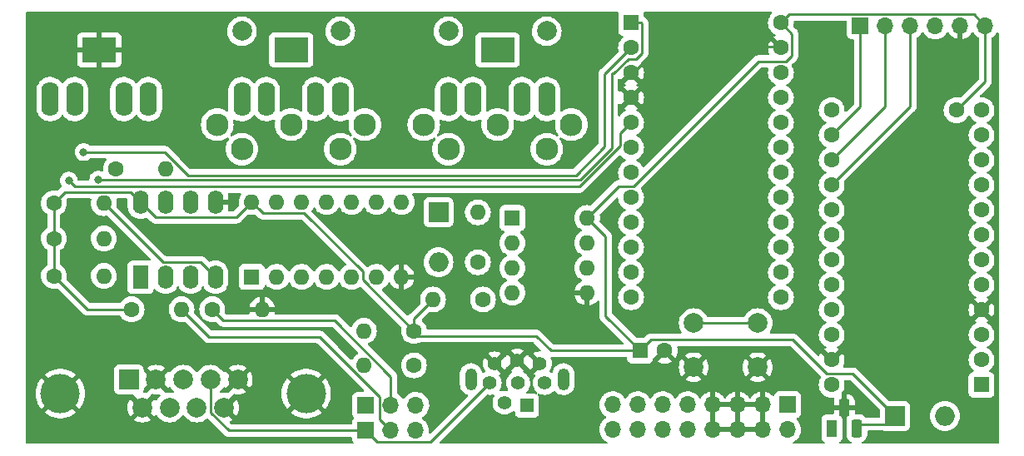
<source format=gbl>
G04 #@! TF.GenerationSoftware,KiCad,Pcbnew,6.0.5*
G04 #@! TF.CreationDate,2022-08-11T19:52:30+02:00*
G04 #@! TF.ProjectId,_transcribe_,5f747261-6e73-4637-9269-62655f2e6b69,v0_1*
G04 #@! TF.SameCoordinates,Original*
G04 #@! TF.FileFunction,Copper,L2,Bot*
G04 #@! TF.FilePolarity,Positive*
%FSLAX46Y46*%
G04 Gerber Fmt 4.6, Leading zero omitted, Abs format (unit mm)*
G04 Created by KiCad (PCBNEW 6.0.5) date 2022-08-11 19:52:30*
%MOMM*%
%LPD*%
G01*
G04 APERTURE LIST*
G04 Aperture macros list*
%AMRoundRect*
0 Rectangle with rounded corners*
0 $1 Rounding radius*
0 $2 $3 $4 $5 $6 $7 $8 $9 X,Y pos of 4 corners*
0 Add a 4 corners polygon primitive as box body*
4,1,4,$2,$3,$4,$5,$6,$7,$8,$9,$2,$3,0*
0 Add four circle primitives for the rounded corners*
1,1,$1+$1,$2,$3*
1,1,$1+$1,$4,$5*
1,1,$1+$1,$6,$7*
1,1,$1+$1,$8,$9*
0 Add four rect primitives between the rounded corners*
20,1,$1+$1,$2,$3,$4,$5,0*
20,1,$1+$1,$4,$5,$6,$7,0*
20,1,$1+$1,$6,$7,$8,$9,0*
20,1,$1+$1,$8,$9,$2,$3,0*%
G04 Aperture macros list end*
G04 #@! TA.AperFunction,ComponentPad*
%ADD10R,1.408000X1.408000*%
G04 #@! TD*
G04 #@! TA.AperFunction,ComponentPad*
%ADD11C,1.408000*%
G04 #@! TD*
G04 #@! TA.AperFunction,ComponentPad*
%ADD12O,1.230000X2.230000*%
G04 #@! TD*
G04 #@! TA.AperFunction,ComponentPad*
%ADD13R,1.600000X1.600000*%
G04 #@! TD*
G04 #@! TA.AperFunction,ComponentPad*
%ADD14O,1.600000X1.600000*%
G04 #@! TD*
G04 #@! TA.AperFunction,ComponentPad*
%ADD15C,1.600000*%
G04 #@! TD*
G04 #@! TA.AperFunction,ComponentPad*
%ADD16R,2.000000X2.000000*%
G04 #@! TD*
G04 #@! TA.AperFunction,ComponentPad*
%ADD17O,2.000000X2.000000*%
G04 #@! TD*
G04 #@! TA.AperFunction,ComponentPad*
%ADD18R,1.700000X1.700000*%
G04 #@! TD*
G04 #@! TA.AperFunction,ComponentPad*
%ADD19O,1.700000X1.700000*%
G04 #@! TD*
G04 #@! TA.AperFunction,ComponentPad*
%ADD20R,1.100000X1.800000*%
G04 #@! TD*
G04 #@! TA.AperFunction,ComponentPad*
%ADD21RoundRect,0.275000X-0.275000X-0.625000X0.275000X-0.625000X0.275000X0.625000X-0.275000X0.625000X0*%
G04 #@! TD*
G04 #@! TA.AperFunction,ComponentPad*
%ADD22O,1.750000X3.500000*%
G04 #@! TD*
G04 #@! TA.AperFunction,ComponentPad*
%ADD23R,3.500000X2.500000*%
G04 #@! TD*
G04 #@! TA.AperFunction,ComponentPad*
%ADD24C,4.000000*%
G04 #@! TD*
G04 #@! TA.AperFunction,ComponentPad*
%ADD25C,2.000000*%
G04 #@! TD*
G04 #@! TA.AperFunction,ComponentPad*
%ADD26C,2.300000*%
G04 #@! TD*
G04 #@! TA.AperFunction,ComponentPad*
%ADD27R,1.600000X2.400000*%
G04 #@! TD*
G04 #@! TA.AperFunction,ComponentPad*
%ADD28O,1.600000X2.400000*%
G04 #@! TD*
G04 #@! TA.AperFunction,ViaPad*
%ADD29C,0.800000*%
G04 #@! TD*
G04 #@! TA.AperFunction,Conductor*
%ADD30C,0.250000*%
G04 #@! TD*
G04 APERTURE END LIST*
D10*
X-238500000Y749400000D03*
D11*
X-240800000Y749700000D03*
X-236700000Y751700000D03*
X-239400000Y751700000D03*
X-242300000Y751700000D03*
X-237200000Y753700000D03*
X-239500000Y754000000D03*
X-241800000Y753700000D03*
D12*
X-244200000Y752100000D03*
X-234800000Y752100000D03*
D13*
X-240000000Y768500000D03*
D14*
X-240000000Y765960000D03*
X-240000000Y763420000D03*
X-240000000Y760880000D03*
X-232380000Y760880000D03*
X-232380000Y763420000D03*
X-232380000Y765960000D03*
X-232380000Y768500000D03*
D15*
X-242985000Y760200000D03*
D14*
X-248065000Y760200000D03*
D15*
X-250000000Y757000000D03*
D14*
X-255080000Y757000000D03*
D15*
X-250000000Y753500000D03*
D14*
X-255080000Y753500000D03*
D13*
X-266500000Y762500000D03*
D14*
X-263960000Y762500000D03*
X-261420000Y762500000D03*
X-258880000Y762500000D03*
X-256340000Y762500000D03*
X-253800000Y762500000D03*
X-251260000Y762500000D03*
X-251260000Y770120000D03*
X-253800000Y770120000D03*
X-256340000Y770120000D03*
X-258880000Y770120000D03*
X-261420000Y770120000D03*
X-263960000Y770120000D03*
X-266500000Y770120000D03*
D13*
X-227920000Y788370000D03*
D15*
X-227920000Y785830000D03*
X-227920000Y783290000D03*
X-227920000Y780750000D03*
X-227920000Y778210000D03*
X-227920000Y775670000D03*
X-227920000Y773130000D03*
X-227920000Y770590000D03*
X-227920000Y768050000D03*
X-227920000Y765510000D03*
X-227920000Y762970000D03*
X-227920000Y760430000D03*
X-212680000Y760430000D03*
X-212680000Y762970000D03*
X-212680000Y765510000D03*
X-212680000Y768050000D03*
X-212680000Y770590000D03*
X-212680000Y773130000D03*
X-212680000Y775670000D03*
X-212680000Y778210000D03*
X-212680000Y780750000D03*
X-212680000Y783290000D03*
X-212680000Y785830000D03*
X-212680000Y788370000D03*
D13*
X-192280000Y751530000D03*
D15*
X-192280000Y754070000D03*
X-192280000Y756610000D03*
X-192280000Y759150000D03*
X-192280000Y761690000D03*
X-192280000Y764230000D03*
X-192280000Y766770000D03*
X-192280000Y769310000D03*
X-192280000Y771850000D03*
X-192280000Y774390000D03*
X-192280000Y776930000D03*
X-192280000Y779470000D03*
X-207520000Y779470000D03*
X-207520000Y776930000D03*
X-207520000Y774390000D03*
X-207520000Y771850000D03*
X-207520000Y769310000D03*
X-207520000Y766770000D03*
X-207520000Y764230000D03*
X-207520000Y761690000D03*
X-207520000Y759150000D03*
X-207520000Y756610000D03*
X-207520000Y754070000D03*
X-207520000Y751530000D03*
X-194820000Y779470000D03*
D13*
X-227000000Y755000000D03*
D15*
X-224500000Y755000000D03*
D16*
X-247500000Y769080000D03*
D17*
X-247500000Y764000000D03*
D18*
X-212000000Y749500000D03*
D19*
X-212000000Y746960000D03*
X-214540000Y749500000D03*
X-214540000Y746960000D03*
X-217080000Y749500000D03*
X-217080000Y746960000D03*
X-219620000Y749500000D03*
X-219620000Y746960000D03*
X-222160000Y749500000D03*
X-222160000Y746960000D03*
X-224700000Y749500000D03*
X-224700000Y746960000D03*
X-227240000Y749500000D03*
X-227240000Y746960000D03*
X-229780000Y749500000D03*
X-229780000Y746960000D03*
D16*
X-201075000Y748350000D03*
D17*
X-195995000Y748350000D03*
D15*
X-243500000Y764000000D03*
D14*
X-243500000Y769080000D03*
D18*
X-204600000Y788050000D03*
D19*
X-202060000Y788050000D03*
X-199520000Y788050000D03*
X-196980000Y788050000D03*
X-194440000Y788050000D03*
X-191900000Y788050000D03*
D20*
X-207500000Y747100000D03*
D21*
X-206230000Y749170000D03*
X-204960000Y747100000D03*
D22*
X-277000000Y780590000D03*
X-279500000Y780590000D03*
D23*
X-282000000Y785596000D03*
D22*
X-287000000Y780590000D03*
X-284500000Y780590000D03*
D24*
X-260960000Y750630000D03*
X-285960000Y750630000D03*
D25*
X-267920000Y752050000D03*
X-270690000Y752050000D03*
X-273460000Y752050000D03*
X-276230000Y752050000D03*
D16*
X-279000000Y752050000D03*
D25*
X-269305000Y749210000D03*
X-272075000Y749210000D03*
X-274845000Y749210000D03*
X-277615000Y749210000D03*
D22*
X-236500000Y780590000D03*
X-239000000Y780590000D03*
D23*
X-241500000Y785596000D03*
D22*
X-246500000Y780590000D03*
X-244000000Y780590000D03*
D25*
X-246500000Y787500000D03*
X-236500000Y787500000D03*
D26*
X-249000000Y778000000D03*
X-241500000Y778000000D03*
X-234000000Y778000000D03*
X-246500000Y775500000D03*
X-236500000Y775500000D03*
D22*
X-257500000Y780590000D03*
X-260000000Y780590000D03*
D23*
X-262500000Y785596000D03*
D22*
X-267500000Y780590000D03*
X-265000000Y780590000D03*
D25*
X-267500000Y787500000D03*
X-257500000Y787500000D03*
D26*
X-270000000Y778000000D03*
X-262500000Y778000000D03*
X-255000000Y778000000D03*
X-267500000Y775500000D03*
X-257500000Y775500000D03*
D25*
X-215050000Y753300000D03*
X-221550000Y753300000D03*
X-221550000Y757800000D03*
X-215050000Y757800000D03*
D27*
X-277800000Y762475000D03*
D28*
X-275260000Y762475000D03*
X-272720000Y762475000D03*
X-270180000Y762475000D03*
X-270180000Y770095000D03*
X-272720000Y770095000D03*
X-275260000Y770095000D03*
X-277800000Y770095000D03*
D18*
X-254925000Y746875000D03*
D19*
X-252385000Y746875000D03*
X-249845000Y746875000D03*
D18*
X-254890000Y749435000D03*
D19*
X-252350000Y749435000D03*
X-249810000Y749435000D03*
D15*
X-270515000Y759200000D03*
D14*
X-265435000Y759200000D03*
D15*
X-286615000Y766400000D03*
D14*
X-281535000Y766400000D03*
D15*
X-286615000Y770000000D03*
D14*
X-281535000Y770000000D03*
D15*
X-278715000Y759200000D03*
D14*
X-273635000Y759200000D03*
D15*
X-286615000Y762600000D03*
D14*
X-281535000Y762600000D03*
D15*
X-280315000Y773500000D03*
D14*
X-275235000Y773500000D03*
D29*
X-283600000Y775200000D03*
X-285100000Y772300000D03*
X-282100000Y772400000D03*
D30*
X-254925000Y746875000D02*
X-253750489Y745700489D01*
X-248299511Y745700489D02*
X-242300000Y751700000D01*
X-253750489Y745700489D02*
X-248299511Y745700489D01*
X-232380000Y768500000D02*
X-230514511Y766634511D01*
X-230514511Y766634511D02*
X-230514511Y758514511D01*
X-230514511Y758514511D02*
X-227000000Y755000000D01*
X-250000000Y757000000D02*
X-250000000Y758265000D01*
X-250000000Y758265000D02*
X-248065000Y760200000D01*
X-227620000Y783390000D02*
X-225080000Y785930000D01*
X-225080000Y785930000D02*
X-212380000Y785930000D01*
X-229164999Y771715001D02*
X-231580001Y769299999D01*
X-266500000Y770120000D02*
X-268049520Y768570480D01*
X-227669997Y771715001D02*
X-229164999Y771715001D01*
X-255214999Y763040001D02*
X-261169997Y768994999D01*
X-261169997Y768994999D02*
X-265374999Y768994999D01*
X-265374999Y768994999D02*
X-265700001Y769320001D01*
X-212680000Y788370000D02*
X-211554999Y787244999D01*
X-201925000Y747500000D02*
X-201075000Y748350000D01*
X-191900000Y788050000D02*
X-193075001Y789225001D01*
X-249500000Y756500000D02*
X-250000000Y757000000D01*
X-211824999Y789225001D02*
X-211880001Y789169999D01*
X-283215000Y759200000D02*
X-278715000Y759200000D01*
X-225874999Y756125001D02*
X-211500001Y756125001D01*
X-191900000Y782390000D02*
X-191900000Y788050000D01*
X-236080000Y755000000D02*
X-237580000Y756500000D01*
X-277800000Y770095000D02*
X-278829511Y771124511D01*
X-278829511Y771124511D02*
X-285490489Y771124511D01*
X-255214999Y762214999D02*
X-255214999Y763040001D01*
X-211880001Y789169999D02*
X-212680000Y788370000D01*
X-285490489Y771124511D02*
X-286615000Y770000000D01*
X-205380001Y752655001D02*
X-201075000Y748350000D01*
X-211554999Y787244999D02*
X-211554999Y785000001D01*
X-237580000Y756500000D02*
X-249500000Y756500000D01*
X-193075001Y789225001D02*
X-211824999Y789225001D01*
X-227000000Y755000000D02*
X-236080000Y755000000D01*
X-227000000Y755000000D02*
X-225874999Y756125001D01*
X-214969997Y784415001D02*
X-227669997Y771715001D01*
X-286615000Y770000000D02*
X-286615000Y766400000D01*
X-276275480Y768570480D02*
X-277800000Y770095000D01*
X-208030001Y752655001D02*
X-205380001Y752655001D01*
X-211500001Y756125001D02*
X-208030001Y752655001D01*
X-268049520Y768570480D02*
X-276275480Y768570480D01*
X-194820000Y779470000D02*
X-191900000Y782390000D01*
X-250000000Y757000000D02*
X-255214999Y762214999D01*
X-231580001Y769299999D02*
X-232380000Y768500000D01*
X-204960000Y747500000D02*
X-201925000Y747500000D01*
X-212139999Y784415001D02*
X-214969997Y784415001D01*
X-265700001Y769320001D02*
X-266500000Y770120000D01*
X-286615000Y762600000D02*
X-283215000Y759200000D01*
X-286615000Y766400000D02*
X-286615000Y762600000D01*
X-211554999Y785000001D02*
X-212139999Y784415001D01*
X-252350000Y752360300D02*
X-258065189Y758075489D01*
X-258065189Y758075489D02*
X-269390489Y758075489D01*
X-252350000Y749435000D02*
X-252350000Y752360300D01*
X-269390489Y758075489D02*
X-270515000Y759200000D01*
X-259600000Y756400000D02*
X-270835000Y756400000D01*
X-253524511Y750324511D02*
X-259600000Y756400000D01*
X-253524511Y748014511D02*
X-253524511Y750324511D01*
X-270835000Y756400000D02*
X-273635000Y759200000D01*
X-252385000Y746875000D02*
X-253524511Y748014511D01*
X-207520000Y771850000D02*
X-199520000Y779850000D01*
X-199520000Y779850000D02*
X-199520000Y788050000D01*
X-202060000Y779850000D02*
X-202060000Y788050000D01*
X-207520000Y774390000D02*
X-202060000Y779850000D01*
X-207520000Y776930000D02*
X-204600000Y779850000D01*
X-204600000Y779850000D02*
X-204600000Y788050000D01*
X-270690000Y748721857D02*
X-270690000Y752050000D01*
X-268843143Y746875000D02*
X-270690000Y748721857D01*
X-254925000Y746875000D02*
X-268843143Y746875000D01*
X-233549990Y772850010D02*
X-272994710Y772850010D01*
X-275344700Y775200000D02*
X-282700000Y775200000D01*
X-272994710Y772850010D02*
X-275344700Y775200000D01*
X-282700000Y775200000D02*
X-283600000Y775200000D01*
X-230600000Y783150000D02*
X-227920000Y785830000D01*
X-233549990Y772850010D02*
X-230600000Y775800000D01*
X-230600000Y775800000D02*
X-230600000Y783150000D01*
X-284475489Y771675489D02*
X-285100000Y772300000D01*
X-227920000Y778210000D02*
X-229044511Y777085489D01*
X-229044511Y777085489D02*
X-229044511Y775819772D01*
X-229044511Y775819772D02*
X-233188794Y771675489D01*
X-233188794Y771675489D02*
X-284475489Y771675489D01*
X-226794999Y788294999D02*
X-226870000Y788370000D01*
X-233100000Y772400000D02*
X-229900000Y775600000D01*
X-233124511Y772375489D02*
X-282075489Y772375489D01*
X-229675002Y783200000D02*
X-228170003Y784704999D01*
X-233100000Y772400000D02*
X-233124511Y772375489D01*
X-271704520Y763999520D02*
X-275534520Y763999520D01*
X-226794999Y785289999D02*
X-226794999Y788294999D01*
X-229900000Y783200000D02*
X-229675002Y783200000D01*
X-282075489Y772375489D02*
X-282100000Y772400000D01*
X-275534520Y763999520D02*
X-281535000Y770000000D01*
X-228170003Y784704999D02*
X-227379999Y784704999D01*
X-229900000Y775600000D02*
X-229900000Y783200000D01*
X-270180000Y762475000D02*
X-271704520Y763999520D01*
X-226870000Y788370000D02*
X-227920000Y788370000D01*
X-227379999Y784704999D02*
X-226794999Y785289999D01*
X-221550000Y757800000D02*
X-215050000Y757800000D01*
G04 #@! TA.AperFunction,Conductor*
G36*
X-229256253Y789471498D02*
G01*
X-229209760Y789417842D01*
X-229199656Y789347568D01*
X-229206392Y789321270D01*
X-229221745Y789280316D01*
X-229228500Y789218134D01*
X-229228500Y787521866D01*
X-229221745Y787459684D01*
X-229170615Y787323295D01*
X-229083261Y787206739D01*
X-228966705Y787119385D01*
X-228830316Y787068255D01*
X-228819526Y787067083D01*
X-228817394Y787066197D01*
X-228814778Y787065575D01*
X-228814879Y787065152D01*
X-228753965Y787039845D01*
X-228713537Y786981483D01*
X-228711078Y786910529D01*
X-228747371Y786849510D01*
X-228756031Y786842511D01*
X-228759793Y786839354D01*
X-228764300Y786836198D01*
X-228926198Y786674300D01*
X-228929355Y786669792D01*
X-228929357Y786669789D01*
X-228967862Y786614798D01*
X-229057523Y786486749D01*
X-229059846Y786481767D01*
X-229059849Y786481762D01*
X-229083971Y786430031D01*
X-229154284Y786279243D01*
X-229213543Y786058087D01*
X-229233498Y785830000D01*
X-229213543Y785601913D01*
X-229202281Y785559885D01*
X-229196540Y785538459D01*
X-229198230Y785467482D01*
X-229229152Y785416753D01*
X-230992253Y783653652D01*
X-231000539Y783646112D01*
X-231007018Y783642000D01*
X-231012443Y783636223D01*
X-231053643Y783592349D01*
X-231056398Y783589507D01*
X-231076135Y783569770D01*
X-231078615Y783566573D01*
X-231086318Y783557553D01*
X-231116586Y783525321D01*
X-231120405Y783518375D01*
X-231120407Y783518372D01*
X-231126348Y783507566D01*
X-231137199Y783491047D01*
X-231149614Y783475041D01*
X-231152759Y783467772D01*
X-231152762Y783467768D01*
X-231167174Y783434463D01*
X-231172391Y783423813D01*
X-231193695Y783385060D01*
X-231195666Y783377385D01*
X-231195666Y783377384D01*
X-231198733Y783365438D01*
X-231205137Y783346734D01*
X-231213181Y783328145D01*
X-231214420Y783320322D01*
X-231214423Y783320312D01*
X-231220099Y783284476D01*
X-231222505Y783272856D01*
X-231233500Y783230030D01*
X-231233500Y783209776D01*
X-231235051Y783190066D01*
X-231238220Y783170057D01*
X-231237474Y783162165D01*
X-231234059Y783126039D01*
X-231233500Y783114181D01*
X-231233500Y776114594D01*
X-231253502Y776046473D01*
X-231270405Y776025499D01*
X-233775490Y773520415D01*
X-233837802Y773486389D01*
X-233864585Y773483510D01*
X-272680116Y773483510D01*
X-272748237Y773503512D01*
X-272769211Y773520415D01*
X-273790163Y774541368D01*
X-274841048Y775592253D01*
X-274848588Y775600539D01*
X-274852700Y775607018D01*
X-274902352Y775653644D01*
X-274905193Y775656398D01*
X-274924930Y775676135D01*
X-274928127Y775678615D01*
X-274937149Y775686320D01*
X-274963600Y775711159D01*
X-274969379Y775716586D01*
X-274976325Y775720405D01*
X-274976328Y775720407D01*
X-274987134Y775726348D01*
X-275003653Y775737199D01*
X-275009652Y775741852D01*
X-275019659Y775749614D01*
X-275026928Y775752759D01*
X-275026932Y775752762D01*
X-275060237Y775767174D01*
X-275070887Y775772391D01*
X-275109640Y775793695D01*
X-275129263Y775798733D01*
X-275147966Y775805137D01*
X-275159280Y775810033D01*
X-275159281Y775810033D01*
X-275166555Y775813181D01*
X-275174378Y775814420D01*
X-275174388Y775814423D01*
X-275210224Y775820099D01*
X-275221844Y775822505D01*
X-275256989Y775831528D01*
X-275256990Y775831528D01*
X-275264670Y775833500D01*
X-275284924Y775833500D01*
X-275304635Y775835051D01*
X-275316814Y775836980D01*
X-275324643Y775838220D01*
X-275332535Y775837474D01*
X-275368661Y775834059D01*
X-275380519Y775833500D01*
X-282891800Y775833500D01*
X-282959921Y775853502D01*
X-282979147Y775869843D01*
X-282979420Y775869540D01*
X-282984332Y775873963D01*
X-282988747Y775878866D01*
X-283050596Y775923802D01*
X-283137906Y775987237D01*
X-283137907Y775987238D01*
X-283143248Y775991118D01*
X-283149276Y775993802D01*
X-283149278Y775993803D01*
X-283311681Y776066109D01*
X-283311682Y776066109D01*
X-283317712Y776068794D01*
X-283411112Y776088647D01*
X-283498056Y776107128D01*
X-283498061Y776107128D01*
X-283504513Y776108500D01*
X-283695487Y776108500D01*
X-283701939Y776107128D01*
X-283701944Y776107128D01*
X-283788888Y776088647D01*
X-283882288Y776068794D01*
X-283888318Y776066109D01*
X-283888319Y776066109D01*
X-284050722Y775993803D01*
X-284050724Y775993802D01*
X-284056752Y775991118D01*
X-284211253Y775878866D01*
X-284215674Y775873956D01*
X-284215675Y775873955D01*
X-284324797Y775752762D01*
X-284339040Y775736944D01*
X-284434527Y775571556D01*
X-284493542Y775389928D01*
X-284494232Y775383367D01*
X-284494232Y775383365D01*
X-284509326Y775239751D01*
X-284513504Y775200000D01*
X-284493542Y775010072D01*
X-284434527Y774828444D01*
X-284339040Y774663056D01*
X-284334622Y774658149D01*
X-284334621Y774658148D01*
X-284215675Y774526045D01*
X-284211253Y774521134D01*
X-284056752Y774408882D01*
X-284050724Y774406198D01*
X-284050722Y774406197D01*
X-283956583Y774364284D01*
X-283882288Y774331206D01*
X-283788887Y774311353D01*
X-283701944Y774292872D01*
X-283701939Y774292872D01*
X-283695487Y774291500D01*
X-283504513Y774291500D01*
X-283498061Y774292872D01*
X-283498056Y774292872D01*
X-283411113Y774311353D01*
X-283317712Y774331206D01*
X-283243417Y774364284D01*
X-283149278Y774406197D01*
X-283149276Y774406198D01*
X-283143248Y774408882D01*
X-282988747Y774521134D01*
X-282984332Y774526037D01*
X-282979420Y774530460D01*
X-282978295Y774529211D01*
X-282924986Y774562051D01*
X-282891800Y774566500D01*
X-281403188Y774566500D01*
X-281335067Y774546498D01*
X-281288574Y774492842D01*
X-281278470Y774422568D01*
X-281307964Y774357988D01*
X-281314093Y774351405D01*
X-281321198Y774344300D01*
X-281324355Y774339792D01*
X-281324357Y774339789D01*
X-281358169Y774291500D01*
X-281452523Y774156749D01*
X-281454846Y774151767D01*
X-281454849Y774151762D01*
X-281516158Y774020283D01*
X-281549284Y773949243D01*
X-281550706Y773943935D01*
X-281550707Y773943933D01*
X-281605823Y773738238D01*
X-281608543Y773728087D01*
X-281628498Y773500000D01*
X-281628019Y773494525D01*
X-281628019Y773494514D01*
X-281618425Y773384858D01*
X-281632413Y773315253D01*
X-281681812Y773264261D01*
X-281750938Y773248070D01*
X-281795191Y773258768D01*
X-281811677Y773266108D01*
X-281811685Y773266111D01*
X-281817712Y773268794D01*
X-281911113Y773288647D01*
X-281998056Y773307128D01*
X-281998061Y773307128D01*
X-282004513Y773308500D01*
X-282195487Y773308500D01*
X-282201939Y773307128D01*
X-282201944Y773307128D01*
X-282288887Y773288647D01*
X-282382288Y773268794D01*
X-282388318Y773266109D01*
X-282388319Y773266109D01*
X-282550722Y773193803D01*
X-282550724Y773193802D01*
X-282556752Y773191118D01*
X-282562093Y773187238D01*
X-282562094Y773187237D01*
X-282609325Y773152921D01*
X-282711253Y773078866D01*
X-282715674Y773073956D01*
X-282715675Y773073955D01*
X-282774170Y773008989D01*
X-282839040Y772936944D01*
X-282934527Y772771556D01*
X-282993542Y772589928D01*
X-282994231Y772583369D01*
X-282994232Y772583366D01*
X-283011211Y772421818D01*
X-283038224Y772356162D01*
X-283096446Y772315532D01*
X-283136521Y772308989D01*
X-284073990Y772308989D01*
X-284142111Y772328991D01*
X-284188604Y772382647D01*
X-284199300Y772421819D01*
X-284205768Y772483365D01*
X-284205768Y772483367D01*
X-284206458Y772489928D01*
X-284265473Y772671556D01*
X-284360960Y772836944D01*
X-284414672Y772896598D01*
X-284484325Y772973955D01*
X-284484326Y772973956D01*
X-284488747Y772978866D01*
X-284619625Y773073955D01*
X-284637906Y773087237D01*
X-284637907Y773087238D01*
X-284643248Y773091118D01*
X-284649276Y773093802D01*
X-284649278Y773093803D01*
X-284811681Y773166109D01*
X-284811682Y773166109D01*
X-284817712Y773168794D01*
X-284912580Y773188959D01*
X-284998056Y773207128D01*
X-284998061Y773207128D01*
X-285004513Y773208500D01*
X-285195487Y773208500D01*
X-285201939Y773207128D01*
X-285201944Y773207128D01*
X-285287420Y773188959D01*
X-285382288Y773168794D01*
X-285388318Y773166109D01*
X-285388319Y773166109D01*
X-285550722Y773093803D01*
X-285550724Y773093802D01*
X-285556752Y773091118D01*
X-285562093Y773087238D01*
X-285562094Y773087237D01*
X-285580375Y773073955D01*
X-285711253Y772978866D01*
X-285715674Y772973956D01*
X-285715675Y772973955D01*
X-285785327Y772896598D01*
X-285839040Y772836944D01*
X-285934527Y772671556D01*
X-285993542Y772489928D01*
X-285994232Y772483367D01*
X-285994232Y772483365D01*
X-286000701Y772421818D01*
X-286013504Y772300000D01*
X-286012814Y772293435D01*
X-285996849Y772141541D01*
X-285993542Y772110072D01*
X-285934527Y771928444D01*
X-285931224Y771922722D01*
X-285931223Y771922721D01*
X-285853303Y771787760D01*
X-285836565Y771718765D01*
X-285859785Y771651673D01*
X-285881033Y771629537D01*
X-285881851Y771629053D01*
X-285896172Y771614732D01*
X-285911205Y771601892D01*
X-285927596Y771589983D01*
X-285932647Y771583877D01*
X-285955787Y771555906D01*
X-285963777Y771547127D01*
X-286201752Y771309152D01*
X-286264064Y771275126D01*
X-286323459Y771276541D01*
X-286381591Y771292118D01*
X-286381602Y771292120D01*
X-286386913Y771293543D01*
X-286615000Y771313498D01*
X-286843087Y771293543D01*
X-286848400Y771292119D01*
X-286848402Y771292119D01*
X-287058933Y771235707D01*
X-287058935Y771235706D01*
X-287064243Y771234284D01*
X-287069224Y771231961D01*
X-287069225Y771231961D01*
X-287266762Y771139849D01*
X-287266767Y771139846D01*
X-287271749Y771137523D01*
X-287340374Y771089471D01*
X-287454789Y771009357D01*
X-287454792Y771009355D01*
X-287459300Y771006198D01*
X-287621198Y770844300D01*
X-287752523Y770656749D01*
X-287754846Y770651767D01*
X-287754849Y770651762D01*
X-287840305Y770468499D01*
X-287849284Y770449243D01*
X-287850706Y770443935D01*
X-287850707Y770443933D01*
X-287891653Y770291121D01*
X-287908543Y770228087D01*
X-287928498Y770000000D01*
X-287908543Y769771913D01*
X-287907120Y769766602D01*
X-287907119Y769766598D01*
X-287855834Y769575203D01*
X-287849284Y769550757D01*
X-287846961Y769545776D01*
X-287846961Y769545775D01*
X-287754849Y769348238D01*
X-287754846Y769348233D01*
X-287752523Y769343251D01*
X-287711234Y769284284D01*
X-287638441Y769180326D01*
X-287621198Y769155700D01*
X-287459300Y768993802D01*
X-287454792Y768990645D01*
X-287454789Y768990643D01*
X-287302229Y768883819D01*
X-287257901Y768828362D01*
X-287248500Y768780606D01*
X-287248500Y767619394D01*
X-287268502Y767551273D01*
X-287302229Y767516181D01*
X-287454789Y767409357D01*
X-287454792Y767409355D01*
X-287459300Y767406198D01*
X-287621198Y767244300D01*
X-287624355Y767239792D01*
X-287624357Y767239789D01*
X-287646114Y767208717D01*
X-287752523Y767056749D01*
X-287754846Y767051767D01*
X-287754849Y767051762D01*
X-287823033Y766905539D01*
X-287849284Y766849243D01*
X-287850706Y766843935D01*
X-287850707Y766843933D01*
X-287907119Y766633402D01*
X-287908543Y766628087D01*
X-287928498Y766400000D01*
X-287908543Y766171913D01*
X-287907119Y766166600D01*
X-287907119Y766166598D01*
X-287892824Y766113251D01*
X-287849284Y765950757D01*
X-287846961Y765945776D01*
X-287846961Y765945775D01*
X-287754849Y765748238D01*
X-287754846Y765748233D01*
X-287752523Y765743251D01*
X-287621198Y765555700D01*
X-287459300Y765393802D01*
X-287454792Y765390645D01*
X-287454789Y765390643D01*
X-287302229Y765283819D01*
X-287257901Y765228362D01*
X-287248500Y765180606D01*
X-287248500Y763819394D01*
X-287268502Y763751273D01*
X-287302229Y763716181D01*
X-287454789Y763609357D01*
X-287454792Y763609355D01*
X-287459300Y763606198D01*
X-287621198Y763444300D01*
X-287624355Y763439792D01*
X-287624357Y763439789D01*
X-287644994Y763410316D01*
X-287752523Y763256749D01*
X-287754846Y763251767D01*
X-287754849Y763251762D01*
X-287846961Y763054225D01*
X-287849284Y763049243D01*
X-287850706Y763043935D01*
X-287850707Y763043933D01*
X-287907119Y762833402D01*
X-287908543Y762828087D01*
X-287928498Y762600000D01*
X-287908543Y762371913D01*
X-287907119Y762366600D01*
X-287907119Y762366598D01*
X-287867034Y762217002D01*
X-287849284Y762150757D01*
X-287846961Y762145776D01*
X-287846961Y762145775D01*
X-287754849Y761948238D01*
X-287754846Y761948233D01*
X-287752523Y761943251D01*
X-287621198Y761755700D01*
X-287459300Y761593802D01*
X-287454792Y761590645D01*
X-287454789Y761590643D01*
X-287442852Y761582285D01*
X-287271749Y761462477D01*
X-287266767Y761460154D01*
X-287266762Y761460151D01*
X-287069225Y761368039D01*
X-287064243Y761365716D01*
X-287058935Y761364294D01*
X-287058933Y761364293D01*
X-286848402Y761307881D01*
X-286848400Y761307881D01*
X-286843087Y761306457D01*
X-286615000Y761286502D01*
X-286386913Y761306457D01*
X-286381602Y761307880D01*
X-286381591Y761307882D01*
X-286323459Y761323459D01*
X-286252483Y761321770D01*
X-286201752Y761290848D01*
X-283718652Y758807747D01*
X-283711112Y758799461D01*
X-283707000Y758792982D01*
X-283701223Y758787557D01*
X-283657349Y758746357D01*
X-283654507Y758743602D01*
X-283634770Y758723865D01*
X-283631573Y758721385D01*
X-283622553Y758713682D01*
X-283590321Y758683414D01*
X-283583375Y758679595D01*
X-283583372Y758679593D01*
X-283572566Y758673652D01*
X-283556047Y758662801D01*
X-283540041Y758650386D01*
X-283532772Y758647241D01*
X-283532768Y758647238D01*
X-283499463Y758632826D01*
X-283488813Y758627609D01*
X-283450060Y758606305D01*
X-283442385Y758604334D01*
X-283442384Y758604334D01*
X-283430438Y758601267D01*
X-283411733Y758594863D01*
X-283393145Y758586819D01*
X-283385322Y758585580D01*
X-283385312Y758585577D01*
X-283349476Y758579901D01*
X-283337856Y758577495D01*
X-283302711Y758568472D01*
X-283295030Y758566500D01*
X-283274776Y758566500D01*
X-283255066Y758564949D01*
X-283235057Y758561780D01*
X-283227165Y758562526D01*
X-283191039Y758565941D01*
X-283179181Y758566500D01*
X-279934394Y758566500D01*
X-279866273Y758546498D01*
X-279831181Y758512771D01*
X-279724357Y758360211D01*
X-279721198Y758355700D01*
X-279559300Y758193802D01*
X-279554792Y758190645D01*
X-279554789Y758190643D01*
X-279476611Y758135902D01*
X-279371749Y758062477D01*
X-279366767Y758060154D01*
X-279366762Y758060151D01*
X-279225909Y757994471D01*
X-279164243Y757965716D01*
X-279158935Y757964294D01*
X-279158933Y757964293D01*
X-278948402Y757907881D01*
X-278948400Y757907881D01*
X-278943087Y757906457D01*
X-278715000Y757886502D01*
X-278486913Y757906457D01*
X-278481600Y757907881D01*
X-278481598Y757907881D01*
X-278271067Y757964293D01*
X-278271065Y757964294D01*
X-278265757Y757965716D01*
X-278204091Y757994471D01*
X-278063238Y758060151D01*
X-278063233Y758060154D01*
X-278058251Y758062477D01*
X-277953389Y758135902D01*
X-277875211Y758190643D01*
X-277875208Y758190645D01*
X-277870700Y758193802D01*
X-277708802Y758355700D01*
X-277703283Y758363581D01*
X-277636602Y758458812D01*
X-277577477Y758543251D01*
X-277575154Y758548233D01*
X-277575151Y758548238D01*
X-277483039Y758745775D01*
X-277483039Y758745776D01*
X-277480716Y758750757D01*
X-277478061Y758760663D01*
X-277422881Y758966598D01*
X-277422881Y758966600D01*
X-277421457Y758971913D01*
X-277401502Y759200000D01*
X-277421457Y759428087D01*
X-277431756Y759466522D01*
X-277479293Y759643933D01*
X-277479294Y759643935D01*
X-277480716Y759649243D01*
X-277523107Y759740151D01*
X-277575151Y759851762D01*
X-277575154Y759851767D01*
X-277577477Y759856749D01*
X-277663804Y759980036D01*
X-277705643Y760039789D01*
X-277705645Y760039792D01*
X-277708802Y760044300D01*
X-277870700Y760206198D01*
X-277875208Y760209355D01*
X-277875211Y760209357D01*
X-277986844Y760287523D01*
X-278058251Y760337523D01*
X-278063233Y760339846D01*
X-278063238Y760339849D01*
X-278260775Y760431961D01*
X-278260776Y760431961D01*
X-278265757Y760434284D01*
X-278271065Y760435706D01*
X-278271067Y760435707D01*
X-278481598Y760492119D01*
X-278481600Y760492119D01*
X-278486913Y760493543D01*
X-278715000Y760513498D01*
X-278943087Y760493543D01*
X-278948400Y760492119D01*
X-278948402Y760492119D01*
X-279158933Y760435707D01*
X-279158935Y760435706D01*
X-279164243Y760434284D01*
X-279169224Y760431961D01*
X-279169225Y760431961D01*
X-279366762Y760339849D01*
X-279366767Y760339846D01*
X-279371749Y760337523D01*
X-279443156Y760287523D01*
X-279554789Y760209357D01*
X-279554792Y760209355D01*
X-279559300Y760206198D01*
X-279721198Y760044300D01*
X-279724355Y760039792D01*
X-279724357Y760039789D01*
X-279831181Y759887229D01*
X-279886638Y759842901D01*
X-279934394Y759833500D01*
X-282900406Y759833500D01*
X-282968527Y759853502D01*
X-282989501Y759870405D01*
X-285305848Y762186752D01*
X-285339874Y762249064D01*
X-285338459Y762308459D01*
X-285322882Y762366591D01*
X-285322880Y762366602D01*
X-285321457Y762371913D01*
X-285301502Y762600000D01*
X-282848498Y762600000D01*
X-282828543Y762371913D01*
X-282827119Y762366600D01*
X-282827119Y762366598D01*
X-282787034Y762217002D01*
X-282769284Y762150757D01*
X-282766961Y762145776D01*
X-282766961Y762145775D01*
X-282674849Y761948238D01*
X-282674846Y761948233D01*
X-282672523Y761943251D01*
X-282541198Y761755700D01*
X-282379300Y761593802D01*
X-282374792Y761590645D01*
X-282374789Y761590643D01*
X-282362852Y761582285D01*
X-282191749Y761462477D01*
X-282186767Y761460154D01*
X-282186762Y761460151D01*
X-281989225Y761368039D01*
X-281984243Y761365716D01*
X-281978935Y761364294D01*
X-281978933Y761364293D01*
X-281768402Y761307881D01*
X-281768400Y761307881D01*
X-281763087Y761306457D01*
X-281535000Y761286502D01*
X-281306913Y761306457D01*
X-281301600Y761307881D01*
X-281301598Y761307881D01*
X-281091067Y761364293D01*
X-281091065Y761364294D01*
X-281085757Y761365716D01*
X-281080775Y761368039D01*
X-280883238Y761460151D01*
X-280883233Y761460154D01*
X-280878251Y761462477D01*
X-280707148Y761582285D01*
X-280695211Y761590643D01*
X-280695208Y761590645D01*
X-280690700Y761593802D01*
X-280528802Y761755700D01*
X-280397477Y761943251D01*
X-280395154Y761948233D01*
X-280395151Y761948238D01*
X-280303039Y762145775D01*
X-280303039Y762145776D01*
X-280300716Y762150757D01*
X-280282965Y762217002D01*
X-280242881Y762366598D01*
X-280242881Y762366600D01*
X-280241457Y762371913D01*
X-280221502Y762600000D01*
X-280241457Y762828087D01*
X-280242881Y762833402D01*
X-280299293Y763043933D01*
X-280299294Y763043935D01*
X-280300716Y763049243D01*
X-280303039Y763054225D01*
X-280395151Y763251762D01*
X-280395154Y763251767D01*
X-280397477Y763256749D01*
X-280505006Y763410316D01*
X-280525643Y763439789D01*
X-280525645Y763439792D01*
X-280528802Y763444300D01*
X-280690700Y763606198D01*
X-280695208Y763609355D01*
X-280695211Y763609357D01*
X-280852226Y763719300D01*
X-280878251Y763737523D01*
X-280883233Y763739846D01*
X-280883238Y763739849D01*
X-281080775Y763831961D01*
X-281080776Y763831961D01*
X-281085757Y763834284D01*
X-281091065Y763835706D01*
X-281091067Y763835707D01*
X-281301598Y763892119D01*
X-281301600Y763892119D01*
X-281306913Y763893543D01*
X-281535000Y763913498D01*
X-281763087Y763893543D01*
X-281768400Y763892119D01*
X-281768402Y763892119D01*
X-281978933Y763835707D01*
X-281978935Y763835706D01*
X-281984243Y763834284D01*
X-281989224Y763831961D01*
X-281989225Y763831961D01*
X-282186762Y763739849D01*
X-282186767Y763739846D01*
X-282191749Y763737523D01*
X-282217774Y763719300D01*
X-282374789Y763609357D01*
X-282374792Y763609355D01*
X-282379300Y763606198D01*
X-282541198Y763444300D01*
X-282544355Y763439792D01*
X-282544357Y763439789D01*
X-282564994Y763410316D01*
X-282672523Y763256749D01*
X-282674846Y763251767D01*
X-282674849Y763251762D01*
X-282766961Y763054225D01*
X-282769284Y763049243D01*
X-282770706Y763043935D01*
X-282770707Y763043933D01*
X-282827119Y762833402D01*
X-282828543Y762828087D01*
X-282848498Y762600000D01*
X-285301502Y762600000D01*
X-285321457Y762828087D01*
X-285322881Y762833402D01*
X-285379293Y763043933D01*
X-285379294Y763043935D01*
X-285380716Y763049243D01*
X-285383039Y763054225D01*
X-285475151Y763251762D01*
X-285475154Y763251767D01*
X-285477477Y763256749D01*
X-285585006Y763410316D01*
X-285605643Y763439789D01*
X-285605645Y763439792D01*
X-285608802Y763444300D01*
X-285770700Y763606198D01*
X-285775208Y763609355D01*
X-285775211Y763609357D01*
X-285927771Y763716181D01*
X-285972099Y763771638D01*
X-285981500Y763819394D01*
X-285981500Y765180606D01*
X-285961498Y765248727D01*
X-285927771Y765283819D01*
X-285775211Y765390643D01*
X-285775208Y765390645D01*
X-285770700Y765393802D01*
X-285608802Y765555700D01*
X-285477477Y765743251D01*
X-285475154Y765748233D01*
X-285475151Y765748238D01*
X-285383039Y765945775D01*
X-285383039Y765945776D01*
X-285380716Y765950757D01*
X-285337175Y766113251D01*
X-285322881Y766166598D01*
X-285322881Y766166600D01*
X-285321457Y766171913D01*
X-285301502Y766400000D01*
X-282848498Y766400000D01*
X-282828543Y766171913D01*
X-282827119Y766166600D01*
X-282827119Y766166598D01*
X-282812824Y766113251D01*
X-282769284Y765950757D01*
X-282766961Y765945776D01*
X-282766961Y765945775D01*
X-282674849Y765748238D01*
X-282674846Y765748233D01*
X-282672523Y765743251D01*
X-282541198Y765555700D01*
X-282379300Y765393802D01*
X-282374792Y765390645D01*
X-282374789Y765390643D01*
X-282345092Y765369849D01*
X-282191749Y765262477D01*
X-282186767Y765260154D01*
X-282186762Y765260151D01*
X-282102726Y765220965D01*
X-281984243Y765165716D01*
X-281978935Y765164294D01*
X-281978933Y765164293D01*
X-281768402Y765107881D01*
X-281768400Y765107881D01*
X-281763087Y765106457D01*
X-281535000Y765086502D01*
X-281306913Y765106457D01*
X-281301600Y765107881D01*
X-281301598Y765107881D01*
X-281091067Y765164293D01*
X-281091065Y765164294D01*
X-281085757Y765165716D01*
X-280967274Y765220965D01*
X-280883238Y765260151D01*
X-280883233Y765260154D01*
X-280878251Y765262477D01*
X-280724908Y765369849D01*
X-280695211Y765390643D01*
X-280695208Y765390645D01*
X-280690700Y765393802D01*
X-280528802Y765555700D01*
X-280397477Y765743251D01*
X-280395154Y765748233D01*
X-280395151Y765748238D01*
X-280303039Y765945775D01*
X-280303039Y765945776D01*
X-280300716Y765950757D01*
X-280257175Y766113251D01*
X-280242881Y766166598D01*
X-280242881Y766166600D01*
X-280241457Y766171913D01*
X-280221502Y766400000D01*
X-280241457Y766628087D01*
X-280242881Y766633402D01*
X-280299293Y766843933D01*
X-280299294Y766843935D01*
X-280300716Y766849243D01*
X-280326967Y766905539D01*
X-280395151Y767051762D01*
X-280395154Y767051767D01*
X-280397477Y767056749D01*
X-280503886Y767208717D01*
X-280525643Y767239789D01*
X-280525645Y767239792D01*
X-280528802Y767244300D01*
X-280690700Y767406198D01*
X-280695208Y767409355D01*
X-280695211Y767409357D01*
X-280847772Y767516181D01*
X-280878251Y767537523D01*
X-280883233Y767539846D01*
X-280883238Y767539849D01*
X-281080775Y767631961D01*
X-281080776Y767631961D01*
X-281085757Y767634284D01*
X-281091065Y767635706D01*
X-281091067Y767635707D01*
X-281301598Y767692119D01*
X-281301600Y767692119D01*
X-281306913Y767693543D01*
X-281535000Y767713498D01*
X-281763087Y767693543D01*
X-281768400Y767692119D01*
X-281768402Y767692119D01*
X-281978933Y767635707D01*
X-281978935Y767635706D01*
X-281984243Y767634284D01*
X-281989224Y767631961D01*
X-281989225Y767631961D01*
X-282186762Y767539849D01*
X-282186767Y767539846D01*
X-282191749Y767537523D01*
X-282222228Y767516181D01*
X-282374789Y767409357D01*
X-282374792Y767409355D01*
X-282379300Y767406198D01*
X-282541198Y767244300D01*
X-282544355Y767239792D01*
X-282544357Y767239789D01*
X-282566114Y767208717D01*
X-282672523Y767056749D01*
X-282674846Y767051767D01*
X-282674849Y767051762D01*
X-282743033Y766905539D01*
X-282769284Y766849243D01*
X-282770706Y766843935D01*
X-282770707Y766843933D01*
X-282827119Y766633402D01*
X-282828543Y766628087D01*
X-282848498Y766400000D01*
X-285301502Y766400000D01*
X-285321457Y766628087D01*
X-285322881Y766633402D01*
X-285379293Y766843933D01*
X-285379294Y766843935D01*
X-285380716Y766849243D01*
X-285406967Y766905539D01*
X-285475151Y767051762D01*
X-285475154Y767051767D01*
X-285477477Y767056749D01*
X-285583886Y767208717D01*
X-285605643Y767239789D01*
X-285605645Y767239792D01*
X-285608802Y767244300D01*
X-285770700Y767406198D01*
X-285775208Y767409355D01*
X-285775211Y767409357D01*
X-285927771Y767516181D01*
X-285972099Y767571638D01*
X-285981500Y767619394D01*
X-285981500Y768780606D01*
X-285961498Y768848727D01*
X-285927771Y768883819D01*
X-285775211Y768990643D01*
X-285775208Y768990645D01*
X-285770700Y768993802D01*
X-285608802Y769155700D01*
X-285591558Y769180326D01*
X-285518766Y769284284D01*
X-285477477Y769343251D01*
X-285475154Y769348233D01*
X-285475151Y769348238D01*
X-285383039Y769545775D01*
X-285383039Y769545776D01*
X-285380716Y769550757D01*
X-285374165Y769575203D01*
X-285322881Y769766598D01*
X-285322880Y769766602D01*
X-285321457Y769771913D01*
X-285301502Y770000000D01*
X-285321457Y770228087D01*
X-285322881Y770233402D01*
X-285322882Y770233409D01*
X-285338459Y770291541D01*
X-285336770Y770362517D01*
X-285305848Y770413248D01*
X-285264990Y770454106D01*
X-285202678Y770488132D01*
X-285175895Y770491011D01*
X-282922299Y770491011D01*
X-282854178Y770471009D01*
X-282807685Y770417353D01*
X-282797581Y770347079D01*
X-282800590Y770332407D01*
X-282828543Y770228087D01*
X-282848498Y770000000D01*
X-282828543Y769771913D01*
X-282827120Y769766602D01*
X-282827119Y769766598D01*
X-282775834Y769575203D01*
X-282769284Y769550757D01*
X-282766961Y769545776D01*
X-282766961Y769545775D01*
X-282674849Y769348238D01*
X-282674846Y769348233D01*
X-282672523Y769343251D01*
X-282631234Y769284284D01*
X-282558441Y769180326D01*
X-282541198Y769155700D01*
X-282379300Y768993802D01*
X-282374792Y768990645D01*
X-282374789Y768990643D01*
X-282315663Y768949243D01*
X-282191749Y768862477D01*
X-282186767Y768860154D01*
X-282186762Y768860151D01*
X-282016175Y768780606D01*
X-281984243Y768765716D01*
X-281978935Y768764294D01*
X-281978933Y768764293D01*
X-281768402Y768707881D01*
X-281768400Y768707881D01*
X-281763087Y768706457D01*
X-281535000Y768686502D01*
X-281306913Y768706457D01*
X-281301602Y768707880D01*
X-281301591Y768707882D01*
X-281243459Y768723459D01*
X-281172483Y768721770D01*
X-281121752Y768690848D01*
X-276826276Y764395372D01*
X-276792250Y764333060D01*
X-276797315Y764262245D01*
X-276839862Y764205409D01*
X-276906382Y764180598D01*
X-276928977Y764181014D01*
X-276948464Y764183131D01*
X-276948474Y764183132D01*
X-276951866Y764183500D01*
X-278648134Y764183500D01*
X-278710316Y764176745D01*
X-278846705Y764125615D01*
X-278963261Y764038261D01*
X-279050615Y763921705D01*
X-279101745Y763785316D01*
X-279108500Y763723134D01*
X-279108500Y761226866D01*
X-279101745Y761164684D01*
X-279050615Y761028295D01*
X-278963261Y760911739D01*
X-278846705Y760824385D01*
X-278710316Y760773255D01*
X-278648134Y760766500D01*
X-276951866Y760766500D01*
X-276889684Y760773255D01*
X-276753295Y760824385D01*
X-276636739Y760911739D01*
X-276549385Y761028295D01*
X-276498255Y761164684D01*
X-276497083Y761175474D01*
X-276496197Y761177606D01*
X-276495575Y761180222D01*
X-276495152Y761180121D01*
X-276469845Y761241035D01*
X-276411483Y761281463D01*
X-276340529Y761283922D01*
X-276279510Y761247629D01*
X-276272511Y761238969D01*
X-276269357Y761235211D01*
X-276266198Y761230700D01*
X-276104300Y761068802D01*
X-276099792Y761065645D01*
X-276099789Y761065643D01*
X-276060650Y761038238D01*
X-275916749Y760937477D01*
X-275911767Y760935154D01*
X-275911762Y760935151D01*
X-275714225Y760843039D01*
X-275709243Y760840716D01*
X-275703935Y760839294D01*
X-275703933Y760839293D01*
X-275493402Y760782881D01*
X-275493400Y760782881D01*
X-275488087Y760781457D01*
X-275260000Y760761502D01*
X-275031913Y760781457D01*
X-275026600Y760782881D01*
X-275026598Y760782881D01*
X-274816067Y760839293D01*
X-274816065Y760839294D01*
X-274810757Y760840716D01*
X-274805775Y760843039D01*
X-274608238Y760935151D01*
X-274608233Y760935154D01*
X-274603251Y760937477D01*
X-274459350Y761038238D01*
X-274420211Y761065643D01*
X-274420208Y761065645D01*
X-274415700Y761068802D01*
X-274253802Y761230700D01*
X-274242925Y761246233D01*
X-274181214Y761334366D01*
X-274122477Y761418251D01*
X-274120154Y761423233D01*
X-274120151Y761423238D01*
X-274104195Y761457457D01*
X-274057278Y761510742D01*
X-273989001Y761530203D01*
X-273921041Y761509661D01*
X-273875805Y761457457D01*
X-273859849Y761423238D01*
X-273859846Y761423233D01*
X-273857523Y761418251D01*
X-273798786Y761334366D01*
X-273737074Y761246233D01*
X-273726198Y761230700D01*
X-273564300Y761068802D01*
X-273559792Y761065645D01*
X-273559789Y761065643D01*
X-273520650Y761038238D01*
X-273376749Y760937477D01*
X-273371767Y760935154D01*
X-273371762Y760935151D01*
X-273174225Y760843039D01*
X-273169243Y760840716D01*
X-273163935Y760839294D01*
X-273163933Y760839293D01*
X-272953402Y760782881D01*
X-272953400Y760782881D01*
X-272948087Y760781457D01*
X-272720000Y760761502D01*
X-272491913Y760781457D01*
X-272486600Y760782881D01*
X-272486598Y760782881D01*
X-272276067Y760839293D01*
X-272276065Y760839294D01*
X-272270757Y760840716D01*
X-272265775Y760843039D01*
X-272068238Y760935151D01*
X-272068233Y760935154D01*
X-272063251Y760937477D01*
X-271919350Y761038238D01*
X-271880211Y761065643D01*
X-271880208Y761065645D01*
X-271875700Y761068802D01*
X-271713802Y761230700D01*
X-271702925Y761246233D01*
X-271641214Y761334366D01*
X-271582477Y761418251D01*
X-271580154Y761423233D01*
X-271580151Y761423238D01*
X-271564195Y761457457D01*
X-271517278Y761510742D01*
X-271449001Y761530203D01*
X-271381041Y761509661D01*
X-271335805Y761457457D01*
X-271319849Y761423238D01*
X-271319846Y761423233D01*
X-271317523Y761418251D01*
X-271258786Y761334366D01*
X-271197074Y761246233D01*
X-271186198Y761230700D01*
X-271024300Y761068802D01*
X-271019792Y761065645D01*
X-271019789Y761065643D01*
X-270980650Y761038238D01*
X-270836749Y760937477D01*
X-270831767Y760935154D01*
X-270831762Y760935151D01*
X-270634225Y760843039D01*
X-270629243Y760840716D01*
X-270623935Y760839294D01*
X-270623933Y760839293D01*
X-270413402Y760782881D01*
X-270413400Y760782881D01*
X-270408087Y760781457D01*
X-270180000Y760761502D01*
X-269951913Y760781457D01*
X-269946600Y760782881D01*
X-269946598Y760782881D01*
X-269736067Y760839293D01*
X-269736065Y760839294D01*
X-269730757Y760840716D01*
X-269725775Y760843039D01*
X-269528238Y760935151D01*
X-269528233Y760935154D01*
X-269523251Y760937477D01*
X-269379350Y761038238D01*
X-269340211Y761065643D01*
X-269340208Y761065645D01*
X-269335700Y761068802D01*
X-269173802Y761230700D01*
X-269162925Y761246233D01*
X-269101214Y761334366D01*
X-269042477Y761418251D01*
X-269040154Y761423233D01*
X-269040151Y761423238D01*
X-268948039Y761620775D01*
X-268948039Y761620776D01*
X-268945716Y761625757D01*
X-268938650Y761652125D01*
X-268887881Y761841598D01*
X-268887881Y761841600D01*
X-268886457Y761846913D01*
X-268876507Y761960643D01*
X-268871738Y762015149D01*
X-268871738Y762015156D01*
X-268871500Y762017873D01*
X-268871500Y762932127D01*
X-268873938Y762960000D01*
X-268883103Y763064747D01*
X-268886457Y763103087D01*
X-268890172Y763116951D01*
X-268944293Y763318933D01*
X-268944294Y763318935D01*
X-268945716Y763324243D01*
X-268948500Y763330213D01*
X-269040151Y763526762D01*
X-269040154Y763526767D01*
X-269042477Y763531749D01*
X-269173802Y763719300D01*
X-269335700Y763881198D01*
X-269340208Y763884355D01*
X-269340211Y763884357D01*
X-269418389Y763939098D01*
X-269523251Y764012523D01*
X-269528233Y764014846D01*
X-269528238Y764014849D01*
X-269725775Y764106961D01*
X-269725776Y764106961D01*
X-269730757Y764109284D01*
X-269736065Y764110706D01*
X-269736067Y764110707D01*
X-269946598Y764167119D01*
X-269946600Y764167119D01*
X-269951913Y764168543D01*
X-270180000Y764188498D01*
X-270408087Y764168543D01*
X-270413400Y764167119D01*
X-270413402Y764167119D01*
X-270623933Y764110707D01*
X-270623935Y764110706D01*
X-270629243Y764109284D01*
X-270746472Y764054620D01*
X-270816662Y764043959D01*
X-270881474Y764072939D01*
X-270888815Y764079720D01*
X-271200868Y764391773D01*
X-271208408Y764400059D01*
X-271212520Y764406538D01*
X-271262172Y764453164D01*
X-271265013Y764455918D01*
X-271284750Y764475655D01*
X-271287947Y764478135D01*
X-271296969Y764485840D01*
X-271329199Y764516106D01*
X-271336145Y764519925D01*
X-271336148Y764519927D01*
X-271346954Y764525868D01*
X-271363473Y764536719D01*
X-271363937Y764537079D01*
X-271379479Y764549134D01*
X-271386748Y764552279D01*
X-271386752Y764552282D01*
X-271420057Y764566694D01*
X-271430707Y764571911D01*
X-271469460Y764593215D01*
X-271489083Y764598253D01*
X-271507786Y764604657D01*
X-271519100Y764609553D01*
X-271519101Y764609553D01*
X-271526375Y764612701D01*
X-271534198Y764613940D01*
X-271534208Y764613943D01*
X-271570044Y764619619D01*
X-271581664Y764622025D01*
X-271616809Y764631048D01*
X-271616810Y764631048D01*
X-271624490Y764633020D01*
X-271644744Y764633020D01*
X-271664455Y764634571D01*
X-271676634Y764636500D01*
X-271684463Y764637740D01*
X-271692355Y764636994D01*
X-271728481Y764633579D01*
X-271740339Y764633020D01*
X-275219925Y764633020D01*
X-275288046Y764653022D01*
X-275309020Y764669925D01*
X-280225848Y769586753D01*
X-280259874Y769649065D01*
X-280258460Y769708459D01*
X-280252216Y769731762D01*
X-280241457Y769771913D01*
X-280221502Y770000000D01*
X-280241457Y770228087D01*
X-280269408Y770332401D01*
X-280267718Y770403376D01*
X-280227924Y770462172D01*
X-280162660Y770490120D01*
X-280147701Y770491011D01*
X-279234500Y770491011D01*
X-279166379Y770471009D01*
X-279119886Y770417353D01*
X-279108500Y770365011D01*
X-279108500Y769637873D01*
X-279108262Y769635156D01*
X-279108262Y769635149D01*
X-279103493Y769580643D01*
X-279093543Y769466913D01*
X-279092119Y769461600D01*
X-279092119Y769461598D01*
X-279044607Y769284284D01*
X-279034284Y769245757D01*
X-279031961Y769240776D01*
X-279031961Y769240775D01*
X-278939849Y769043238D01*
X-278939846Y769043233D01*
X-278937523Y769038251D01*
X-278896841Y768980151D01*
X-278814444Y768862477D01*
X-278806198Y768850700D01*
X-278644300Y768688802D01*
X-278639792Y768685645D01*
X-278639789Y768685643D01*
X-278600650Y768658238D01*
X-278456749Y768557477D01*
X-278451767Y768555154D01*
X-278451762Y768555151D01*
X-278256020Y768463876D01*
X-278249243Y768460716D01*
X-278243935Y768459294D01*
X-278243933Y768459293D01*
X-278033402Y768402881D01*
X-278033400Y768402881D01*
X-278028087Y768401457D01*
X-277800000Y768381502D01*
X-277571913Y768401457D01*
X-277566600Y768402881D01*
X-277566598Y768402881D01*
X-277356067Y768459293D01*
X-277356065Y768459294D01*
X-277350757Y768460716D01*
X-277340068Y768465700D01*
X-277327338Y768471636D01*
X-277233528Y768515380D01*
X-277163338Y768526041D01*
X-277098526Y768497061D01*
X-277091185Y768490280D01*
X-276779132Y768178227D01*
X-276771592Y768169941D01*
X-276767480Y768163462D01*
X-276761703Y768158037D01*
X-276717829Y768116837D01*
X-276714987Y768114082D01*
X-276695250Y768094345D01*
X-276692053Y768091865D01*
X-276683033Y768084162D01*
X-276650801Y768053894D01*
X-276643855Y768050075D01*
X-276643852Y768050073D01*
X-276633046Y768044132D01*
X-276616527Y768033281D01*
X-276600521Y768020866D01*
X-276593252Y768017721D01*
X-276593248Y768017718D01*
X-276559943Y768003306D01*
X-276549293Y767998089D01*
X-276510540Y767976785D01*
X-276502865Y767974814D01*
X-276502864Y767974814D01*
X-276490918Y767971747D01*
X-276472213Y767965343D01*
X-276453625Y767957299D01*
X-276445802Y767956060D01*
X-276445792Y767956057D01*
X-276409956Y767950381D01*
X-276398336Y767947975D01*
X-276367861Y767940151D01*
X-276355510Y767936980D01*
X-276335256Y767936980D01*
X-276315546Y767935429D01*
X-276295537Y767932260D01*
X-276287645Y767933006D01*
X-276268900Y767934778D01*
X-276251518Y767936421D01*
X-276239661Y767936980D01*
X-268128287Y767936980D01*
X-268117104Y767936453D01*
X-268109611Y767934778D01*
X-268101685Y767935027D01*
X-268101684Y767935027D01*
X-268041534Y767936918D01*
X-268037575Y767936980D01*
X-268009664Y767936980D01*
X-268005729Y767937477D01*
X-268005664Y767937485D01*
X-267993827Y767938418D01*
X-267961569Y767939432D01*
X-267957550Y767939558D01*
X-267949631Y767939807D01*
X-267930177Y767945459D01*
X-267910820Y767949467D01*
X-267898590Y767951012D01*
X-267898589Y767951012D01*
X-267890723Y767952006D01*
X-267883352Y767954925D01*
X-267883350Y767954925D01*
X-267849608Y767968284D01*
X-267838378Y767972129D01*
X-267803537Y767982251D01*
X-267803536Y767982251D01*
X-267795927Y767984462D01*
X-267789108Y767988495D01*
X-267789103Y767988497D01*
X-267778492Y767994773D01*
X-267760744Y768003468D01*
X-267741903Y768010928D01*
X-267717759Y768028469D01*
X-267706133Y768036916D01*
X-267696213Y768043432D01*
X-267664985Y768061900D01*
X-267664982Y768061902D01*
X-267658158Y768065938D01*
X-267643837Y768080259D01*
X-267628803Y768093100D01*
X-267618826Y768100349D01*
X-267612413Y768105008D01*
X-267584222Y768139085D01*
X-267576232Y768147864D01*
X-266913248Y768810848D01*
X-266850936Y768844874D01*
X-266791541Y768843459D01*
X-266733409Y768827882D01*
X-266733398Y768827880D01*
X-266728087Y768826457D01*
X-266500000Y768806502D01*
X-266271913Y768826457D01*
X-266266602Y768827880D01*
X-266266591Y768827882D01*
X-266208459Y768843459D01*
X-266137483Y768841770D01*
X-266086752Y768810848D01*
X-265878656Y768602752D01*
X-265871112Y768594462D01*
X-265866999Y768587981D01*
X-265861222Y768582556D01*
X-265817332Y768541341D01*
X-265814490Y768538586D01*
X-265794769Y768518865D01*
X-265791574Y768516387D01*
X-265782552Y768508681D01*
X-265750320Y768478413D01*
X-265743371Y768474593D01*
X-265732567Y768468653D01*
X-265716043Y768457800D01*
X-265700040Y768445386D01*
X-265659456Y768427823D01*
X-265648826Y768422616D01*
X-265610059Y768401304D01*
X-265602382Y768399333D01*
X-265602377Y768399331D01*
X-265590441Y768396267D01*
X-265571733Y768389862D01*
X-265553144Y768381818D01*
X-265545316Y768380578D01*
X-265545309Y768380576D01*
X-265509475Y768374900D01*
X-265497855Y768372494D01*
X-265462710Y768363471D01*
X-265455029Y768361499D01*
X-265434775Y768361499D01*
X-265415065Y768359948D01*
X-265395056Y768356779D01*
X-265387164Y768357525D01*
X-265351038Y768360940D01*
X-265339180Y768361499D01*
X-261484591Y768361499D01*
X-261416470Y768341497D01*
X-261395496Y768324594D01*
X-256927358Y763856456D01*
X-256893332Y763794144D01*
X-256898397Y763723329D01*
X-256940944Y763666493D01*
X-256963202Y763653167D01*
X-256991757Y763639852D01*
X-256991768Y763639846D01*
X-256996749Y763637523D01*
X-257088539Y763573251D01*
X-257179789Y763509357D01*
X-257179792Y763509355D01*
X-257184300Y763506198D01*
X-257346198Y763344300D01*
X-257477523Y763156749D01*
X-257479846Y763151767D01*
X-257479849Y763151762D01*
X-257495805Y763117543D01*
X-257542722Y763064258D01*
X-257610999Y763044797D01*
X-257678959Y763065339D01*
X-257724195Y763117543D01*
X-257740151Y763151762D01*
X-257740154Y763151767D01*
X-257742477Y763156749D01*
X-257873802Y763344300D01*
X-258035700Y763506198D01*
X-258040208Y763509355D01*
X-258040211Y763509357D01*
X-258131461Y763573251D01*
X-258223251Y763637523D01*
X-258228233Y763639846D01*
X-258228238Y763639849D01*
X-258425775Y763731961D01*
X-258425776Y763731961D01*
X-258430757Y763734284D01*
X-258436065Y763735706D01*
X-258436067Y763735707D01*
X-258646598Y763792119D01*
X-258646600Y763792119D01*
X-258651913Y763793543D01*
X-258880000Y763813498D01*
X-259108087Y763793543D01*
X-259113400Y763792119D01*
X-259113402Y763792119D01*
X-259323933Y763735707D01*
X-259323935Y763735706D01*
X-259329243Y763734284D01*
X-259334224Y763731961D01*
X-259334225Y763731961D01*
X-259531762Y763639849D01*
X-259531767Y763639846D01*
X-259536749Y763637523D01*
X-259628539Y763573251D01*
X-259719789Y763509357D01*
X-259719792Y763509355D01*
X-259724300Y763506198D01*
X-259886198Y763344300D01*
X-260017523Y763156749D01*
X-260019846Y763151767D01*
X-260019849Y763151762D01*
X-260035805Y763117543D01*
X-260082722Y763064258D01*
X-260150999Y763044797D01*
X-260218959Y763065339D01*
X-260264195Y763117543D01*
X-260280151Y763151762D01*
X-260280154Y763151767D01*
X-260282477Y763156749D01*
X-260413802Y763344300D01*
X-260575700Y763506198D01*
X-260580208Y763509355D01*
X-260580211Y763509357D01*
X-260671461Y763573251D01*
X-260763251Y763637523D01*
X-260768233Y763639846D01*
X-260768238Y763639849D01*
X-260965775Y763731961D01*
X-260965776Y763731961D01*
X-260970757Y763734284D01*
X-260976065Y763735706D01*
X-260976067Y763735707D01*
X-261186598Y763792119D01*
X-261186600Y763792119D01*
X-261191913Y763793543D01*
X-261420000Y763813498D01*
X-261648087Y763793543D01*
X-261653400Y763792119D01*
X-261653402Y763792119D01*
X-261863933Y763735707D01*
X-261863935Y763735706D01*
X-261869243Y763734284D01*
X-261874224Y763731961D01*
X-261874225Y763731961D01*
X-262071762Y763639849D01*
X-262071767Y763639846D01*
X-262076749Y763637523D01*
X-262168539Y763573251D01*
X-262259789Y763509357D01*
X-262259792Y763509355D01*
X-262264300Y763506198D01*
X-262426198Y763344300D01*
X-262557523Y763156749D01*
X-262559846Y763151767D01*
X-262559849Y763151762D01*
X-262575805Y763117543D01*
X-262622722Y763064258D01*
X-262690999Y763044797D01*
X-262758959Y763065339D01*
X-262804195Y763117543D01*
X-262820151Y763151762D01*
X-262820154Y763151767D01*
X-262822477Y763156749D01*
X-262953802Y763344300D01*
X-263115700Y763506198D01*
X-263120208Y763509355D01*
X-263120211Y763509357D01*
X-263211461Y763573251D01*
X-263303251Y763637523D01*
X-263308233Y763639846D01*
X-263308238Y763639849D01*
X-263505775Y763731961D01*
X-263505776Y763731961D01*
X-263510757Y763734284D01*
X-263516065Y763735706D01*
X-263516067Y763735707D01*
X-263726598Y763792119D01*
X-263726600Y763792119D01*
X-263731913Y763793543D01*
X-263960000Y763813498D01*
X-264188087Y763793543D01*
X-264193400Y763792119D01*
X-264193402Y763792119D01*
X-264403933Y763735707D01*
X-264403935Y763735706D01*
X-264409243Y763734284D01*
X-264414224Y763731961D01*
X-264414225Y763731961D01*
X-264611762Y763639849D01*
X-264611767Y763639846D01*
X-264616749Y763637523D01*
X-264708539Y763573251D01*
X-264799789Y763509357D01*
X-264799792Y763509355D01*
X-264804300Y763506198D01*
X-264966198Y763344300D01*
X-264969357Y763339789D01*
X-264972892Y763335576D01*
X-264974026Y763336527D01*
X-265024071Y763296529D01*
X-265094690Y763289224D01*
X-265158049Y763321258D01*
X-265194030Y763382462D01*
X-265197082Y763399517D01*
X-265198255Y763410316D01*
X-265249385Y763546705D01*
X-265336739Y763663261D01*
X-265453295Y763750615D01*
X-265589684Y763801745D01*
X-265651866Y763808500D01*
X-267348134Y763808500D01*
X-267410316Y763801745D01*
X-267546705Y763750615D01*
X-267663261Y763663261D01*
X-267750615Y763546705D01*
X-267801745Y763410316D01*
X-267808500Y763348134D01*
X-267808500Y761651866D01*
X-267801745Y761589684D01*
X-267750615Y761453295D01*
X-267663261Y761336739D01*
X-267546705Y761249385D01*
X-267410316Y761198255D01*
X-267348134Y761191500D01*
X-265651866Y761191500D01*
X-265589684Y761198255D01*
X-265453295Y761249385D01*
X-265336739Y761336739D01*
X-265249385Y761453295D01*
X-265198255Y761589684D01*
X-265197083Y761600474D01*
X-265196197Y761602606D01*
X-265195575Y761605222D01*
X-265195152Y761605121D01*
X-265169845Y761666035D01*
X-265111483Y761706463D01*
X-265040529Y761708922D01*
X-264979510Y761672629D01*
X-264972511Y761663969D01*
X-264969357Y761660211D01*
X-264966198Y761655700D01*
X-264804300Y761493802D01*
X-264799792Y761490645D01*
X-264799789Y761490643D01*
X-264746450Y761453295D01*
X-264616749Y761362477D01*
X-264611767Y761360154D01*
X-264611762Y761360151D01*
X-264443013Y761281463D01*
X-264409243Y761265716D01*
X-264403935Y761264294D01*
X-264403933Y761264293D01*
X-264193402Y761207881D01*
X-264193400Y761207881D01*
X-264188087Y761206457D01*
X-263960000Y761186502D01*
X-263731913Y761206457D01*
X-263726600Y761207881D01*
X-263726598Y761207881D01*
X-263516067Y761264293D01*
X-263516065Y761264294D01*
X-263510757Y761265716D01*
X-263476987Y761281463D01*
X-263308238Y761360151D01*
X-263308233Y761360154D01*
X-263303251Y761362477D01*
X-263173550Y761453295D01*
X-263120211Y761490643D01*
X-263120208Y761490645D01*
X-263115700Y761493802D01*
X-262953802Y761655700D01*
X-262822477Y761843251D01*
X-262820154Y761848233D01*
X-262820151Y761848238D01*
X-262804195Y761882457D01*
X-262757278Y761935742D01*
X-262689001Y761955203D01*
X-262621041Y761934661D01*
X-262575805Y761882457D01*
X-262559849Y761848238D01*
X-262559846Y761848233D01*
X-262557523Y761843251D01*
X-262426198Y761655700D01*
X-262264300Y761493802D01*
X-262259792Y761490645D01*
X-262259789Y761490643D01*
X-262206450Y761453295D01*
X-262076749Y761362477D01*
X-262071767Y761360154D01*
X-262071762Y761360151D01*
X-261903013Y761281463D01*
X-261869243Y761265716D01*
X-261863935Y761264294D01*
X-261863933Y761264293D01*
X-261653402Y761207881D01*
X-261653400Y761207881D01*
X-261648087Y761206457D01*
X-261420000Y761186502D01*
X-261191913Y761206457D01*
X-261186600Y761207881D01*
X-261186598Y761207881D01*
X-260976067Y761264293D01*
X-260976065Y761264294D01*
X-260970757Y761265716D01*
X-260936987Y761281463D01*
X-260768238Y761360151D01*
X-260768233Y761360154D01*
X-260763251Y761362477D01*
X-260633550Y761453295D01*
X-260580211Y761490643D01*
X-260580208Y761490645D01*
X-260575700Y761493802D01*
X-260413802Y761655700D01*
X-260282477Y761843251D01*
X-260280154Y761848233D01*
X-260280151Y761848238D01*
X-260264195Y761882457D01*
X-260217278Y761935742D01*
X-260149001Y761955203D01*
X-260081041Y761934661D01*
X-260035805Y761882457D01*
X-260019849Y761848238D01*
X-260019846Y761848233D01*
X-260017523Y761843251D01*
X-259886198Y761655700D01*
X-259724300Y761493802D01*
X-259719792Y761490645D01*
X-259719789Y761490643D01*
X-259666450Y761453295D01*
X-259536749Y761362477D01*
X-259531767Y761360154D01*
X-259531762Y761360151D01*
X-259363013Y761281463D01*
X-259329243Y761265716D01*
X-259323935Y761264294D01*
X-259323933Y761264293D01*
X-259113402Y761207881D01*
X-259113400Y761207881D01*
X-259108087Y761206457D01*
X-258880000Y761186502D01*
X-258651913Y761206457D01*
X-258646600Y761207881D01*
X-258646598Y761207881D01*
X-258436067Y761264293D01*
X-258436065Y761264294D01*
X-258430757Y761265716D01*
X-258396987Y761281463D01*
X-258228238Y761360151D01*
X-258228233Y761360154D01*
X-258223251Y761362477D01*
X-258093550Y761453295D01*
X-258040211Y761490643D01*
X-258040208Y761490645D01*
X-258035700Y761493802D01*
X-257873802Y761655700D01*
X-257742477Y761843251D01*
X-257740154Y761848233D01*
X-257740151Y761848238D01*
X-257724195Y761882457D01*
X-257677278Y761935742D01*
X-257609001Y761955203D01*
X-257541041Y761934661D01*
X-257495805Y761882457D01*
X-257479849Y761848238D01*
X-257479846Y761848233D01*
X-257477523Y761843251D01*
X-257346198Y761655700D01*
X-257184300Y761493802D01*
X-257179792Y761490645D01*
X-257179789Y761490643D01*
X-257126450Y761453295D01*
X-256996749Y761362477D01*
X-256991767Y761360154D01*
X-256991762Y761360151D01*
X-256823013Y761281463D01*
X-256789243Y761265716D01*
X-256783935Y761264294D01*
X-256783933Y761264293D01*
X-256573402Y761207881D01*
X-256573400Y761207881D01*
X-256568087Y761206457D01*
X-256340000Y761186502D01*
X-256111913Y761206457D01*
X-256106600Y761207881D01*
X-256106598Y761207881D01*
X-255896067Y761264293D01*
X-255896065Y761264294D01*
X-255890757Y761265716D01*
X-255856987Y761281463D01*
X-255688238Y761360151D01*
X-255688233Y761360154D01*
X-255683251Y761362477D01*
X-255519964Y761476812D01*
X-255452690Y761499500D01*
X-255383829Y761482215D01*
X-255358598Y761462694D01*
X-251309152Y757413248D01*
X-251275126Y757350936D01*
X-251276541Y757291541D01*
X-251292118Y757233409D01*
X-251292119Y757233402D01*
X-251293543Y757228087D01*
X-251313498Y757000000D01*
X-251293543Y756771913D01*
X-251292119Y756766600D01*
X-251292119Y756766598D01*
X-251241756Y756578644D01*
X-251234284Y756550757D01*
X-251231961Y756545776D01*
X-251231961Y756545775D01*
X-251139849Y756348238D01*
X-251139846Y756348233D01*
X-251137523Y756343251D01*
X-251006198Y756155700D01*
X-250844300Y755993802D01*
X-250839792Y755990645D01*
X-250839789Y755990643D01*
X-250786387Y755953251D01*
X-250656749Y755862477D01*
X-250651767Y755860154D01*
X-250651762Y755860151D01*
X-250454225Y755768039D01*
X-250449243Y755765716D01*
X-250443935Y755764294D01*
X-250443933Y755764293D01*
X-250233402Y755707881D01*
X-250233400Y755707881D01*
X-250228087Y755706457D01*
X-250000000Y755686502D01*
X-249771913Y755706457D01*
X-249766600Y755707881D01*
X-249766598Y755707881D01*
X-249556067Y755764293D01*
X-249556065Y755764294D01*
X-249550757Y755765716D01*
X-249544846Y755768472D01*
X-249406838Y755832826D01*
X-249359939Y755854695D01*
X-249306690Y755866500D01*
X-237894594Y755866500D01*
X-237826473Y755846498D01*
X-237805499Y755829595D01*
X-237107150Y755131246D01*
X-237073124Y755068934D01*
X-237078189Y754998119D01*
X-237120736Y754941283D01*
X-237187256Y754916472D01*
X-237196245Y754916151D01*
X-237205475Y754916151D01*
X-237405789Y754898626D01*
X-237416576Y754896724D01*
X-237610801Y754844681D01*
X-237621097Y754840933D01*
X-237803328Y754755958D01*
X-237812824Y754750475D01*
X-237844120Y754728561D01*
X-237852495Y754718084D01*
X-237845426Y754704636D01*
X-236929885Y753789095D01*
X-236895859Y753726783D01*
X-236900924Y753655968D01*
X-236929885Y753610905D01*
X-237846148Y752694642D01*
X-237852578Y752682867D01*
X-237843282Y752670852D01*
X-237812824Y752649525D01*
X-237803328Y752644042D01*
X-237725201Y752607611D01*
X-237671916Y752560693D01*
X-237652455Y752492416D01*
X-237675238Y752421145D01*
X-237754067Y752308566D01*
X-237756390Y752303584D01*
X-237756393Y752303579D01*
X-237810987Y752186502D01*
X-237843730Y752116284D01*
X-237845152Y752110976D01*
X-237845153Y752110974D01*
X-237879016Y751984596D01*
X-237898641Y751911353D01*
X-237917132Y751700000D01*
X-237898641Y751488647D01*
X-237843730Y751283716D01*
X-237841408Y751278736D01*
X-237841407Y751278734D01*
X-237756393Y751096421D01*
X-237756390Y751096416D01*
X-237754067Y751091434D01*
X-237732280Y751060319D01*
X-237642627Y750932282D01*
X-237632377Y750917643D01*
X-237512682Y750797948D01*
X-237478656Y750735636D01*
X-237483721Y750664821D01*
X-237526268Y750607985D01*
X-237592788Y750583174D01*
X-237646006Y750590871D01*
X-237678282Y750602971D01*
X-237678288Y750602973D01*
X-237685684Y750605745D01*
X-237747866Y750612500D01*
X-238468576Y750612500D01*
X-238536697Y750632502D01*
X-238583190Y750686158D01*
X-238593294Y750756432D01*
X-238563800Y750821012D01*
X-238557671Y750827595D01*
X-238467623Y750917643D01*
X-238457372Y750932282D01*
X-238367720Y751060319D01*
X-238345933Y751091434D01*
X-238343610Y751096416D01*
X-238343607Y751096421D01*
X-238258593Y751278734D01*
X-238258592Y751278736D01*
X-238256270Y751283716D01*
X-238201359Y751488647D01*
X-238182868Y751700000D01*
X-238201359Y751911353D01*
X-238220984Y751984596D01*
X-238254847Y752110974D01*
X-238254848Y752110976D01*
X-238256270Y752116284D01*
X-238289013Y752186502D01*
X-238343607Y752303579D01*
X-238343610Y752303584D01*
X-238345933Y752308566D01*
X-238416995Y752410053D01*
X-238464464Y752477846D01*
X-238464466Y752477849D01*
X-238467623Y752482357D01*
X-238617643Y752632377D01*
X-238622151Y752635534D01*
X-238622154Y752635536D01*
X-238704594Y752693261D01*
X-238791434Y752754067D01*
X-238796419Y752756392D01*
X-238796425Y752756395D01*
X-238819743Y752767268D01*
X-238873029Y752814185D01*
X-238892490Y752882462D01*
X-238871949Y752950422D01*
X-238864916Y752960134D01*
X-238847505Y752981916D01*
X-238854574Y752995364D01*
X-239487188Y753627978D01*
X-239501132Y753635592D01*
X-239502965Y753635461D01*
X-239509580Y753631210D01*
X-240146148Y752994642D01*
X-240152578Y752982867D01*
X-240143282Y752970852D01*
X-240112824Y752949525D01*
X-240103326Y752944042D01*
X-240081379Y752933807D01*
X-240028095Y752886889D01*
X-240008635Y752818612D01*
X-240029178Y752750652D01*
X-240062360Y752716400D01*
X-240177846Y752635536D01*
X-240177849Y752635534D01*
X-240182357Y752632377D01*
X-240332377Y752482357D01*
X-240335534Y752477849D01*
X-240335536Y752477846D01*
X-240383005Y752410053D01*
X-240454067Y752308566D01*
X-240456390Y752303584D01*
X-240456393Y752303579D01*
X-240510987Y752186502D01*
X-240543730Y752116284D01*
X-240545152Y752110976D01*
X-240545153Y752110974D01*
X-240579016Y751984596D01*
X-240598641Y751911353D01*
X-240617132Y751700000D01*
X-240598641Y751488647D01*
X-240543730Y751283716D01*
X-240541408Y751278736D01*
X-240541407Y751278734D01*
X-240456393Y751096421D01*
X-240456390Y751096416D01*
X-240454067Y751091434D01*
X-240450912Y751086928D01*
X-240449064Y751083728D01*
X-240432326Y751014733D01*
X-240455546Y750947641D01*
X-240511353Y750903753D01*
X-240580061Y750896641D01*
X-240583342Y750897220D01*
X-240588647Y750898641D01*
X-240594118Y750899120D01*
X-240594120Y750899120D01*
X-240794525Y750916653D01*
X-240800000Y750917132D01*
X-241011353Y750898641D01*
X-241016666Y750897217D01*
X-241016668Y750897217D01*
X-241131895Y750866342D01*
X-241202871Y750868032D01*
X-241261667Y750907826D01*
X-241289615Y750973091D01*
X-241277841Y751043104D01*
X-241267720Y751060319D01*
X-241245933Y751091434D01*
X-241243610Y751096416D01*
X-241243607Y751096421D01*
X-241158593Y751278734D01*
X-241158592Y751278736D01*
X-241156270Y751283716D01*
X-241101359Y751488647D01*
X-241082868Y751700000D01*
X-241101359Y751911353D01*
X-241120984Y751984596D01*
X-241154847Y752110974D01*
X-241154848Y752110976D01*
X-241156270Y752116284D01*
X-241189013Y752186502D01*
X-241243607Y752303579D01*
X-241243610Y752303584D01*
X-241245933Y752308566D01*
X-241324762Y752421146D01*
X-241347450Y752488419D01*
X-241330165Y752557279D01*
X-241274799Y752607611D01*
X-241196672Y752644042D01*
X-241187176Y752649525D01*
X-241155880Y752671439D01*
X-241147505Y752681916D01*
X-241154574Y752695364D01*
X-242158078Y753698868D01*
X-241435592Y753698868D01*
X-241435461Y753697035D01*
X-241431210Y753690420D01*
X-240794642Y753053852D01*
X-240782867Y753047422D01*
X-240770852Y753056718D01*
X-240749525Y753087176D01*
X-240744042Y753096672D01*
X-240660575Y753275668D01*
X-240613658Y753328953D01*
X-240545380Y753348414D01*
X-240533408Y753347749D01*
X-240520218Y753346384D01*
X-240504636Y753354574D01*
X-239872022Y753987188D01*
X-239865644Y753998868D01*
X-239135592Y753998868D01*
X-239135461Y753997035D01*
X-239131210Y753990420D01*
X-238494642Y753353852D01*
X-238480698Y753346238D01*
X-238462355Y753347550D01*
X-238392981Y753332459D01*
X-238342778Y753282258D01*
X-238339170Y753275121D01*
X-238255958Y753096672D01*
X-238250475Y753087176D01*
X-238228561Y753055880D01*
X-238218084Y753047505D01*
X-238204636Y753054574D01*
X-237572022Y753687188D01*
X-237564408Y753701132D01*
X-237564539Y753702965D01*
X-237568790Y753709580D01*
X-238205358Y754346148D01*
X-238219302Y754353762D01*
X-238237645Y754352450D01*
X-238307019Y754367541D01*
X-238357222Y754417742D01*
X-238360830Y754424879D01*
X-238444042Y754603328D01*
X-238449525Y754612824D01*
X-238471439Y754644120D01*
X-238481916Y754652495D01*
X-238495364Y754645426D01*
X-239127978Y754012812D01*
X-239135592Y753998868D01*
X-239865644Y753998868D01*
X-239864408Y754001132D01*
X-239864539Y754002965D01*
X-239868790Y754009580D01*
X-240505358Y754646148D01*
X-240517133Y754652578D01*
X-240529148Y754643282D01*
X-240550475Y754612824D01*
X-240555958Y754603328D01*
X-240639425Y754424332D01*
X-240686342Y754371047D01*
X-240754620Y754351586D01*
X-240766592Y754352251D01*
X-240779782Y754353616D01*
X-240795364Y754345426D01*
X-241427978Y753712812D01*
X-241435592Y753698868D01*
X-242158078Y753698868D01*
X-242805358Y754346148D01*
X-242817133Y754352578D01*
X-242829148Y754343282D01*
X-242850475Y754312824D01*
X-242855958Y754303328D01*
X-242940933Y754121097D01*
X-242944681Y754110801D01*
X-242996724Y753916576D01*
X-242998626Y753905789D01*
X-243016151Y753705475D01*
X-243016151Y753694525D01*
X-242998626Y753494211D01*
X-242996724Y753483424D01*
X-242944681Y753289199D01*
X-242940933Y753278903D01*
X-242855955Y753096666D01*
X-242850477Y753087180D01*
X-242775069Y752979485D01*
X-242752381Y752912211D01*
X-242769666Y752843351D01*
X-242825032Y752793020D01*
X-242850772Y752781017D01*
X-242908566Y752754067D01*
X-242911847Y752751770D01*
X-242980391Y752735138D01*
X-243047483Y752758357D01*
X-243091373Y752814162D01*
X-243095305Y752825526D01*
X-243150414Y753013376D01*
X-243150415Y753013378D01*
X-243152102Y753019129D01*
X-243154849Y753024463D01*
X-243247517Y753204390D01*
X-243247519Y753204393D01*
X-243250263Y753209721D01*
X-243382692Y753378312D01*
X-243402159Y753395205D01*
X-243508188Y753487211D01*
X-243544613Y753518819D01*
X-243730181Y753626173D01*
X-243932702Y753696500D01*
X-243938637Y753697361D01*
X-243938639Y753697361D01*
X-244138928Y753726402D01*
X-244138931Y753726402D01*
X-244144868Y753727263D01*
X-244359023Y753717351D01*
X-244567439Y753667122D01*
X-244572889Y753664644D01*
X-244572892Y753664643D01*
X-244646423Y753631210D01*
X-244762598Y753578388D01*
X-244937457Y753454352D01*
X-245085706Y753299489D01*
X-245088957Y753294454D01*
X-245192813Y753133609D01*
X-245201997Y753119386D01*
X-245282134Y752920543D01*
X-245323224Y752710133D01*
X-245323500Y752704489D01*
X-245323500Y751546442D01*
X-245308248Y751386585D01*
X-245306560Y751380831D01*
X-245249956Y751187887D01*
X-245247898Y751180871D01*
X-245245152Y751175539D01*
X-245245151Y751175537D01*
X-245154120Y750998790D01*
X-245149737Y750990279D01*
X-245017308Y750821688D01*
X-245012781Y750817760D01*
X-245012777Y750817756D01*
X-244979926Y750789250D01*
X-244855387Y750681181D01*
X-244669819Y750573827D01*
X-244601637Y750550150D01*
X-244543848Y750508909D01*
X-244517529Y750442971D01*
X-244531037Y750373272D01*
X-244553876Y750342028D01*
X-248281040Y746614865D01*
X-248343352Y746580839D01*
X-248414168Y746585904D01*
X-248471003Y746628451D01*
X-248495814Y746694971D01*
X-248495057Y746720407D01*
X-248483908Y746805092D01*
X-248483471Y746808410D01*
X-248483389Y746811760D01*
X-248481926Y746871635D01*
X-248481926Y746871639D01*
X-248481844Y746875000D01*
X-248500148Y747097639D01*
X-248554569Y747314298D01*
X-248643646Y747519160D01*
X-248705309Y747614476D01*
X-248762178Y747702383D01*
X-248762180Y747702386D01*
X-248764986Y747706723D01*
X-248915330Y747871949D01*
X-248919381Y747875148D01*
X-248919385Y747875152D01*
X-249086586Y748007200D01*
X-249086590Y748007202D01*
X-249090641Y748010402D01*
X-249095182Y748012909D01*
X-249132281Y748033389D01*
X-249182251Y748083822D01*
X-249197022Y748153265D01*
X-249171905Y748219670D01*
X-249126817Y748256848D01*
X-249112006Y748264104D01*
X-248930140Y748393827D01*
X-248771904Y748551511D01*
X-248685040Y748672395D01*
X-248644565Y748728723D01*
X-248641547Y748732923D01*
X-248639043Y748737988D01*
X-248544864Y748928547D01*
X-248544863Y748928549D01*
X-248542570Y748933189D01*
X-248492976Y749096421D01*
X-248479135Y749141977D01*
X-248479135Y749141979D01*
X-248477630Y749146931D01*
X-248448471Y749368410D01*
X-248447662Y749401531D01*
X-248446926Y749431635D01*
X-248446926Y749431639D01*
X-248446844Y749435000D01*
X-248465148Y749657639D01*
X-248519569Y749874298D01*
X-248608646Y750079160D01*
X-248664671Y750165761D01*
X-248727178Y750262383D01*
X-248727180Y750262386D01*
X-248729986Y750266723D01*
X-248880330Y750431949D01*
X-248884381Y750435148D01*
X-248884385Y750435152D01*
X-249051586Y750567200D01*
X-249051590Y750567202D01*
X-249055641Y750570402D01*
X-249060169Y750572902D01*
X-249114640Y750602971D01*
X-249251211Y750678362D01*
X-249256080Y750680086D01*
X-249256084Y750680088D01*
X-249456913Y750751205D01*
X-249456917Y750751206D01*
X-249461788Y750752931D01*
X-249466881Y750753838D01*
X-249466884Y750753839D01*
X-249676627Y750791200D01*
X-249676633Y750791201D01*
X-249681716Y750792106D01*
X-249755548Y750793008D01*
X-249899919Y750794772D01*
X-249899921Y750794772D01*
X-249905089Y750794835D01*
X-250125909Y750761045D01*
X-250338244Y750691643D01*
X-250403550Y750657647D01*
X-250512025Y750601178D01*
X-250536393Y750588493D01*
X-250540526Y750585390D01*
X-250540529Y750585388D01*
X-250707109Y750460316D01*
X-250715035Y750454365D01*
X-250718607Y750450627D01*
X-250807255Y750357862D01*
X-250869371Y750292862D01*
X-250976799Y750135379D01*
X-251031707Y750090379D01*
X-251102232Y750082208D01*
X-251165979Y750113462D01*
X-251186676Y750137946D01*
X-251267178Y750262383D01*
X-251267180Y750262386D01*
X-251269986Y750266723D01*
X-251420330Y750431949D01*
X-251424381Y750435148D01*
X-251424385Y750435152D01*
X-251591586Y750567200D01*
X-251591590Y750567202D01*
X-251595641Y750570402D01*
X-251600165Y750572899D01*
X-251600169Y750572902D01*
X-251651392Y750601178D01*
X-251701364Y750651610D01*
X-251716500Y750711487D01*
X-251716500Y752281533D01*
X-251715973Y752292716D01*
X-251714298Y752300209D01*
X-251716438Y752368300D01*
X-251716500Y752372257D01*
X-251716500Y752400156D01*
X-251717004Y752404147D01*
X-251717937Y752415989D01*
X-251718126Y752422022D01*
X-251719326Y752460189D01*
X-251721538Y752467803D01*
X-251721539Y752467808D01*
X-251724977Y752479641D01*
X-251728988Y752499005D01*
X-251730533Y752511236D01*
X-251731526Y752519097D01*
X-251734443Y752526464D01*
X-251734444Y752526469D01*
X-251747802Y752560208D01*
X-251751646Y752571435D01*
X-251761770Y752606278D01*
X-251763982Y752613893D01*
X-251768017Y752620716D01*
X-251768019Y752620720D01*
X-251774293Y752631328D01*
X-251782988Y752649076D01*
X-251790448Y752667917D01*
X-251809864Y752694642D01*
X-251816436Y752703687D01*
X-251822952Y752713607D01*
X-251841420Y752744835D01*
X-251841422Y752744838D01*
X-251845458Y752751662D01*
X-251859779Y752765983D01*
X-251872620Y752781017D01*
X-251879869Y752790994D01*
X-251884528Y752797407D01*
X-251918605Y752825598D01*
X-251927384Y752833588D01*
X-252593796Y753500000D01*
X-251313498Y753500000D01*
X-251293543Y753271913D01*
X-251292119Y753266600D01*
X-251292119Y753266598D01*
X-251237779Y753063802D01*
X-251234284Y753050757D01*
X-251231961Y753045776D01*
X-251231961Y753045775D01*
X-251139849Y752848238D01*
X-251139846Y752848233D01*
X-251137523Y752843251D01*
X-251072865Y752750910D01*
X-251009591Y752660546D01*
X-251006198Y752655700D01*
X-250844300Y752493802D01*
X-250839792Y752490645D01*
X-250839789Y752490643D01*
X-250827955Y752482357D01*
X-250656749Y752362477D01*
X-250651767Y752360154D01*
X-250651762Y752360151D01*
X-250490806Y752285097D01*
X-250449243Y752265716D01*
X-250443935Y752264294D01*
X-250443933Y752264293D01*
X-250233402Y752207881D01*
X-250233400Y752207881D01*
X-250228087Y752206457D01*
X-250000000Y752186502D01*
X-249771913Y752206457D01*
X-249766600Y752207881D01*
X-249766598Y752207881D01*
X-249556067Y752264293D01*
X-249556065Y752264294D01*
X-249550757Y752265716D01*
X-249509194Y752285097D01*
X-249348238Y752360151D01*
X-249348233Y752360154D01*
X-249343251Y752362477D01*
X-249172045Y752482357D01*
X-249160211Y752490643D01*
X-249160208Y752490645D01*
X-249155700Y752493802D01*
X-248993802Y752655700D01*
X-248990408Y752660546D01*
X-248927135Y752750910D01*
X-248862477Y752843251D01*
X-248860154Y752848233D01*
X-248860151Y752848238D01*
X-248768039Y753045775D01*
X-248768039Y753045776D01*
X-248765716Y753050757D01*
X-248762220Y753063802D01*
X-248707881Y753266598D01*
X-248707881Y753266600D01*
X-248706457Y753271913D01*
X-248686502Y753500000D01*
X-248706457Y753728087D01*
X-248715712Y753762627D01*
X-248764293Y753943933D01*
X-248764294Y753943935D01*
X-248765716Y753949243D01*
X-248785168Y753990958D01*
X-248860151Y754151762D01*
X-248860154Y754151767D01*
X-248862477Y754156749D01*
X-248952226Y754284923D01*
X-248990643Y754339789D01*
X-248990645Y754339792D01*
X-248993802Y754344300D01*
X-249155700Y754506198D01*
X-249160208Y754509355D01*
X-249160211Y754509357D01*
X-249294416Y754603328D01*
X-249343251Y754637523D01*
X-249348233Y754639846D01*
X-249348238Y754639849D01*
X-249516015Y754718084D01*
X-242452495Y754718084D01*
X-242445426Y754704636D01*
X-241812812Y754072022D01*
X-241798868Y754064408D01*
X-241797035Y754064539D01*
X-241790420Y754068790D01*
X-241153852Y754705358D01*
X-241147422Y754717133D01*
X-241156718Y754729148D01*
X-241187176Y754750475D01*
X-241196672Y754755958D01*
X-241378903Y754840933D01*
X-241389199Y754844681D01*
X-241583424Y754896724D01*
X-241594211Y754898626D01*
X-241794525Y754916151D01*
X-241805475Y754916151D01*
X-242005789Y754898626D01*
X-242016576Y754896724D01*
X-242210801Y754844681D01*
X-242221097Y754840933D01*
X-242403328Y754755958D01*
X-242412824Y754750475D01*
X-242444120Y754728561D01*
X-242452495Y754718084D01*
X-249516015Y754718084D01*
X-249545775Y754731961D01*
X-249545776Y754731961D01*
X-249550757Y754734284D01*
X-249556065Y754735706D01*
X-249556067Y754735707D01*
X-249766598Y754792119D01*
X-249766600Y754792119D01*
X-249771913Y754793543D01*
X-250000000Y754813498D01*
X-250228087Y754793543D01*
X-250233400Y754792119D01*
X-250233402Y754792119D01*
X-250443933Y754735707D01*
X-250443935Y754735706D01*
X-250449243Y754734284D01*
X-250454224Y754731961D01*
X-250454225Y754731961D01*
X-250651762Y754639849D01*
X-250651767Y754639846D01*
X-250656749Y754637523D01*
X-250705584Y754603328D01*
X-250839789Y754509357D01*
X-250839792Y754509355D01*
X-250844300Y754506198D01*
X-251006198Y754344300D01*
X-251009355Y754339792D01*
X-251009357Y754339789D01*
X-251047774Y754284923D01*
X-251137523Y754156749D01*
X-251139846Y754151767D01*
X-251139849Y754151762D01*
X-251214832Y753990958D01*
X-251234284Y753949243D01*
X-251235706Y753943935D01*
X-251235707Y753943933D01*
X-251284288Y753762627D01*
X-251293543Y753728087D01*
X-251313498Y753500000D01*
X-252593796Y753500000D01*
X-254111880Y755018084D01*
X-240152495Y755018084D01*
X-240145426Y755004636D01*
X-239512812Y754372022D01*
X-239498868Y754364408D01*
X-239497035Y754364539D01*
X-239490420Y754368790D01*
X-238853852Y755005358D01*
X-238847422Y755017133D01*
X-238856718Y755029148D01*
X-238887176Y755050475D01*
X-238896672Y755055958D01*
X-239078903Y755140933D01*
X-239089199Y755144681D01*
X-239283424Y755196724D01*
X-239294211Y755198626D01*
X-239494525Y755216151D01*
X-239505475Y755216151D01*
X-239705789Y755198626D01*
X-239716576Y755196724D01*
X-239910801Y755144681D01*
X-239921097Y755140933D01*
X-240103328Y755055958D01*
X-240112824Y755050475D01*
X-240144120Y755028561D01*
X-240152495Y755018084D01*
X-254111880Y755018084D01*
X-254659523Y755565727D01*
X-254693549Y755628039D01*
X-254688484Y755698854D01*
X-254645937Y755755690D01*
X-254623678Y755769017D01*
X-254428238Y755860151D01*
X-254428233Y755860154D01*
X-254423251Y755862477D01*
X-254293613Y755953251D01*
X-254240211Y755990643D01*
X-254240208Y755990645D01*
X-254235700Y755993802D01*
X-254073802Y756155700D01*
X-253942477Y756343251D01*
X-253940154Y756348233D01*
X-253940151Y756348238D01*
X-253848039Y756545775D01*
X-253848039Y756545776D01*
X-253845716Y756550757D01*
X-253838243Y756578644D01*
X-253787881Y756766598D01*
X-253787881Y756766600D01*
X-253786457Y756771913D01*
X-253766502Y757000000D01*
X-253786457Y757228087D01*
X-253795480Y757261762D01*
X-253844293Y757443933D01*
X-253844294Y757443935D01*
X-253845716Y757449243D01*
X-253855559Y757470352D01*
X-253940151Y757651762D01*
X-253940154Y757651767D01*
X-253942477Y757656749D01*
X-254073802Y757844300D01*
X-254235700Y758006198D01*
X-254240208Y758009355D01*
X-254240211Y758009357D01*
X-254330179Y758072353D01*
X-254423251Y758137523D01*
X-254428233Y758139846D01*
X-254428238Y758139849D01*
X-254625775Y758231961D01*
X-254625776Y758231961D01*
X-254630757Y758234284D01*
X-254636065Y758235706D01*
X-254636067Y758235707D01*
X-254846598Y758292119D01*
X-254846600Y758292119D01*
X-254851913Y758293543D01*
X-255080000Y758313498D01*
X-255308087Y758293543D01*
X-255313400Y758292119D01*
X-255313402Y758292119D01*
X-255523933Y758235707D01*
X-255523935Y758235706D01*
X-255529243Y758234284D01*
X-255534224Y758231961D01*
X-255534225Y758231961D01*
X-255731762Y758139849D01*
X-255731767Y758139846D01*
X-255736749Y758137523D01*
X-255829821Y758072353D01*
X-255919789Y758009357D01*
X-255919792Y758009355D01*
X-255924300Y758006198D01*
X-256086198Y757844300D01*
X-256217523Y757656749D01*
X-256219846Y757651767D01*
X-256219849Y757651762D01*
X-256310983Y757456323D01*
X-256357900Y757403038D01*
X-256426177Y757383577D01*
X-256494137Y757404119D01*
X-256514273Y757420478D01*
X-257561537Y758467742D01*
X-257569077Y758476028D01*
X-257573189Y758482507D01*
X-257622841Y758529133D01*
X-257625682Y758531887D01*
X-257645419Y758551624D01*
X-257648616Y758554104D01*
X-257657638Y758561809D01*
X-257689868Y758592075D01*
X-257696814Y758595894D01*
X-257696817Y758595896D01*
X-257707623Y758601837D01*
X-257724142Y758612688D01*
X-257725683Y758613883D01*
X-257740148Y758625103D01*
X-257747417Y758628248D01*
X-257747421Y758628251D01*
X-257780726Y758642663D01*
X-257791376Y758647880D01*
X-257830129Y758669184D01*
X-257843242Y758672551D01*
X-257849751Y758674222D01*
X-257868455Y758680626D01*
X-257879769Y758685522D01*
X-257879770Y758685522D01*
X-257887044Y758688670D01*
X-257894867Y758689909D01*
X-257894877Y758689912D01*
X-257930713Y758695588D01*
X-257942333Y758697994D01*
X-257977478Y758707017D01*
X-257977479Y758707017D01*
X-257985159Y758708989D01*
X-258005413Y758708989D01*
X-258025124Y758710540D01*
X-258037303Y758712469D01*
X-258045132Y758713709D01*
X-258053024Y758712963D01*
X-258089150Y758709548D01*
X-258101008Y758708989D01*
X-264048218Y758708989D01*
X-264116339Y758728991D01*
X-264162832Y758782647D01*
X-264172936Y758852921D01*
X-264169925Y758867600D01*
X-264153606Y758928503D01*
X-264153942Y758942599D01*
X-264161884Y758946000D01*
X-266702967Y758946000D01*
X-266716498Y758942027D01*
X-266717727Y758933478D01*
X-266700075Y758867600D01*
X-266701765Y758796623D01*
X-266741559Y758737828D01*
X-266806824Y758709880D01*
X-266821782Y758708989D01*
X-269075895Y758708989D01*
X-269144016Y758728991D01*
X-269164990Y758745894D01*
X-269205848Y758786752D01*
X-269239874Y758849064D01*
X-269238459Y758908459D01*
X-269222882Y758966591D01*
X-269222880Y758966602D01*
X-269221457Y758971913D01*
X-269201502Y759200000D01*
X-269221457Y759428087D01*
X-269231756Y759466522D01*
X-269233089Y759471497D01*
X-266716394Y759471497D01*
X-266716058Y759457401D01*
X-266708116Y759454000D01*
X-265707115Y759454000D01*
X-265691876Y759458475D01*
X-265690671Y759459865D01*
X-265689000Y759467548D01*
X-265689000Y759472115D01*
X-265181000Y759472115D01*
X-265176525Y759456876D01*
X-265175135Y759455671D01*
X-265167452Y759454000D01*
X-264167033Y759454000D01*
X-264153502Y759457973D01*
X-264152273Y759466522D01*
X-264199764Y759643761D01*
X-264203510Y759654053D01*
X-264295586Y759851511D01*
X-264301069Y759861007D01*
X-264426028Y760039467D01*
X-264433084Y760047875D01*
X-264587125Y760201916D01*
X-264595533Y760208972D01*
X-264773993Y760333931D01*
X-264783489Y760339414D01*
X-264980947Y760431490D01*
X-264991239Y760435236D01*
X-265163503Y760481394D01*
X-265177599Y760481058D01*
X-265181000Y760473116D01*
X-265181000Y759472115D01*
X-265689000Y759472115D01*
X-265689000Y760467967D01*
X-265692973Y760481498D01*
X-265701522Y760482727D01*
X-265878761Y760435236D01*
X-265889053Y760431490D01*
X-266086511Y760339414D01*
X-266096007Y760333931D01*
X-266274467Y760208972D01*
X-266282875Y760201916D01*
X-266436916Y760047875D01*
X-266443972Y760039467D01*
X-266568931Y759861007D01*
X-266574414Y759851511D01*
X-266666490Y759654053D01*
X-266670236Y759643761D01*
X-266716394Y759471497D01*
X-269233089Y759471497D01*
X-269279293Y759643933D01*
X-269279294Y759643935D01*
X-269280716Y759649243D01*
X-269323107Y759740151D01*
X-269375151Y759851762D01*
X-269375154Y759851767D01*
X-269377477Y759856749D01*
X-269463804Y759980036D01*
X-269505643Y760039789D01*
X-269505645Y760039792D01*
X-269508802Y760044300D01*
X-269670700Y760206198D01*
X-269675208Y760209355D01*
X-269675211Y760209357D01*
X-269786844Y760287523D01*
X-269858251Y760337523D01*
X-269863233Y760339846D01*
X-269863238Y760339849D01*
X-270060775Y760431961D01*
X-270060776Y760431961D01*
X-270065757Y760434284D01*
X-270071065Y760435706D01*
X-270071067Y760435707D01*
X-270281598Y760492119D01*
X-270281600Y760492119D01*
X-270286913Y760493543D01*
X-270515000Y760513498D01*
X-270743087Y760493543D01*
X-270748400Y760492119D01*
X-270748402Y760492119D01*
X-270958933Y760435707D01*
X-270958935Y760435706D01*
X-270964243Y760434284D01*
X-270969224Y760431961D01*
X-270969225Y760431961D01*
X-271166762Y760339849D01*
X-271166767Y760339846D01*
X-271171749Y760337523D01*
X-271243156Y760287523D01*
X-271354789Y760209357D01*
X-271354792Y760209355D01*
X-271359300Y760206198D01*
X-271521198Y760044300D01*
X-271524355Y760039792D01*
X-271524357Y760039789D01*
X-271566196Y759980036D01*
X-271652523Y759856749D01*
X-271654846Y759851767D01*
X-271654849Y759851762D01*
X-271706893Y759740151D01*
X-271749284Y759649243D01*
X-271750706Y759643935D01*
X-271750707Y759643933D01*
X-271798244Y759466522D01*
X-271808543Y759428087D01*
X-271828498Y759200000D01*
X-271808543Y758971913D01*
X-271807119Y758966600D01*
X-271807119Y758966598D01*
X-271751938Y758760663D01*
X-271749284Y758750757D01*
X-271746961Y758745776D01*
X-271746961Y758745775D01*
X-271654849Y758548238D01*
X-271654846Y758548233D01*
X-271652523Y758543251D01*
X-271593398Y758458812D01*
X-271526716Y758363581D01*
X-271521198Y758355700D01*
X-271359300Y758193802D01*
X-271354792Y758190645D01*
X-271354789Y758190643D01*
X-271276611Y758135902D01*
X-271171749Y758062477D01*
X-271166767Y758060154D01*
X-271166762Y758060151D01*
X-271025909Y757994471D01*
X-270964243Y757965716D01*
X-270958935Y757964294D01*
X-270958933Y757964293D01*
X-270748402Y757907881D01*
X-270748400Y757907881D01*
X-270743087Y757906457D01*
X-270515000Y757886502D01*
X-270286913Y757906457D01*
X-270281602Y757907880D01*
X-270281591Y757907882D01*
X-270223459Y757923459D01*
X-270152483Y757921770D01*
X-270101752Y757890848D01*
X-269894146Y757683242D01*
X-269886602Y757674952D01*
X-269882489Y757668471D01*
X-269876712Y757663046D01*
X-269832822Y757621831D01*
X-269829980Y757619076D01*
X-269810258Y757599354D01*
X-269807116Y757596917D01*
X-269807056Y757596870D01*
X-269798044Y757589172D01*
X-269775735Y757568223D01*
X-269765810Y757558903D01*
X-269758867Y757555086D01*
X-269748058Y757549144D01*
X-269731536Y757538291D01*
X-269715530Y757525875D01*
X-269708252Y757522725D01*
X-269708251Y757522725D01*
X-269674952Y757508315D01*
X-269664302Y757503098D01*
X-269625549Y757481794D01*
X-269617874Y757479823D01*
X-269617873Y757479823D01*
X-269605927Y757476756D01*
X-269587222Y757470352D01*
X-269568634Y757462308D01*
X-269560811Y757461069D01*
X-269560801Y757461066D01*
X-269524965Y757455390D01*
X-269513345Y757452984D01*
X-269478200Y757443961D01*
X-269470519Y757441989D01*
X-269450265Y757441989D01*
X-269430555Y757440438D01*
X-269410546Y757437269D01*
X-269402654Y757438015D01*
X-269366528Y757441430D01*
X-269354670Y757441989D01*
X-258379783Y757441989D01*
X-258311662Y757421987D01*
X-258290688Y757405084D01*
X-255717078Y754831474D01*
X-255683052Y754769162D01*
X-255688117Y754698347D01*
X-255730664Y754641511D01*
X-255736619Y754637583D01*
X-255736749Y754637523D01*
X-255772023Y754612824D01*
X-255919789Y754509357D01*
X-255919792Y754509355D01*
X-255924300Y754506198D01*
X-256086198Y754344300D01*
X-256089355Y754339792D01*
X-256089357Y754339789D01*
X-256127774Y754284923D01*
X-256217523Y754156749D01*
X-256219848Y754151762D01*
X-256222599Y754146998D01*
X-256224138Y754147886D01*
X-256265794Y754100596D01*
X-256334075Y754081148D01*
X-256402030Y754101704D01*
X-256422145Y754118049D01*
X-257707962Y755403867D01*
X-259096348Y756792253D01*
X-259103888Y756800539D01*
X-259108000Y756807018D01*
X-259157652Y756853644D01*
X-259160493Y756856398D01*
X-259180230Y756876135D01*
X-259183427Y756878615D01*
X-259192449Y756886320D01*
X-259214490Y756907018D01*
X-259224679Y756916586D01*
X-259231625Y756920405D01*
X-259231628Y756920407D01*
X-259242434Y756926348D01*
X-259258953Y756937199D01*
X-259259417Y756937559D01*
X-259274959Y756949614D01*
X-259282228Y756952759D01*
X-259282232Y756952762D01*
X-259315537Y756967174D01*
X-259326187Y756972391D01*
X-259364940Y756993695D01*
X-259384563Y756998733D01*
X-259403266Y757005137D01*
X-259414580Y757010033D01*
X-259414581Y757010033D01*
X-259421855Y757013181D01*
X-259429678Y757014420D01*
X-259429688Y757014423D01*
X-259465524Y757020099D01*
X-259477144Y757022505D01*
X-259512289Y757031528D01*
X-259512290Y757031528D01*
X-259519970Y757033500D01*
X-259540224Y757033500D01*
X-259559935Y757035051D01*
X-259572114Y757036980D01*
X-259579943Y757038220D01*
X-259587835Y757037474D01*
X-259623961Y757034059D01*
X-259635819Y757033500D01*
X-270520406Y757033500D01*
X-270588527Y757053502D01*
X-270609501Y757070405D01*
X-272325848Y758786752D01*
X-272359874Y758849064D01*
X-272358459Y758908459D01*
X-272342882Y758966591D01*
X-272342880Y758966602D01*
X-272341457Y758971913D01*
X-272321502Y759200000D01*
X-272341457Y759428087D01*
X-272351756Y759466522D01*
X-272399293Y759643933D01*
X-272399294Y759643935D01*
X-272400716Y759649243D01*
X-272443107Y759740151D01*
X-272495151Y759851762D01*
X-272495154Y759851767D01*
X-272497477Y759856749D01*
X-272583804Y759980036D01*
X-272625643Y760039789D01*
X-272625645Y760039792D01*
X-272628802Y760044300D01*
X-272790700Y760206198D01*
X-272795208Y760209355D01*
X-272795211Y760209357D01*
X-272906844Y760287523D01*
X-272978251Y760337523D01*
X-272983233Y760339846D01*
X-272983238Y760339849D01*
X-273180775Y760431961D01*
X-273180776Y760431961D01*
X-273185757Y760434284D01*
X-273191065Y760435706D01*
X-273191067Y760435707D01*
X-273401598Y760492119D01*
X-273401600Y760492119D01*
X-273406913Y760493543D01*
X-273635000Y760513498D01*
X-273863087Y760493543D01*
X-273868400Y760492119D01*
X-273868402Y760492119D01*
X-274078933Y760435707D01*
X-274078935Y760435706D01*
X-274084243Y760434284D01*
X-274089224Y760431961D01*
X-274089225Y760431961D01*
X-274286762Y760339849D01*
X-274286767Y760339846D01*
X-274291749Y760337523D01*
X-274363156Y760287523D01*
X-274474789Y760209357D01*
X-274474792Y760209355D01*
X-274479300Y760206198D01*
X-274641198Y760044300D01*
X-274644355Y760039792D01*
X-274644357Y760039789D01*
X-274686196Y759980036D01*
X-274772523Y759856749D01*
X-274774846Y759851767D01*
X-274774849Y759851762D01*
X-274826893Y759740151D01*
X-274869284Y759649243D01*
X-274870706Y759643935D01*
X-274870707Y759643933D01*
X-274918244Y759466522D01*
X-274928543Y759428087D01*
X-274948498Y759200000D01*
X-274928543Y758971913D01*
X-274927119Y758966600D01*
X-274927119Y758966598D01*
X-274871938Y758760663D01*
X-274869284Y758750757D01*
X-274866961Y758745776D01*
X-274866961Y758745775D01*
X-274774849Y758548238D01*
X-274774846Y758548233D01*
X-274772523Y758543251D01*
X-274713398Y758458812D01*
X-274646716Y758363581D01*
X-274641198Y758355700D01*
X-274479300Y758193802D01*
X-274474792Y758190645D01*
X-274474789Y758190643D01*
X-274396611Y758135902D01*
X-274291749Y758062477D01*
X-274286767Y758060154D01*
X-274286762Y758060151D01*
X-274145909Y757994471D01*
X-274084243Y757965716D01*
X-274078935Y757964294D01*
X-274078933Y757964293D01*
X-273868402Y757907881D01*
X-273868400Y757907881D01*
X-273863087Y757906457D01*
X-273635000Y757886502D01*
X-273406913Y757906457D01*
X-273401602Y757907880D01*
X-273401591Y757907882D01*
X-273343459Y757923459D01*
X-273272483Y757921770D01*
X-273221752Y757890848D01*
X-272275663Y756944758D01*
X-271338652Y756007747D01*
X-271331112Y755999461D01*
X-271327000Y755992982D01*
X-271321223Y755987557D01*
X-271277349Y755946357D01*
X-271274507Y755943602D01*
X-271254770Y755923865D01*
X-271251573Y755921385D01*
X-271242553Y755913682D01*
X-271210321Y755883414D01*
X-271203375Y755879595D01*
X-271203372Y755879593D01*
X-271192566Y755873652D01*
X-271176047Y755862801D01*
X-271160041Y755850386D01*
X-271152772Y755847241D01*
X-271152768Y755847238D01*
X-271119463Y755832826D01*
X-271108813Y755827609D01*
X-271070060Y755806305D01*
X-271062385Y755804334D01*
X-271062384Y755804334D01*
X-271050438Y755801267D01*
X-271031733Y755794863D01*
X-271013145Y755786819D01*
X-271005322Y755785580D01*
X-271005312Y755785577D01*
X-270969476Y755779901D01*
X-270957856Y755777495D01*
X-270922711Y755768472D01*
X-270915030Y755766500D01*
X-270894776Y755766500D01*
X-270875066Y755764949D01*
X-270855057Y755761780D01*
X-270847165Y755762526D01*
X-270835737Y755763606D01*
X-270811038Y755765941D01*
X-270799181Y755766500D01*
X-259914594Y755766500D01*
X-259846473Y755746498D01*
X-259825499Y755729595D01*
X-255104500Y751008595D01*
X-255070474Y750946283D01*
X-255075539Y750875468D01*
X-255118086Y750818632D01*
X-255184606Y750793821D01*
X-255193595Y750793500D01*
X-255788134Y750793500D01*
X-255850316Y750786745D01*
X-255986705Y750735615D01*
X-256103261Y750648261D01*
X-256190615Y750531705D01*
X-256241745Y750395316D01*
X-256248500Y750333134D01*
X-256248500Y748536866D01*
X-256241745Y748474684D01*
X-256190615Y748338295D01*
X-256185230Y748331110D01*
X-256185229Y748331108D01*
X-256125817Y748251835D01*
X-256100969Y748185328D01*
X-256116022Y748115946D01*
X-256134788Y748090864D01*
X-256138261Y748088261D01*
X-256225615Y747971705D01*
X-256276745Y747835316D01*
X-256283500Y747773134D01*
X-256283500Y747634500D01*
X-256303502Y747566379D01*
X-256357158Y747519886D01*
X-256409500Y747508500D01*
X-268528548Y747508500D01*
X-268596669Y747528502D01*
X-268617643Y747545405D01*
X-268708497Y747636259D01*
X-268742523Y747698571D01*
X-268737458Y747769386D01*
X-268694911Y747826222D01*
X-268667621Y747841762D01*
X-268622844Y747860310D01*
X-268614042Y747864795D01*
X-268446555Y747967432D01*
X-268437093Y747977890D01*
X-268440876Y747986666D01*
X-269575115Y749120905D01*
X-269609141Y749183217D01*
X-269607306Y749208868D01*
X-268940592Y749208868D01*
X-268940461Y749207035D01*
X-268936210Y749200420D01*
X-268084710Y748348920D01*
X-268072330Y748342160D01*
X-268064680Y748347887D01*
X-267959795Y748519042D01*
X-267955313Y748527837D01*
X-267890623Y748684013D01*
X-262541279Y748684013D01*
X-262532452Y748672395D01*
X-262309719Y748510570D01*
X-262303039Y748506330D01*
X-262033428Y748358110D01*
X-262026293Y748354753D01*
X-261740230Y748241492D01*
X-261732704Y748239047D01*
X-261434721Y748162538D01*
X-261426950Y748161055D01*
X-261121722Y748122497D01*
X-261113831Y748122000D01*
X-260806169Y748122000D01*
X-260798278Y748122497D01*
X-260493050Y748161055D01*
X-260485279Y748162538D01*
X-260187296Y748239047D01*
X-260179770Y748241492D01*
X-259893707Y748354753D01*
X-259886572Y748358110D01*
X-259616961Y748506330D01*
X-259610281Y748510570D01*
X-259387177Y748672664D01*
X-259378754Y748683587D01*
X-259385658Y748696448D01*
X-260947188Y750257978D01*
X-260961132Y750265592D01*
X-260962965Y750265461D01*
X-260969580Y750261210D01*
X-262534666Y748696124D01*
X-262541279Y748684013D01*
X-267890623Y748684013D01*
X-267868266Y748737988D01*
X-267865217Y748747373D01*
X-267812115Y748968554D01*
X-267810572Y748978301D01*
X-267792725Y749205070D01*
X-267792725Y749214930D01*
X-267810572Y749441699D01*
X-267812115Y749451446D01*
X-267865217Y749672627D01*
X-267868266Y749682012D01*
X-267955313Y749892163D01*
X-267959795Y749900958D01*
X-268062432Y750068445D01*
X-268072890Y750077907D01*
X-268081666Y750074124D01*
X-268932978Y749222812D01*
X-268940592Y749208868D01*
X-269607306Y749208868D01*
X-269604076Y749254032D01*
X-269575115Y749299095D01*
X-268443920Y750430290D01*
X-268436306Y750444233D01*
X-268437043Y750454537D01*
X-268421952Y750523911D01*
X-268371751Y750574114D01*
X-268302377Y750589206D01*
X-268281950Y750586046D01*
X-268161446Y750557115D01*
X-268151699Y750555572D01*
X-267924930Y750537725D01*
X-267915070Y750537725D01*
X-267688301Y750555572D01*
X-267678554Y750557115D01*
X-267457373Y750610217D01*
X-267447988Y750613266D01*
X-267417144Y750626042D01*
X-263472710Y750626042D01*
X-263453393Y750319006D01*
X-263452400Y750311145D01*
X-263394754Y750008954D01*
X-263392783Y750001277D01*
X-263297716Y749708691D01*
X-263294801Y749701328D01*
X-263163811Y749422959D01*
X-263159999Y749416026D01*
X-262995149Y749156264D01*
X-262990505Y749149871D01*
X-262915503Y749059210D01*
X-262902986Y749050755D01*
X-262892248Y749056962D01*
X-261332022Y750617188D01*
X-261325644Y750628868D01*
X-260595592Y750628868D01*
X-260595461Y750627035D01*
X-260591210Y750620420D01*
X-259028855Y749058065D01*
X-259015593Y749050823D01*
X-259005488Y749058012D01*
X-258929495Y749149871D01*
X-258924851Y749156264D01*
X-258760001Y749416026D01*
X-258756189Y749422959D01*
X-258625199Y749701328D01*
X-258622284Y749708691D01*
X-258527217Y750001277D01*
X-258525246Y750008954D01*
X-258467600Y750311145D01*
X-258466607Y750319006D01*
X-258447290Y750626042D01*
X-258447290Y750633958D01*
X-258466607Y750940994D01*
X-258467600Y750948855D01*
X-258525246Y751251046D01*
X-258527217Y751258723D01*
X-258622284Y751551309D01*
X-258625199Y751558672D01*
X-258756189Y751837041D01*
X-258760001Y751843974D01*
X-258924851Y752103736D01*
X-258929495Y752110129D01*
X-259004497Y752200790D01*
X-259017014Y752209245D01*
X-259027752Y752203038D01*
X-260587978Y750642812D01*
X-260595592Y750628868D01*
X-261325644Y750628868D01*
X-261324408Y750631132D01*
X-261324539Y750632965D01*
X-261328790Y750639580D01*
X-262891145Y752201935D01*
X-262904407Y752209177D01*
X-262914512Y752201988D01*
X-262990505Y752110129D01*
X-262995149Y752103736D01*
X-263159999Y751843974D01*
X-263163811Y751837041D01*
X-263294801Y751558672D01*
X-263297716Y751551309D01*
X-263392783Y751258723D01*
X-263394754Y751251046D01*
X-263452400Y750948855D01*
X-263453393Y750940994D01*
X-263472710Y750633958D01*
X-263472710Y750626042D01*
X-267417144Y750626042D01*
X-267237837Y750700313D01*
X-267229042Y750704795D01*
X-267061555Y750807432D01*
X-267052093Y750817890D01*
X-267055876Y750826666D01*
X-267907188Y751677978D01*
X-267921132Y751685592D01*
X-267922965Y751685461D01*
X-267929580Y751681210D01*
X-268781080Y750829710D01*
X-268788694Y750815767D01*
X-268787957Y750805463D01*
X-268803048Y750736089D01*
X-268853249Y750685886D01*
X-268922623Y750670794D01*
X-268943050Y750673954D01*
X-269063554Y750702885D01*
X-269073301Y750704428D01*
X-269300070Y750722275D01*
X-269309930Y750722275D01*
X-269536699Y750704428D01*
X-269546455Y750702883D01*
X-269589852Y750692464D01*
X-269660760Y750696010D01*
X-269718494Y750737329D01*
X-269744725Y750803303D01*
X-269731123Y750872984D01*
X-269701098Y750910793D01*
X-269623787Y750976823D01*
X-269620031Y750980031D01*
X-269465824Y751160584D01*
X-269412138Y751248191D01*
X-269359491Y751295821D01*
X-269289450Y751307428D01*
X-269224252Y751279325D01*
X-269197273Y751248190D01*
X-269162565Y751191553D01*
X-269152110Y751182093D01*
X-269143334Y751185876D01*
X-268292022Y752037188D01*
X-268285644Y752048868D01*
X-267555592Y752048868D01*
X-267555461Y752047035D01*
X-267551210Y752040420D01*
X-266699710Y751188920D01*
X-266687330Y751182160D01*
X-266679680Y751187887D01*
X-266574795Y751359042D01*
X-266570313Y751367837D01*
X-266483266Y751577988D01*
X-266480217Y751587373D01*
X-266427115Y751808554D01*
X-266425572Y751818301D01*
X-266407725Y752045070D01*
X-266407725Y752054930D01*
X-266425572Y752281699D01*
X-266427115Y752291446D01*
X-266480217Y752512627D01*
X-266483266Y752522012D01*
X-266505800Y752576413D01*
X-262541246Y752576413D01*
X-262534342Y752563552D01*
X-260972812Y751002022D01*
X-260958868Y750994408D01*
X-260957035Y750994539D01*
X-260950420Y750998790D01*
X-259385334Y752563876D01*
X-259378721Y752575987D01*
X-259387548Y752587605D01*
X-259610281Y752749430D01*
X-259616961Y752753670D01*
X-259886572Y752901890D01*
X-259893707Y752905247D01*
X-260179770Y753018508D01*
X-260187296Y753020953D01*
X-260485279Y753097462D01*
X-260493050Y753098945D01*
X-260798278Y753137503D01*
X-260806169Y753138000D01*
X-261113831Y753138000D01*
X-261121722Y753137503D01*
X-261426950Y753098945D01*
X-261434721Y753097462D01*
X-261732704Y753020953D01*
X-261740230Y753018508D01*
X-262026293Y752905247D01*
X-262033428Y752901890D01*
X-262303039Y752753670D01*
X-262309719Y752749430D01*
X-262532823Y752587336D01*
X-262541246Y752576413D01*
X-266505800Y752576413D01*
X-266570313Y752732163D01*
X-266574795Y752740958D01*
X-266677432Y752908445D01*
X-266687890Y752917907D01*
X-266696666Y752914124D01*
X-267547978Y752062812D01*
X-267555592Y752048868D01*
X-268285644Y752048868D01*
X-268284408Y752051132D01*
X-268284539Y752052965D01*
X-268288790Y752059580D01*
X-269140290Y752911080D01*
X-269152670Y752917840D01*
X-269160318Y752912115D01*
X-269197273Y752851810D01*
X-269249921Y752804179D01*
X-269319962Y752792572D01*
X-269385160Y752820675D01*
X-269412139Y752851810D01*
X-269425046Y752872872D01*
X-269465824Y752939416D01*
X-269604283Y753101531D01*
X-269616823Y753116213D01*
X-269620031Y753119969D01*
X-269800584Y753274176D01*
X-269804792Y753276755D01*
X-269804798Y753276759D01*
X-269813530Y753282110D01*
X-268787907Y753282110D01*
X-268784124Y753273334D01*
X-267932812Y752422022D01*
X-267918868Y752414408D01*
X-267917035Y752414539D01*
X-267910420Y752418790D01*
X-267058920Y753270290D01*
X-267052160Y753282670D01*
X-267057887Y753290320D01*
X-267229042Y753395205D01*
X-267237837Y753399687D01*
X-267447988Y753486734D01*
X-267457373Y753489783D01*
X-267678554Y753542885D01*
X-267688301Y753544428D01*
X-267915070Y753562275D01*
X-267924930Y753562275D01*
X-268151699Y753544428D01*
X-268161446Y753542885D01*
X-268382627Y753489783D01*
X-268392012Y753486734D01*
X-268602163Y753399687D01*
X-268610958Y753395205D01*
X-268778445Y753292568D01*
X-268787907Y753282110D01*
X-269813530Y753282110D01*
X-269998817Y753395654D01*
X-270003037Y753398240D01*
X-270007607Y753400133D01*
X-270007611Y753400135D01*
X-270217833Y753487211D01*
X-270217835Y753487212D01*
X-270222406Y753489105D01*
X-270329796Y753514887D01*
X-270448476Y753543380D01*
X-270448482Y753543381D01*
X-270453289Y753544535D01*
X-270690000Y753563165D01*
X-270926711Y753544535D01*
X-270931518Y753543381D01*
X-270931524Y753543380D01*
X-271050204Y753514887D01*
X-271157594Y753489105D01*
X-271162165Y753487212D01*
X-271162167Y753487211D01*
X-271372389Y753400135D01*
X-271372393Y753400133D01*
X-271376963Y753398240D01*
X-271381183Y753395654D01*
X-271575202Y753276759D01*
X-271575208Y753276755D01*
X-271579416Y753274176D01*
X-271759969Y753119969D01*
X-271763177Y753116213D01*
X-271775717Y753101531D01*
X-271914176Y752939416D01*
X-271954954Y752872872D01*
X-271967567Y752852290D01*
X-272020215Y752804659D01*
X-272090256Y752793052D01*
X-272155454Y752821155D01*
X-272182433Y752852290D01*
X-272195046Y752872872D01*
X-272235824Y752939416D01*
X-272374283Y753101531D01*
X-272386823Y753116213D01*
X-272390031Y753119969D01*
X-272570584Y753274176D01*
X-272574792Y753276755D01*
X-272574798Y753276759D01*
X-272768817Y753395654D01*
X-272773037Y753398240D01*
X-272777607Y753400133D01*
X-272777611Y753400135D01*
X-272987833Y753487211D01*
X-272987835Y753487212D01*
X-272992406Y753489105D01*
X-273099796Y753514887D01*
X-273218476Y753543380D01*
X-273218482Y753543381D01*
X-273223289Y753544535D01*
X-273460000Y753563165D01*
X-273696711Y753544535D01*
X-273701518Y753543381D01*
X-273701524Y753543380D01*
X-273820204Y753514887D01*
X-273927594Y753489105D01*
X-273932165Y753487212D01*
X-273932167Y753487211D01*
X-274142389Y753400135D01*
X-274142393Y753400133D01*
X-274146963Y753398240D01*
X-274151183Y753395654D01*
X-274345202Y753276759D01*
X-274345208Y753276755D01*
X-274349416Y753274176D01*
X-274529969Y753119969D01*
X-274533177Y753116213D01*
X-274545717Y753101531D01*
X-274684176Y752939416D01*
X-274724954Y752872872D01*
X-274737861Y752851810D01*
X-274790509Y752804179D01*
X-274860550Y752792572D01*
X-274925748Y752820675D01*
X-274952727Y752851810D01*
X-274987435Y752908447D01*
X-274997890Y752917907D01*
X-275006666Y752914124D01*
X-275857978Y752062812D01*
X-275865592Y752048868D01*
X-275865461Y752047035D01*
X-275861210Y752040420D01*
X-275009710Y751188920D01*
X-274997330Y751182160D01*
X-274989682Y751187885D01*
X-274952727Y751248190D01*
X-274900079Y751295821D01*
X-274830038Y751307428D01*
X-274764840Y751279325D01*
X-274737862Y751248191D01*
X-274684176Y751160584D01*
X-274529969Y750980031D01*
X-274526213Y750976823D01*
X-274449739Y750911508D01*
X-274410930Y750852057D01*
X-274410424Y750781063D01*
X-274448380Y750721064D01*
X-274512748Y750691111D01*
X-274560984Y750693178D01*
X-274603476Y750703380D01*
X-274603482Y750703381D01*
X-274608289Y750704535D01*
X-274845000Y750723165D01*
X-275081711Y750704535D01*
X-275086518Y750703381D01*
X-275086524Y750703380D01*
X-275207470Y750674343D01*
X-275278378Y750677890D01*
X-275336112Y750719210D01*
X-275362342Y750785184D01*
X-275361244Y750815921D01*
X-275365876Y750826666D01*
X-276217188Y751677978D01*
X-276231132Y751685592D01*
X-276232965Y751685461D01*
X-276239580Y751681210D01*
X-277091080Y750829710D01*
X-277098694Y750815767D01*
X-277097957Y750805463D01*
X-277113048Y750736089D01*
X-277163249Y750685886D01*
X-277232623Y750670794D01*
X-277253050Y750673954D01*
X-277373554Y750702885D01*
X-277383301Y750704428D01*
X-277413781Y750706827D01*
X-277480123Y750732112D01*
X-277522263Y750789250D01*
X-277526822Y750860100D01*
X-277521878Y750876668D01*
X-277501029Y750932282D01*
X-277501027Y750932288D01*
X-277498255Y750939684D01*
X-277491500Y751001866D01*
X-277491500Y751095520D01*
X-277471498Y751163641D01*
X-277454595Y751184615D01*
X-276602022Y752037188D01*
X-276594408Y752051132D01*
X-276594539Y752052965D01*
X-276598790Y752059580D01*
X-277454595Y752915385D01*
X-277488621Y752977697D01*
X-277491500Y753004480D01*
X-277491500Y753098134D01*
X-277498255Y753160316D01*
X-277543914Y753282110D01*
X-277097907Y753282110D01*
X-277094124Y753273334D01*
X-276242812Y752422022D01*
X-276228868Y752414408D01*
X-276227035Y752414539D01*
X-276220420Y752418790D01*
X-275368920Y753270290D01*
X-275362160Y753282670D01*
X-275367887Y753290320D01*
X-275539042Y753395205D01*
X-275547837Y753399687D01*
X-275757988Y753486734D01*
X-275767373Y753489783D01*
X-275988554Y753542885D01*
X-275998301Y753544428D01*
X-276225070Y753562275D01*
X-276234930Y753562275D01*
X-276461699Y753544428D01*
X-276471446Y753542885D01*
X-276692627Y753489783D01*
X-276702012Y753486734D01*
X-276912163Y753399687D01*
X-276920958Y753395205D01*
X-277088445Y753292568D01*
X-277097907Y753282110D01*
X-277543914Y753282110D01*
X-277549385Y753296705D01*
X-277636739Y753413261D01*
X-277753295Y753500615D01*
X-277889684Y753551745D01*
X-277951866Y753558500D01*
X-280048134Y753558500D01*
X-280110316Y753551745D01*
X-280246705Y753500615D01*
X-280363261Y753413261D01*
X-280450615Y753296705D01*
X-280501745Y753160316D01*
X-280508500Y753098134D01*
X-280508500Y751001866D01*
X-280501745Y750939684D01*
X-280450615Y750803295D01*
X-280363261Y750686739D01*
X-280246705Y750599385D01*
X-280110316Y750548255D01*
X-280048134Y750541500D01*
X-278608644Y750541500D01*
X-278540523Y750521498D01*
X-278492937Y750465378D01*
X-278479124Y750433334D01*
X-277627812Y749582022D01*
X-277613868Y749574408D01*
X-277612035Y749574539D01*
X-277605420Y749578790D01*
X-276753920Y750430290D01*
X-276746306Y750444233D01*
X-276747043Y750454537D01*
X-276731952Y750523911D01*
X-276681751Y750574114D01*
X-276612377Y750589206D01*
X-276591950Y750586046D01*
X-276471446Y750557115D01*
X-276461699Y750555572D01*
X-276234930Y750537725D01*
X-276225070Y750537725D01*
X-275998301Y750555572D01*
X-275988545Y750557117D01*
X-275945148Y750567536D01*
X-275874240Y750563990D01*
X-275816506Y750522671D01*
X-275790275Y750456697D01*
X-275803877Y750387016D01*
X-275833902Y750349207D01*
X-275878467Y750311145D01*
X-275914969Y750279969D01*
X-276069176Y750099416D01*
X-276099540Y750049866D01*
X-276122861Y750011810D01*
X-276175509Y749964179D01*
X-276245550Y749952572D01*
X-276310748Y749980675D01*
X-276337727Y750011810D01*
X-276372435Y750068447D01*
X-276382890Y750077907D01*
X-276391666Y750074124D01*
X-277242978Y749222812D01*
X-277250592Y749208868D01*
X-277250461Y749207035D01*
X-277246210Y749200420D01*
X-276394710Y748348920D01*
X-276382330Y748342160D01*
X-276374682Y748347885D01*
X-276337727Y748408190D01*
X-276285079Y748455821D01*
X-276215038Y748467428D01*
X-276149840Y748439325D01*
X-276122862Y748408191D01*
X-276069176Y748320584D01*
X-275914969Y748140031D01*
X-275734416Y747985824D01*
X-275730208Y747983245D01*
X-275730202Y747983241D01*
X-275565654Y747882406D01*
X-275531963Y747861760D01*
X-275527393Y747859867D01*
X-275527389Y747859865D01*
X-275317167Y747772789D01*
X-275312594Y747770895D01*
X-275232391Y747751640D01*
X-275086524Y747716620D01*
X-275086518Y747716619D01*
X-275081711Y747715465D01*
X-274845000Y747696835D01*
X-274608289Y747715465D01*
X-274603482Y747716619D01*
X-274603476Y747716620D01*
X-274457609Y747751640D01*
X-274377406Y747770895D01*
X-274372833Y747772789D01*
X-274162611Y747859865D01*
X-274162607Y747859867D01*
X-274158037Y747861760D01*
X-274124346Y747882406D01*
X-273959798Y747983241D01*
X-273959792Y747983245D01*
X-273955584Y747985824D01*
X-273775031Y748140031D01*
X-273620824Y748320584D01*
X-273567433Y748407710D01*
X-273514785Y748455341D01*
X-273444744Y748466948D01*
X-273379546Y748438845D01*
X-273352568Y748407711D01*
X-273299176Y748320584D01*
X-273144969Y748140031D01*
X-272964416Y747985824D01*
X-272960208Y747983245D01*
X-272960202Y747983241D01*
X-272795654Y747882406D01*
X-272761963Y747861760D01*
X-272757393Y747859867D01*
X-272757389Y747859865D01*
X-272547167Y747772789D01*
X-272542594Y747770895D01*
X-272462391Y747751640D01*
X-272316524Y747716620D01*
X-272316518Y747716619D01*
X-272311711Y747715465D01*
X-272075000Y747696835D01*
X-271838289Y747715465D01*
X-271833482Y747716619D01*
X-271833476Y747716620D01*
X-271687609Y747751640D01*
X-271607406Y747770895D01*
X-271602833Y747772789D01*
X-271392611Y747859865D01*
X-271392607Y747859867D01*
X-271388037Y747861760D01*
X-271354346Y747882406D01*
X-271189798Y747983241D01*
X-271189792Y747983245D01*
X-271185584Y747985824D01*
X-271181829Y747989031D01*
X-271181825Y747989034D01*
X-271116629Y748044717D01*
X-271093083Y748064827D01*
X-271028294Y748093858D01*
X-270958094Y748083253D01*
X-270922158Y748058111D01*
X-269346800Y746482753D01*
X-269339256Y746474463D01*
X-269335143Y746467982D01*
X-269329366Y746462557D01*
X-269285476Y746421342D01*
X-269282634Y746418587D01*
X-269262913Y746398866D01*
X-269259718Y746396388D01*
X-269250696Y746388682D01*
X-269218464Y746358414D01*
X-269211515Y746354594D01*
X-269200711Y746348654D01*
X-269184187Y746337801D01*
X-269168184Y746325387D01*
X-269127600Y746307824D01*
X-269116970Y746302617D01*
X-269078203Y746281305D01*
X-269070526Y746279334D01*
X-269070521Y746279332D01*
X-269058585Y746276268D01*
X-269039877Y746269863D01*
X-269021288Y746261819D01*
X-269013460Y746260579D01*
X-269013453Y746260577D01*
X-268977619Y746254901D01*
X-268965999Y746252495D01*
X-268930854Y746243472D01*
X-268923173Y746241500D01*
X-268902919Y746241500D01*
X-268883209Y746239949D01*
X-268863200Y746236780D01*
X-268855308Y746237526D01*
X-268819182Y746240941D01*
X-268807324Y746241500D01*
X-256409500Y746241500D01*
X-256341379Y746221498D01*
X-256294886Y746167842D01*
X-256283500Y746115500D01*
X-256283500Y745976866D01*
X-256276745Y745914684D01*
X-256225615Y745778295D01*
X-256174479Y745710065D01*
X-256149631Y745643559D01*
X-256164684Y745574177D01*
X-256214858Y745523946D01*
X-256275305Y745508500D01*
X-289365500Y745508500D01*
X-289433621Y745528502D01*
X-289480114Y745582158D01*
X-289491500Y745634500D01*
X-289491500Y747977330D01*
X-278482840Y747977330D01*
X-278477113Y747969680D01*
X-278305958Y747864795D01*
X-278297163Y747860313D01*
X-278087012Y747773266D01*
X-278077627Y747770217D01*
X-277856446Y747717115D01*
X-277846699Y747715572D01*
X-277619930Y747697725D01*
X-277610070Y747697725D01*
X-277383301Y747715572D01*
X-277373554Y747717115D01*
X-277152373Y747770217D01*
X-277142988Y747773266D01*
X-276932837Y747860313D01*
X-276924042Y747864795D01*
X-276756555Y747967432D01*
X-276747093Y747977890D01*
X-276750876Y747986666D01*
X-277602188Y748837978D01*
X-277616132Y748845592D01*
X-277617965Y748845461D01*
X-277624580Y748841210D01*
X-278476080Y747989710D01*
X-278482840Y747977330D01*
X-289491500Y747977330D01*
X-289491500Y748684013D01*
X-287541279Y748684013D01*
X-287532452Y748672395D01*
X-287309719Y748510570D01*
X-287303039Y748506330D01*
X-287033428Y748358110D01*
X-287026293Y748354753D01*
X-286740230Y748241492D01*
X-286732704Y748239047D01*
X-286434721Y748162538D01*
X-286426950Y748161055D01*
X-286121722Y748122497D01*
X-286113831Y748122000D01*
X-285806169Y748122000D01*
X-285798278Y748122497D01*
X-285493050Y748161055D01*
X-285485279Y748162538D01*
X-285187296Y748239047D01*
X-285179770Y748241492D01*
X-284893707Y748354753D01*
X-284886572Y748358110D01*
X-284616961Y748506330D01*
X-284610281Y748510570D01*
X-284387177Y748672664D01*
X-284378754Y748683587D01*
X-284385658Y748696448D01*
X-285947188Y750257978D01*
X-285961132Y750265592D01*
X-285962965Y750265461D01*
X-285969580Y750261210D01*
X-287534666Y748696124D01*
X-287541279Y748684013D01*
X-289491500Y748684013D01*
X-289491500Y750626042D01*
X-288472710Y750626042D01*
X-288453393Y750319006D01*
X-288452400Y750311145D01*
X-288394754Y750008954D01*
X-288392783Y750001277D01*
X-288297716Y749708691D01*
X-288294801Y749701328D01*
X-288163811Y749422959D01*
X-288159999Y749416026D01*
X-287995149Y749156264D01*
X-287990505Y749149871D01*
X-287915503Y749059210D01*
X-287902986Y749050755D01*
X-287892248Y749056962D01*
X-286332022Y750617188D01*
X-286325644Y750628868D01*
X-285595592Y750628868D01*
X-285595461Y750627035D01*
X-285591210Y750620420D01*
X-284028855Y749058065D01*
X-284015593Y749050823D01*
X-284005488Y749058012D01*
X-283929495Y749149871D01*
X-283924851Y749156264D01*
X-283893878Y749205070D01*
X-279127275Y749205070D01*
X-279109428Y748978301D01*
X-279107885Y748968554D01*
X-279054783Y748747373D01*
X-279051734Y748737988D01*
X-278964687Y748527837D01*
X-278960205Y748519042D01*
X-278857568Y748351555D01*
X-278847110Y748342093D01*
X-278838334Y748345876D01*
X-277987022Y749197188D01*
X-277979408Y749211132D01*
X-277979539Y749212965D01*
X-277983790Y749219580D01*
X-278835290Y750071080D01*
X-278847670Y750077840D01*
X-278855320Y750072113D01*
X-278960205Y749900958D01*
X-278964687Y749892163D01*
X-279051734Y749682012D01*
X-279054783Y749672627D01*
X-279107885Y749451446D01*
X-279109428Y749441699D01*
X-279127275Y749214930D01*
X-279127275Y749205070D01*
X-283893878Y749205070D01*
X-283760001Y749416026D01*
X-283756189Y749422959D01*
X-283625199Y749701328D01*
X-283622284Y749708691D01*
X-283527217Y750001277D01*
X-283525246Y750008954D01*
X-283467600Y750311145D01*
X-283466607Y750319006D01*
X-283447290Y750626042D01*
X-283447290Y750633958D01*
X-283466607Y750940994D01*
X-283467600Y750948855D01*
X-283525246Y751251046D01*
X-283527217Y751258723D01*
X-283622284Y751551309D01*
X-283625199Y751558672D01*
X-283756189Y751837041D01*
X-283760001Y751843974D01*
X-283924851Y752103736D01*
X-283929495Y752110129D01*
X-284004497Y752200790D01*
X-284017014Y752209245D01*
X-284027752Y752203038D01*
X-285587978Y750642812D01*
X-285595592Y750628868D01*
X-286325644Y750628868D01*
X-286324408Y750631132D01*
X-286324539Y750632965D01*
X-286328790Y750639580D01*
X-287891145Y752201935D01*
X-287904407Y752209177D01*
X-287914512Y752201988D01*
X-287990505Y752110129D01*
X-287995149Y752103736D01*
X-288159999Y751843974D01*
X-288163811Y751837041D01*
X-288294801Y751558672D01*
X-288297716Y751551309D01*
X-288392783Y751258723D01*
X-288394754Y751251046D01*
X-288452400Y750948855D01*
X-288453393Y750940994D01*
X-288472710Y750633958D01*
X-288472710Y750626042D01*
X-289491500Y750626042D01*
X-289491500Y752576413D01*
X-287541246Y752576413D01*
X-287534342Y752563552D01*
X-285972812Y751002022D01*
X-285958868Y750994408D01*
X-285957035Y750994539D01*
X-285950420Y750998790D01*
X-284385334Y752563876D01*
X-284378721Y752575987D01*
X-284387548Y752587605D01*
X-284610281Y752749430D01*
X-284616961Y752753670D01*
X-284886572Y752901890D01*
X-284893707Y752905247D01*
X-285179770Y753018508D01*
X-285187296Y753020953D01*
X-285485279Y753097462D01*
X-285493050Y753098945D01*
X-285798278Y753137503D01*
X-285806169Y753138000D01*
X-286113831Y753138000D01*
X-286121722Y753137503D01*
X-286426950Y753098945D01*
X-286434721Y753097462D01*
X-286732704Y753020953D01*
X-286740230Y753018508D01*
X-287026293Y752905247D01*
X-287033428Y752901890D01*
X-287303039Y752753670D01*
X-287309719Y752749430D01*
X-287532823Y752587336D01*
X-287541246Y752576413D01*
X-289491500Y752576413D01*
X-289491500Y778000000D01*
X-271663628Y778000000D01*
X-271643146Y777739751D01*
X-271641992Y777734944D01*
X-271641991Y777734938D01*
X-271607496Y777591257D01*
X-271582204Y777485911D01*
X-271580311Y777481340D01*
X-271580310Y777481338D01*
X-271502097Y777292517D01*
X-271482303Y777244729D01*
X-271345903Y777022144D01*
X-271176363Y776823637D01*
X-270977856Y776654097D01*
X-270755271Y776517697D01*
X-270750701Y776515804D01*
X-270750697Y776515802D01*
X-270518662Y776419690D01*
X-270514089Y776417796D01*
X-270425069Y776396424D01*
X-270265062Y776358009D01*
X-270265056Y776358008D01*
X-270260249Y776356854D01*
X-270000000Y776336372D01*
X-269739751Y776356854D01*
X-269734944Y776358008D01*
X-269734938Y776358009D01*
X-269574931Y776396424D01*
X-269485911Y776417796D01*
X-269481338Y776419690D01*
X-269249303Y776515802D01*
X-269249299Y776515804D01*
X-269244729Y776517697D01*
X-269196312Y776547367D01*
X-269026363Y776651511D01*
X-269026358Y776651515D01*
X-269022144Y776654097D01*
X-269019211Y776656602D01*
X-268952633Y776680359D01*
X-268883480Y776664281D01*
X-268833998Y776613369D01*
X-268819897Y776543787D01*
X-268843390Y776480798D01*
X-268845903Y776477856D01*
X-268848485Y776473642D01*
X-268848489Y776473637D01*
X-268968229Y776278238D01*
X-268982303Y776255271D01*
X-268984196Y776250701D01*
X-268984198Y776250697D01*
X-269060657Y776066109D01*
X-269082204Y776014089D01*
X-269102945Y775927699D01*
X-269141991Y775765062D01*
X-269141992Y775765056D01*
X-269143146Y775760249D01*
X-269163628Y775500000D01*
X-269143146Y775239751D01*
X-269141992Y775234944D01*
X-269141991Y775234938D01*
X-269103576Y775074931D01*
X-269082204Y774985911D01*
X-269080311Y774981340D01*
X-269080310Y774981338D01*
X-268985235Y774751808D01*
X-268982303Y774744729D01*
X-268845903Y774522144D01*
X-268676363Y774323637D01*
X-268477856Y774154097D01*
X-268255271Y774017697D01*
X-268250701Y774015804D01*
X-268250697Y774015802D01*
X-268018662Y773919690D01*
X-268014089Y773917796D01*
X-267925069Y773896424D01*
X-267765062Y773858009D01*
X-267765056Y773858008D01*
X-267760249Y773856854D01*
X-267500000Y773836372D01*
X-267239751Y773856854D01*
X-267234944Y773858008D01*
X-267234938Y773858009D01*
X-267074931Y773896424D01*
X-266985911Y773917796D01*
X-266981338Y773919690D01*
X-266749303Y774015802D01*
X-266749299Y774015804D01*
X-266744729Y774017697D01*
X-266522144Y774154097D01*
X-266323637Y774323637D01*
X-266154097Y774522144D01*
X-266017697Y774744729D01*
X-266014764Y774751808D01*
X-265919690Y774981338D01*
X-265919689Y774981340D01*
X-265917796Y774985911D01*
X-265896424Y775074931D01*
X-265858009Y775234938D01*
X-265858008Y775234944D01*
X-265856854Y775239751D01*
X-265836372Y775500000D01*
X-265856854Y775760249D01*
X-265858008Y775765056D01*
X-265858009Y775765062D01*
X-265897055Y775927699D01*
X-265917796Y776014089D01*
X-265939343Y776066109D01*
X-266015802Y776250697D01*
X-266015804Y776250701D01*
X-266017697Y776255271D01*
X-266154097Y776477856D01*
X-266323637Y776676363D01*
X-266522144Y776845903D01*
X-266744729Y776982303D01*
X-266749299Y776984196D01*
X-266749303Y776984198D01*
X-266981338Y777080310D01*
X-266981340Y777080311D01*
X-266985911Y777082204D01*
X-267074931Y777103576D01*
X-267234938Y777141991D01*
X-267234944Y777141992D01*
X-267239751Y777143146D01*
X-267500000Y777163628D01*
X-267760249Y777143146D01*
X-267765056Y777141992D01*
X-267765062Y777141991D01*
X-267925069Y777103576D01*
X-268014089Y777082204D01*
X-268018660Y777080311D01*
X-268018662Y777080310D01*
X-268250697Y776984198D01*
X-268250701Y776984196D01*
X-268255271Y776982303D01*
X-268259491Y776979717D01*
X-268473637Y776848489D01*
X-268473642Y776848485D01*
X-268477856Y776845903D01*
X-268480789Y776843398D01*
X-268547367Y776819641D01*
X-268616520Y776835719D01*
X-268666002Y776886631D01*
X-268680103Y776956213D01*
X-268656610Y777019202D01*
X-268654097Y777022144D01*
X-268651515Y777026358D01*
X-268651511Y777026363D01*
X-268520283Y777240509D01*
X-268517697Y777244729D01*
X-268497902Y777292517D01*
X-268419690Y777481338D01*
X-268419689Y777481340D01*
X-268417796Y777485911D01*
X-268392504Y777591257D01*
X-268358009Y777734938D01*
X-268358008Y777734944D01*
X-268356854Y777739751D01*
X-268336372Y778000000D01*
X-268356854Y778260249D01*
X-268358008Y778265056D01*
X-268358009Y778265062D01*
X-268385638Y778380142D01*
X-268382091Y778451050D01*
X-268340771Y778508784D01*
X-268274798Y778535014D01*
X-268206014Y778521873D01*
X-268041219Y778438087D01*
X-268022388Y778428513D01*
X-268017293Y778426931D01*
X-267866606Y778380142D01*
X-267798160Y778358889D01*
X-267792871Y778358188D01*
X-267570690Y778328739D01*
X-267570687Y778328739D01*
X-267565407Y778328039D01*
X-267560078Y778328239D01*
X-267560077Y778328239D01*
X-267475362Y778331420D01*
X-267330784Y778336848D01*
X-267218198Y778360471D01*
X-267106226Y778383965D01*
X-267106223Y778383966D01*
X-267100999Y778385062D01*
X-266882623Y778471302D01*
X-266771403Y778538792D01*
X-266686461Y778590336D01*
X-266686458Y778590338D01*
X-266681900Y778593104D01*
X-266504568Y778746985D01*
X-266450233Y778813251D01*
X-266359085Y778924414D01*
X-266359083Y778924417D01*
X-266355699Y778928544D01*
X-266353058Y778933183D01*
X-266351105Y778936025D01*
X-266296035Y778980835D01*
X-266225482Y778988759D01*
X-266161846Y778957281D01*
X-266142752Y778935032D01*
X-266082112Y778844959D01*
X-266078433Y778841102D01*
X-266078431Y778841100D01*
X-266055675Y778817246D01*
X-265920049Y778675073D01*
X-265731679Y778534922D01*
X-265726928Y778532506D01*
X-265726924Y778532504D01*
X-265541219Y778438087D01*
X-265522388Y778428513D01*
X-265517293Y778426931D01*
X-265366606Y778380142D01*
X-265298160Y778358889D01*
X-265292871Y778358188D01*
X-265070690Y778328739D01*
X-265070687Y778328739D01*
X-265065407Y778328039D01*
X-265060078Y778328239D01*
X-265060077Y778328239D01*
X-264975362Y778331420D01*
X-264830784Y778336848D01*
X-264718198Y778360471D01*
X-264606226Y778383965D01*
X-264606223Y778383966D01*
X-264600999Y778385062D01*
X-264382623Y778471302D01*
X-264301460Y778520553D01*
X-264232846Y778538792D01*
X-264165263Y778517041D01*
X-264120169Y778462204D01*
X-264111880Y778391693D01*
X-264113575Y778383420D01*
X-264141991Y778265062D01*
X-264141992Y778265056D01*
X-264143146Y778260249D01*
X-264163628Y778000000D01*
X-264143146Y777739751D01*
X-264141992Y777734944D01*
X-264141991Y777734938D01*
X-264107496Y777591257D01*
X-264082204Y777485911D01*
X-264080311Y777481340D01*
X-264080310Y777481338D01*
X-264002097Y777292517D01*
X-263982303Y777244729D01*
X-263845903Y777022144D01*
X-263676363Y776823637D01*
X-263477856Y776654097D01*
X-263255271Y776517697D01*
X-263250701Y776515804D01*
X-263250697Y776515802D01*
X-263018662Y776419690D01*
X-263014089Y776417796D01*
X-262925069Y776396424D01*
X-262765062Y776358009D01*
X-262765056Y776358008D01*
X-262760249Y776356854D01*
X-262500000Y776336372D01*
X-262239751Y776356854D01*
X-262234944Y776358008D01*
X-262234938Y776358009D01*
X-262074931Y776396424D01*
X-261985911Y776417796D01*
X-261981338Y776419690D01*
X-261749303Y776515802D01*
X-261749299Y776515804D01*
X-261744729Y776517697D01*
X-261522144Y776654097D01*
X-261323637Y776823637D01*
X-261154097Y777022144D01*
X-261017697Y777244729D01*
X-260997902Y777292517D01*
X-260919690Y777481338D01*
X-260919689Y777481340D01*
X-260917796Y777485911D01*
X-260892504Y777591257D01*
X-260858009Y777734938D01*
X-260858008Y777734944D01*
X-260856854Y777739751D01*
X-260836372Y778000000D01*
X-260856854Y778260249D01*
X-260858008Y778265056D01*
X-260858009Y778265062D01*
X-260885638Y778380142D01*
X-260882091Y778451050D01*
X-260840771Y778508784D01*
X-260774798Y778535014D01*
X-260706014Y778521873D01*
X-260541219Y778438087D01*
X-260522388Y778428513D01*
X-260517293Y778426931D01*
X-260366606Y778380142D01*
X-260298160Y778358889D01*
X-260292871Y778358188D01*
X-260070690Y778328739D01*
X-260070687Y778328739D01*
X-260065407Y778328039D01*
X-260060078Y778328239D01*
X-260060077Y778328239D01*
X-259975362Y778331420D01*
X-259830784Y778336848D01*
X-259718198Y778360471D01*
X-259606226Y778383965D01*
X-259606223Y778383966D01*
X-259600999Y778385062D01*
X-259382623Y778471302D01*
X-259271403Y778538792D01*
X-259186461Y778590336D01*
X-259186458Y778590338D01*
X-259181900Y778593104D01*
X-259004568Y778746985D01*
X-258950233Y778813251D01*
X-258859085Y778924414D01*
X-258859083Y778924417D01*
X-258855699Y778928544D01*
X-258853058Y778933183D01*
X-258851105Y778936025D01*
X-258796035Y778980835D01*
X-258725482Y778988759D01*
X-258661846Y778957281D01*
X-258642752Y778935032D01*
X-258582112Y778844959D01*
X-258578433Y778841102D01*
X-258578431Y778841100D01*
X-258555675Y778817246D01*
X-258420049Y778675073D01*
X-258231679Y778534922D01*
X-258226928Y778532506D01*
X-258226924Y778532504D01*
X-258041219Y778438087D01*
X-258022388Y778428513D01*
X-258017293Y778426931D01*
X-257866606Y778380142D01*
X-257798160Y778358889D01*
X-257792871Y778358188D01*
X-257570690Y778328739D01*
X-257570687Y778328739D01*
X-257565407Y778328039D01*
X-257560078Y778328239D01*
X-257560077Y778328239D01*
X-257475362Y778331420D01*
X-257330784Y778336848D01*
X-257218198Y778360471D01*
X-257106226Y778383965D01*
X-257106223Y778383966D01*
X-257100999Y778385062D01*
X-256882623Y778471302D01*
X-256801460Y778520553D01*
X-256732846Y778538792D01*
X-256665263Y778517041D01*
X-256620169Y778462204D01*
X-256611880Y778391693D01*
X-256613575Y778383420D01*
X-256641991Y778265062D01*
X-256641992Y778265056D01*
X-256643146Y778260249D01*
X-256663628Y778000000D01*
X-256643146Y777739751D01*
X-256641992Y777734944D01*
X-256641991Y777734938D01*
X-256607496Y777591257D01*
X-256582204Y777485911D01*
X-256580311Y777481340D01*
X-256580310Y777481338D01*
X-256502097Y777292517D01*
X-256482303Y777244729D01*
X-256479717Y777240509D01*
X-256348489Y777026363D01*
X-256348485Y777026358D01*
X-256345903Y777022144D01*
X-256343398Y777019211D01*
X-256319641Y776952633D01*
X-256335719Y776883480D01*
X-256386631Y776833998D01*
X-256456213Y776819897D01*
X-256519202Y776843390D01*
X-256522144Y776845903D01*
X-256526358Y776848485D01*
X-256526363Y776848489D01*
X-256740509Y776979717D01*
X-256744729Y776982303D01*
X-256749299Y776984196D01*
X-256749303Y776984198D01*
X-256981338Y777080310D01*
X-256981340Y777080311D01*
X-256985911Y777082204D01*
X-257074931Y777103576D01*
X-257234938Y777141991D01*
X-257234944Y777141992D01*
X-257239751Y777143146D01*
X-257500000Y777163628D01*
X-257760249Y777143146D01*
X-257765056Y777141992D01*
X-257765062Y777141991D01*
X-257925069Y777103576D01*
X-258014089Y777082204D01*
X-258018660Y777080311D01*
X-258018662Y777080310D01*
X-258250697Y776984198D01*
X-258250701Y776984196D01*
X-258255271Y776982303D01*
X-258477856Y776845903D01*
X-258676363Y776676363D01*
X-258845903Y776477856D01*
X-258982303Y776255271D01*
X-258984196Y776250701D01*
X-258984198Y776250697D01*
X-259060657Y776066109D01*
X-259082204Y776014089D01*
X-259102945Y775927699D01*
X-259141991Y775765062D01*
X-259141992Y775765056D01*
X-259143146Y775760249D01*
X-259163628Y775500000D01*
X-259143146Y775239751D01*
X-259141992Y775234944D01*
X-259141991Y775234938D01*
X-259103576Y775074931D01*
X-259082204Y774985911D01*
X-259080311Y774981340D01*
X-259080310Y774981338D01*
X-258985235Y774751808D01*
X-258982303Y774744729D01*
X-258845903Y774522144D01*
X-258676363Y774323637D01*
X-258477856Y774154097D01*
X-258255271Y774017697D01*
X-258250701Y774015804D01*
X-258250697Y774015802D01*
X-258018662Y773919690D01*
X-258014089Y773917796D01*
X-257925069Y773896424D01*
X-257765062Y773858009D01*
X-257765056Y773858008D01*
X-257760249Y773856854D01*
X-257500000Y773836372D01*
X-257239751Y773856854D01*
X-257234944Y773858008D01*
X-257234938Y773858009D01*
X-257074931Y773896424D01*
X-256985911Y773917796D01*
X-256981338Y773919690D01*
X-256749303Y774015802D01*
X-256749299Y774015804D01*
X-256744729Y774017697D01*
X-256522144Y774154097D01*
X-256323637Y774323637D01*
X-256154097Y774522144D01*
X-256017697Y774744729D01*
X-256014764Y774751808D01*
X-255919690Y774981338D01*
X-255919689Y774981340D01*
X-255917796Y774985911D01*
X-255896424Y775074931D01*
X-255858009Y775234938D01*
X-255858008Y775234944D01*
X-255856854Y775239751D01*
X-255836372Y775500000D01*
X-255856854Y775760249D01*
X-255858008Y775765056D01*
X-255858009Y775765062D01*
X-255897055Y775927699D01*
X-255917796Y776014089D01*
X-255939343Y776066109D01*
X-256015802Y776250697D01*
X-256015804Y776250701D01*
X-256017697Y776255271D01*
X-256031771Y776278238D01*
X-256151511Y776473637D01*
X-256151515Y776473642D01*
X-256154097Y776477856D01*
X-256156602Y776480789D01*
X-256180359Y776547367D01*
X-256164281Y776616520D01*
X-256113369Y776666002D01*
X-256043787Y776680103D01*
X-255980798Y776656610D01*
X-255977856Y776654097D01*
X-255973642Y776651515D01*
X-255973637Y776651511D01*
X-255803688Y776547367D01*
X-255755271Y776517697D01*
X-255750701Y776515804D01*
X-255750697Y776515802D01*
X-255518662Y776419690D01*
X-255514089Y776417796D01*
X-255425069Y776396424D01*
X-255265062Y776358009D01*
X-255265056Y776358008D01*
X-255260249Y776356854D01*
X-255000000Y776336372D01*
X-254739751Y776356854D01*
X-254734944Y776358008D01*
X-254734938Y776358009D01*
X-254574931Y776396424D01*
X-254485911Y776417796D01*
X-254481338Y776419690D01*
X-254249303Y776515802D01*
X-254249299Y776515804D01*
X-254244729Y776517697D01*
X-254022144Y776654097D01*
X-253823637Y776823637D01*
X-253654097Y777022144D01*
X-253517697Y777244729D01*
X-253497902Y777292517D01*
X-253419690Y777481338D01*
X-253419689Y777481340D01*
X-253417796Y777485911D01*
X-253392504Y777591257D01*
X-253358009Y777734938D01*
X-253358008Y777734944D01*
X-253356854Y777739751D01*
X-253336372Y778000000D01*
X-250663628Y778000000D01*
X-250643146Y777739751D01*
X-250641992Y777734944D01*
X-250641991Y777734938D01*
X-250607496Y777591257D01*
X-250582204Y777485911D01*
X-250580311Y777481340D01*
X-250580310Y777481338D01*
X-250502097Y777292517D01*
X-250482303Y777244729D01*
X-250345903Y777022144D01*
X-250176363Y776823637D01*
X-249977856Y776654097D01*
X-249755271Y776517697D01*
X-249750701Y776515804D01*
X-249750697Y776515802D01*
X-249518662Y776419690D01*
X-249514089Y776417796D01*
X-249425069Y776396424D01*
X-249265062Y776358009D01*
X-249265056Y776358008D01*
X-249260249Y776356854D01*
X-249000000Y776336372D01*
X-248739751Y776356854D01*
X-248734944Y776358008D01*
X-248734938Y776358009D01*
X-248574931Y776396424D01*
X-248485911Y776417796D01*
X-248481338Y776419690D01*
X-248249303Y776515802D01*
X-248249299Y776515804D01*
X-248244729Y776517697D01*
X-248196312Y776547367D01*
X-248026363Y776651511D01*
X-248026358Y776651515D01*
X-248022144Y776654097D01*
X-248019211Y776656602D01*
X-247952633Y776680359D01*
X-247883480Y776664281D01*
X-247833998Y776613369D01*
X-247819897Y776543787D01*
X-247843390Y776480798D01*
X-247845903Y776477856D01*
X-247848485Y776473642D01*
X-247848489Y776473637D01*
X-247968229Y776278238D01*
X-247982303Y776255271D01*
X-247984196Y776250701D01*
X-247984198Y776250697D01*
X-248060657Y776066109D01*
X-248082204Y776014089D01*
X-248102945Y775927699D01*
X-248141991Y775765062D01*
X-248141992Y775765056D01*
X-248143146Y775760249D01*
X-248163628Y775500000D01*
X-248143146Y775239751D01*
X-248141992Y775234944D01*
X-248141991Y775234938D01*
X-248103576Y775074931D01*
X-248082204Y774985911D01*
X-248080311Y774981340D01*
X-248080310Y774981338D01*
X-247985235Y774751808D01*
X-247982303Y774744729D01*
X-247845903Y774522144D01*
X-247676363Y774323637D01*
X-247477856Y774154097D01*
X-247255271Y774017697D01*
X-247250701Y774015804D01*
X-247250697Y774015802D01*
X-247018662Y773919690D01*
X-247014089Y773917796D01*
X-246925069Y773896424D01*
X-246765062Y773858009D01*
X-246765056Y773858008D01*
X-246760249Y773856854D01*
X-246500000Y773836372D01*
X-246239751Y773856854D01*
X-246234944Y773858008D01*
X-246234938Y773858009D01*
X-246074931Y773896424D01*
X-245985911Y773917796D01*
X-245981338Y773919690D01*
X-245749303Y774015802D01*
X-245749299Y774015804D01*
X-245744729Y774017697D01*
X-245522144Y774154097D01*
X-245323637Y774323637D01*
X-245154097Y774522144D01*
X-245017697Y774744729D01*
X-245014764Y774751808D01*
X-244919690Y774981338D01*
X-244919689Y774981340D01*
X-244917796Y774985911D01*
X-244896424Y775074931D01*
X-244858009Y775234938D01*
X-244858008Y775234944D01*
X-244856854Y775239751D01*
X-244836372Y775500000D01*
X-244856854Y775760249D01*
X-244858008Y775765056D01*
X-244858009Y775765062D01*
X-244897055Y775927699D01*
X-244917796Y776014089D01*
X-244939343Y776066109D01*
X-245015802Y776250697D01*
X-245015804Y776250701D01*
X-245017697Y776255271D01*
X-245154097Y776477856D01*
X-245323637Y776676363D01*
X-245522144Y776845903D01*
X-245744729Y776982303D01*
X-245749299Y776984196D01*
X-245749303Y776984198D01*
X-245981338Y777080310D01*
X-245981340Y777080311D01*
X-245985911Y777082204D01*
X-246074931Y777103576D01*
X-246234938Y777141991D01*
X-246234944Y777141992D01*
X-246239751Y777143146D01*
X-246500000Y777163628D01*
X-246760249Y777143146D01*
X-246765056Y777141992D01*
X-246765062Y777141991D01*
X-246925069Y777103576D01*
X-247014089Y777082204D01*
X-247018660Y777080311D01*
X-247018662Y777080310D01*
X-247250697Y776984198D01*
X-247250701Y776984196D01*
X-247255271Y776982303D01*
X-247259491Y776979717D01*
X-247473637Y776848489D01*
X-247473642Y776848485D01*
X-247477856Y776845903D01*
X-247480789Y776843398D01*
X-247547367Y776819641D01*
X-247616520Y776835719D01*
X-247666002Y776886631D01*
X-247680103Y776956213D01*
X-247656610Y777019202D01*
X-247654097Y777022144D01*
X-247651515Y777026358D01*
X-247651511Y777026363D01*
X-247520283Y777240509D01*
X-247517697Y777244729D01*
X-247497902Y777292517D01*
X-247419690Y777481338D01*
X-247419689Y777481340D01*
X-247417796Y777485911D01*
X-247392504Y777591257D01*
X-247358009Y777734938D01*
X-247358008Y777734944D01*
X-247356854Y777739751D01*
X-247336372Y778000000D01*
X-247356854Y778260249D01*
X-247358008Y778265056D01*
X-247358009Y778265062D01*
X-247385638Y778380142D01*
X-247382091Y778451050D01*
X-247340771Y778508784D01*
X-247274798Y778535014D01*
X-247206014Y778521873D01*
X-247041219Y778438087D01*
X-247022388Y778428513D01*
X-247017293Y778426931D01*
X-246866606Y778380142D01*
X-246798160Y778358889D01*
X-246792871Y778358188D01*
X-246570690Y778328739D01*
X-246570687Y778328739D01*
X-246565407Y778328039D01*
X-246560078Y778328239D01*
X-246560077Y778328239D01*
X-246475362Y778331420D01*
X-246330784Y778336848D01*
X-246218198Y778360471D01*
X-246106226Y778383965D01*
X-246106223Y778383966D01*
X-246100999Y778385062D01*
X-245882623Y778471302D01*
X-245771403Y778538792D01*
X-245686461Y778590336D01*
X-245686458Y778590338D01*
X-245681900Y778593104D01*
X-245504568Y778746985D01*
X-245450233Y778813251D01*
X-245359085Y778924414D01*
X-245359083Y778924417D01*
X-245355699Y778928544D01*
X-245353058Y778933183D01*
X-245351105Y778936025D01*
X-245296035Y778980835D01*
X-245225482Y778988759D01*
X-245161846Y778957281D01*
X-245142752Y778935032D01*
X-245082112Y778844959D01*
X-245078433Y778841102D01*
X-245078431Y778841100D01*
X-245055675Y778817246D01*
X-244920049Y778675073D01*
X-244731679Y778534922D01*
X-244726928Y778532506D01*
X-244726924Y778532504D01*
X-244541219Y778438087D01*
X-244522388Y778428513D01*
X-244517293Y778426931D01*
X-244366606Y778380142D01*
X-244298160Y778358889D01*
X-244292871Y778358188D01*
X-244070690Y778328739D01*
X-244070687Y778328739D01*
X-244065407Y778328039D01*
X-244060078Y778328239D01*
X-244060077Y778328239D01*
X-243975362Y778331420D01*
X-243830784Y778336848D01*
X-243718198Y778360471D01*
X-243606226Y778383965D01*
X-243606223Y778383966D01*
X-243600999Y778385062D01*
X-243382623Y778471302D01*
X-243301460Y778520553D01*
X-243232846Y778538792D01*
X-243165263Y778517041D01*
X-243120169Y778462204D01*
X-243111880Y778391693D01*
X-243113575Y778383420D01*
X-243141991Y778265062D01*
X-243141992Y778265056D01*
X-243143146Y778260249D01*
X-243163628Y778000000D01*
X-243143146Y777739751D01*
X-243141992Y777734944D01*
X-243141991Y777734938D01*
X-243107496Y777591257D01*
X-243082204Y777485911D01*
X-243080311Y777481340D01*
X-243080310Y777481338D01*
X-243002097Y777292517D01*
X-242982303Y777244729D01*
X-242845903Y777022144D01*
X-242676363Y776823637D01*
X-242477856Y776654097D01*
X-242255271Y776517697D01*
X-242250701Y776515804D01*
X-242250697Y776515802D01*
X-242018662Y776419690D01*
X-242014089Y776417796D01*
X-241925069Y776396424D01*
X-241765062Y776358009D01*
X-241765056Y776358008D01*
X-241760249Y776356854D01*
X-241500000Y776336372D01*
X-241239751Y776356854D01*
X-241234944Y776358008D01*
X-241234938Y776358009D01*
X-241074931Y776396424D01*
X-240985911Y776417796D01*
X-240981338Y776419690D01*
X-240749303Y776515802D01*
X-240749299Y776515804D01*
X-240744729Y776517697D01*
X-240522144Y776654097D01*
X-240323637Y776823637D01*
X-240154097Y777022144D01*
X-240017697Y777244729D01*
X-239997902Y777292517D01*
X-239919690Y777481338D01*
X-239919689Y777481340D01*
X-239917796Y777485911D01*
X-239892504Y777591257D01*
X-239858009Y777734938D01*
X-239858008Y777734944D01*
X-239856854Y777739751D01*
X-239836372Y778000000D01*
X-239856854Y778260249D01*
X-239858008Y778265056D01*
X-239858009Y778265062D01*
X-239885638Y778380142D01*
X-239882091Y778451050D01*
X-239840771Y778508784D01*
X-239774798Y778535014D01*
X-239706014Y778521873D01*
X-239541219Y778438087D01*
X-239522388Y778428513D01*
X-239517293Y778426931D01*
X-239366606Y778380142D01*
X-239298160Y778358889D01*
X-239292871Y778358188D01*
X-239070690Y778328739D01*
X-239070687Y778328739D01*
X-239065407Y778328039D01*
X-239060078Y778328239D01*
X-239060077Y778328239D01*
X-238975362Y778331420D01*
X-238830784Y778336848D01*
X-238718198Y778360471D01*
X-238606226Y778383965D01*
X-238606223Y778383966D01*
X-238600999Y778385062D01*
X-238382623Y778471302D01*
X-238271403Y778538792D01*
X-238186461Y778590336D01*
X-238186458Y778590338D01*
X-238181900Y778593104D01*
X-238004568Y778746985D01*
X-237950233Y778813251D01*
X-237859085Y778924414D01*
X-237859083Y778924417D01*
X-237855699Y778928544D01*
X-237853058Y778933183D01*
X-237851105Y778936025D01*
X-237796035Y778980835D01*
X-237725482Y778988759D01*
X-237661846Y778957281D01*
X-237642752Y778935032D01*
X-237582112Y778844959D01*
X-237578433Y778841102D01*
X-237578431Y778841100D01*
X-237555675Y778817246D01*
X-237420049Y778675073D01*
X-237231679Y778534922D01*
X-237226928Y778532506D01*
X-237226924Y778532504D01*
X-237041219Y778438087D01*
X-237022388Y778428513D01*
X-237017293Y778426931D01*
X-236866606Y778380142D01*
X-236798160Y778358889D01*
X-236792871Y778358188D01*
X-236570690Y778328739D01*
X-236570687Y778328739D01*
X-236565407Y778328039D01*
X-236560078Y778328239D01*
X-236560077Y778328239D01*
X-236475362Y778331420D01*
X-236330784Y778336848D01*
X-236218198Y778360471D01*
X-236106226Y778383965D01*
X-236106223Y778383966D01*
X-236100999Y778385062D01*
X-235882623Y778471302D01*
X-235801460Y778520553D01*
X-235732846Y778538792D01*
X-235665263Y778517041D01*
X-235620169Y778462204D01*
X-235611880Y778391693D01*
X-235613575Y778383420D01*
X-235641991Y778265062D01*
X-235641992Y778265056D01*
X-235643146Y778260249D01*
X-235663628Y778000000D01*
X-235643146Y777739751D01*
X-235641992Y777734944D01*
X-235641991Y777734938D01*
X-235607496Y777591257D01*
X-235582204Y777485911D01*
X-235580311Y777481340D01*
X-235580310Y777481338D01*
X-235502097Y777292517D01*
X-235482303Y777244729D01*
X-235479717Y777240509D01*
X-235348489Y777026363D01*
X-235348485Y777026358D01*
X-235345903Y777022144D01*
X-235343398Y777019211D01*
X-235319641Y776952633D01*
X-235335719Y776883480D01*
X-235386631Y776833998D01*
X-235456213Y776819897D01*
X-235519202Y776843390D01*
X-235522144Y776845903D01*
X-235526358Y776848485D01*
X-235526363Y776848489D01*
X-235740509Y776979717D01*
X-235744729Y776982303D01*
X-235749299Y776984196D01*
X-235749303Y776984198D01*
X-235981338Y777080310D01*
X-235981340Y777080311D01*
X-235985911Y777082204D01*
X-236074931Y777103576D01*
X-236234938Y777141991D01*
X-236234944Y777141992D01*
X-236239751Y777143146D01*
X-236500000Y777163628D01*
X-236760249Y777143146D01*
X-236765056Y777141992D01*
X-236765062Y777141991D01*
X-236925069Y777103576D01*
X-237014089Y777082204D01*
X-237018660Y777080311D01*
X-237018662Y777080310D01*
X-237250697Y776984198D01*
X-237250701Y776984196D01*
X-237255271Y776982303D01*
X-237477856Y776845903D01*
X-237676363Y776676363D01*
X-237845903Y776477856D01*
X-237982303Y776255271D01*
X-237984196Y776250701D01*
X-237984198Y776250697D01*
X-238060657Y776066109D01*
X-238082204Y776014089D01*
X-238102945Y775927699D01*
X-238141991Y775765062D01*
X-238141992Y775765056D01*
X-238143146Y775760249D01*
X-238163628Y775500000D01*
X-238143146Y775239751D01*
X-238141992Y775234944D01*
X-238141991Y775234938D01*
X-238103576Y775074931D01*
X-238082204Y774985911D01*
X-238080311Y774981340D01*
X-238080310Y774981338D01*
X-237985235Y774751808D01*
X-237982303Y774744729D01*
X-237845903Y774522144D01*
X-237676363Y774323637D01*
X-237477856Y774154097D01*
X-237255271Y774017697D01*
X-237250701Y774015804D01*
X-237250697Y774015802D01*
X-237018662Y773919690D01*
X-237014089Y773917796D01*
X-236925069Y773896424D01*
X-236765062Y773858009D01*
X-236765056Y773858008D01*
X-236760249Y773856854D01*
X-236500000Y773836372D01*
X-236239751Y773856854D01*
X-236234944Y773858008D01*
X-236234938Y773858009D01*
X-236074931Y773896424D01*
X-235985911Y773917796D01*
X-235981338Y773919690D01*
X-235749303Y774015802D01*
X-235749299Y774015804D01*
X-235744729Y774017697D01*
X-235522144Y774154097D01*
X-235323637Y774323637D01*
X-235154097Y774522144D01*
X-235017697Y774744729D01*
X-235014764Y774751808D01*
X-234919690Y774981338D01*
X-234919689Y774981340D01*
X-234917796Y774985911D01*
X-234896424Y775074931D01*
X-234858009Y775234938D01*
X-234858008Y775234944D01*
X-234856854Y775239751D01*
X-234836372Y775500000D01*
X-234856854Y775760249D01*
X-234858008Y775765056D01*
X-234858009Y775765062D01*
X-234897055Y775927699D01*
X-234917796Y776014089D01*
X-234939343Y776066109D01*
X-235015802Y776250697D01*
X-235015804Y776250701D01*
X-235017697Y776255271D01*
X-235031771Y776278238D01*
X-235151511Y776473637D01*
X-235151515Y776473642D01*
X-235154097Y776477856D01*
X-235156602Y776480789D01*
X-235180359Y776547367D01*
X-235164281Y776616520D01*
X-235113369Y776666002D01*
X-235043787Y776680103D01*
X-234980798Y776656610D01*
X-234977856Y776654097D01*
X-234973642Y776651515D01*
X-234973637Y776651511D01*
X-234803688Y776547367D01*
X-234755271Y776517697D01*
X-234750701Y776515804D01*
X-234750697Y776515802D01*
X-234518662Y776419690D01*
X-234514089Y776417796D01*
X-234425069Y776396424D01*
X-234265062Y776358009D01*
X-234265056Y776358008D01*
X-234260249Y776356854D01*
X-234000000Y776336372D01*
X-233739751Y776356854D01*
X-233734944Y776358008D01*
X-233734938Y776358009D01*
X-233574931Y776396424D01*
X-233485911Y776417796D01*
X-233481338Y776419690D01*
X-233249303Y776515802D01*
X-233249299Y776515804D01*
X-233244729Y776517697D01*
X-233022144Y776654097D01*
X-232823637Y776823637D01*
X-232654097Y777022144D01*
X-232517697Y777244729D01*
X-232497902Y777292517D01*
X-232419690Y777481338D01*
X-232419689Y777481340D01*
X-232417796Y777485911D01*
X-232392504Y777591257D01*
X-232358009Y777734938D01*
X-232358008Y777734944D01*
X-232356854Y777739751D01*
X-232336372Y778000000D01*
X-232356854Y778260249D01*
X-232358008Y778265056D01*
X-232358009Y778265062D01*
X-232404965Y778460643D01*
X-232417796Y778514089D01*
X-232428028Y778538792D01*
X-232515802Y778750697D01*
X-232515804Y778750701D01*
X-232517697Y778755271D01*
X-232654097Y778977856D01*
X-232823637Y779176363D01*
X-233022144Y779345903D01*
X-233244729Y779482303D01*
X-233249299Y779484196D01*
X-233249303Y779484198D01*
X-233481338Y779580310D01*
X-233481340Y779580311D01*
X-233485911Y779582204D01*
X-233593321Y779607991D01*
X-233734938Y779641991D01*
X-233734944Y779641992D01*
X-233739751Y779643146D01*
X-234000000Y779663628D01*
X-234260249Y779643146D01*
X-234265056Y779641992D01*
X-234265062Y779641991D01*
X-234406679Y779607991D01*
X-234514089Y779582204D01*
X-234518660Y779580311D01*
X-234518662Y779580310D01*
X-234750697Y779484198D01*
X-234750701Y779484196D01*
X-234755271Y779482303D01*
X-234759491Y779479717D01*
X-234943682Y779366845D01*
X-235012216Y779348307D01*
X-235079893Y779369764D01*
X-235125226Y779424403D01*
X-235133506Y779496699D01*
X-235124006Y779549235D01*
X-235117660Y779584330D01*
X-235117194Y779594195D01*
X-235116570Y779607440D01*
X-235116570Y779607449D01*
X-235116500Y779608929D01*
X-235116500Y781523950D01*
X-235131349Y781698948D01*
X-235132687Y781704103D01*
X-235132688Y781704109D01*
X-235188991Y781921035D01*
X-235190333Y781926206D01*
X-235200000Y781947667D01*
X-235284576Y782135417D01*
X-235284577Y782135420D01*
X-235286766Y782140278D01*
X-235417888Y782335041D01*
X-235579951Y782504927D01*
X-235768321Y782645078D01*
X-235773072Y782647494D01*
X-235773076Y782647496D01*
X-235972856Y782749069D01*
X-235972857Y782749069D01*
X-235977612Y782751487D01*
X-236201840Y782821111D01*
X-236228868Y782824693D01*
X-236429310Y782851261D01*
X-236429313Y782851261D01*
X-236434593Y782851961D01*
X-236439922Y782851761D01*
X-236439923Y782851761D01*
X-236524638Y782848580D01*
X-236669216Y782843152D01*
X-236704374Y782835775D01*
X-236893774Y782796035D01*
X-236893777Y782796034D01*
X-236899001Y782794938D01*
X-237117377Y782708698D01*
X-237121941Y782705929D01*
X-237121940Y782705929D01*
X-237313539Y782589664D01*
X-237313542Y782589662D01*
X-237318100Y782586896D01*
X-237495432Y782433015D01*
X-237498820Y782428883D01*
X-237636156Y782261389D01*
X-237644301Y782251456D01*
X-237646941Y782246818D01*
X-237648895Y782243975D01*
X-237703965Y782199165D01*
X-237774518Y782191241D01*
X-237838154Y782222719D01*
X-237857248Y782244968D01*
X-237917888Y782335041D01*
X-238079951Y782504927D01*
X-238268321Y782645078D01*
X-238273072Y782647494D01*
X-238273076Y782647496D01*
X-238472856Y782749069D01*
X-238472857Y782749069D01*
X-238477612Y782751487D01*
X-238701840Y782821111D01*
X-238728868Y782824693D01*
X-238929310Y782851261D01*
X-238929313Y782851261D01*
X-238934593Y782851961D01*
X-238939922Y782851761D01*
X-238939923Y782851761D01*
X-239024638Y782848580D01*
X-239169216Y782843152D01*
X-239204374Y782835775D01*
X-239393774Y782796035D01*
X-239393777Y782796034D01*
X-239399001Y782794938D01*
X-239617377Y782708698D01*
X-239621941Y782705929D01*
X-239621940Y782705929D01*
X-239813539Y782589664D01*
X-239813542Y782589662D01*
X-239818100Y782586896D01*
X-239995432Y782433015D01*
X-239998820Y782428883D01*
X-240140917Y782255584D01*
X-240140921Y782255578D01*
X-240144301Y782251456D01*
X-240146940Y782246820D01*
X-240146942Y782246817D01*
X-240211050Y782134195D01*
X-240260451Y782047410D01*
X-240340561Y781826711D01*
X-240382340Y781595670D01*
X-240382535Y781591531D01*
X-240382536Y781591524D01*
X-240383430Y781572560D01*
X-240383500Y781571071D01*
X-240383500Y779656050D01*
X-240372377Y779524960D01*
X-240369202Y779487546D01*
X-240383373Y779417978D01*
X-240432906Y779367115D01*
X-240502074Y779351106D01*
X-240560586Y779369460D01*
X-240631633Y779412998D01*
X-240744729Y779482303D01*
X-240749299Y779484196D01*
X-240749303Y779484198D01*
X-240981338Y779580310D01*
X-240981340Y779580311D01*
X-240985911Y779582204D01*
X-241093321Y779607991D01*
X-241234938Y779641991D01*
X-241234944Y779641992D01*
X-241239751Y779643146D01*
X-241500000Y779663628D01*
X-241760249Y779643146D01*
X-241765056Y779641992D01*
X-241765062Y779641991D01*
X-241906679Y779607991D01*
X-242014089Y779582204D01*
X-242018660Y779580311D01*
X-242018662Y779580310D01*
X-242250697Y779484198D01*
X-242250701Y779484196D01*
X-242255271Y779482303D01*
X-242259491Y779479717D01*
X-242443682Y779366845D01*
X-242512216Y779348307D01*
X-242579893Y779369764D01*
X-242625226Y779424403D01*
X-242633506Y779496699D01*
X-242624006Y779549235D01*
X-242617660Y779584330D01*
X-242617194Y779594195D01*
X-242616570Y779607440D01*
X-242616570Y779607449D01*
X-242616500Y779608929D01*
X-242616500Y781523950D01*
X-242631349Y781698948D01*
X-242632687Y781704103D01*
X-242632688Y781704109D01*
X-242688991Y781921035D01*
X-242690333Y781926206D01*
X-242700000Y781947667D01*
X-242784576Y782135417D01*
X-242784577Y782135420D01*
X-242786766Y782140278D01*
X-242917888Y782335041D01*
X-243079951Y782504927D01*
X-243268321Y782645078D01*
X-243273072Y782647494D01*
X-243273076Y782647496D01*
X-243472856Y782749069D01*
X-243472857Y782749069D01*
X-243477612Y782751487D01*
X-243701840Y782821111D01*
X-243728868Y782824693D01*
X-243929310Y782851261D01*
X-243929313Y782851261D01*
X-243934593Y782851961D01*
X-243939922Y782851761D01*
X-243939923Y782851761D01*
X-244024638Y782848580D01*
X-244169216Y782843152D01*
X-244204374Y782835775D01*
X-244393774Y782796035D01*
X-244393777Y782796034D01*
X-244399001Y782794938D01*
X-244617377Y782708698D01*
X-244621941Y782705929D01*
X-244621940Y782705929D01*
X-244813539Y782589664D01*
X-244813542Y782589662D01*
X-244818100Y782586896D01*
X-244995432Y782433015D01*
X-244998820Y782428883D01*
X-245136156Y782261389D01*
X-245144301Y782251456D01*
X-245146941Y782246818D01*
X-245148895Y782243975D01*
X-245203965Y782199165D01*
X-245274518Y782191241D01*
X-245338154Y782222719D01*
X-245357248Y782244968D01*
X-245417888Y782335041D01*
X-245579951Y782504927D01*
X-245768321Y782645078D01*
X-245773072Y782647494D01*
X-245773076Y782647496D01*
X-245972856Y782749069D01*
X-245972857Y782749069D01*
X-245977612Y782751487D01*
X-246201840Y782821111D01*
X-246228868Y782824693D01*
X-246429310Y782851261D01*
X-246429313Y782851261D01*
X-246434593Y782851961D01*
X-246439922Y782851761D01*
X-246439923Y782851761D01*
X-246524638Y782848580D01*
X-246669216Y782843152D01*
X-246704374Y782835775D01*
X-246893774Y782796035D01*
X-246893777Y782796034D01*
X-246899001Y782794938D01*
X-247117377Y782708698D01*
X-247121941Y782705929D01*
X-247121940Y782705929D01*
X-247313539Y782589664D01*
X-247313542Y782589662D01*
X-247318100Y782586896D01*
X-247495432Y782433015D01*
X-247498820Y782428883D01*
X-247640917Y782255584D01*
X-247640921Y782255578D01*
X-247644301Y782251456D01*
X-247646940Y782246820D01*
X-247646942Y782246817D01*
X-247711050Y782134195D01*
X-247760451Y782047410D01*
X-247840561Y781826711D01*
X-247882340Y781595670D01*
X-247882535Y781591531D01*
X-247882536Y781591524D01*
X-247883430Y781572560D01*
X-247883500Y781571071D01*
X-247883500Y779656050D01*
X-247872377Y779524960D01*
X-247869202Y779487546D01*
X-247883373Y779417978D01*
X-247932906Y779367115D01*
X-248002074Y779351106D01*
X-248060586Y779369460D01*
X-248131633Y779412998D01*
X-248244729Y779482303D01*
X-248249299Y779484196D01*
X-248249303Y779484198D01*
X-248481338Y779580310D01*
X-248481340Y779580311D01*
X-248485911Y779582204D01*
X-248593321Y779607991D01*
X-248734938Y779641991D01*
X-248734944Y779641992D01*
X-248739751Y779643146D01*
X-249000000Y779663628D01*
X-249260249Y779643146D01*
X-249265056Y779641992D01*
X-249265062Y779641991D01*
X-249406679Y779607991D01*
X-249514089Y779582204D01*
X-249518660Y779580311D01*
X-249518662Y779580310D01*
X-249750697Y779484198D01*
X-249750701Y779484196D01*
X-249755271Y779482303D01*
X-249977856Y779345903D01*
X-250176363Y779176363D01*
X-250345903Y778977856D01*
X-250482303Y778755271D01*
X-250484196Y778750701D01*
X-250484198Y778750697D01*
X-250571972Y778538792D01*
X-250582204Y778514089D01*
X-250595035Y778460643D01*
X-250641991Y778265062D01*
X-250641992Y778265056D01*
X-250643146Y778260249D01*
X-250663628Y778000000D01*
X-253336372Y778000000D01*
X-253356854Y778260249D01*
X-253358008Y778265056D01*
X-253358009Y778265062D01*
X-253404965Y778460643D01*
X-253417796Y778514089D01*
X-253428028Y778538792D01*
X-253515802Y778750697D01*
X-253515804Y778750701D01*
X-253517697Y778755271D01*
X-253654097Y778977856D01*
X-253823637Y779176363D01*
X-254022144Y779345903D01*
X-254244729Y779482303D01*
X-254249299Y779484196D01*
X-254249303Y779484198D01*
X-254481338Y779580310D01*
X-254481340Y779580311D01*
X-254485911Y779582204D01*
X-254593321Y779607991D01*
X-254734938Y779641991D01*
X-254734944Y779641992D01*
X-254739751Y779643146D01*
X-255000000Y779663628D01*
X-255260249Y779643146D01*
X-255265056Y779641992D01*
X-255265062Y779641991D01*
X-255406679Y779607991D01*
X-255514089Y779582204D01*
X-255518660Y779580311D01*
X-255518662Y779580310D01*
X-255750697Y779484198D01*
X-255750701Y779484196D01*
X-255755271Y779482303D01*
X-255759491Y779479717D01*
X-255943682Y779366845D01*
X-256012216Y779348307D01*
X-256079893Y779369764D01*
X-256125226Y779424403D01*
X-256133506Y779496699D01*
X-256124006Y779549235D01*
X-256117660Y779584330D01*
X-256117194Y779594195D01*
X-256116570Y779607440D01*
X-256116570Y779607449D01*
X-256116500Y779608929D01*
X-256116500Y781523950D01*
X-256131349Y781698948D01*
X-256132687Y781704103D01*
X-256132688Y781704109D01*
X-256188991Y781921035D01*
X-256190333Y781926206D01*
X-256200000Y781947667D01*
X-256284576Y782135417D01*
X-256284577Y782135420D01*
X-256286766Y782140278D01*
X-256417888Y782335041D01*
X-256579951Y782504927D01*
X-256768321Y782645078D01*
X-256773072Y782647494D01*
X-256773076Y782647496D01*
X-256972856Y782749069D01*
X-256972857Y782749069D01*
X-256977612Y782751487D01*
X-257201840Y782821111D01*
X-257228868Y782824693D01*
X-257429310Y782851261D01*
X-257429313Y782851261D01*
X-257434593Y782851961D01*
X-257439922Y782851761D01*
X-257439923Y782851761D01*
X-257524638Y782848580D01*
X-257669216Y782843152D01*
X-257704374Y782835775D01*
X-257893774Y782796035D01*
X-257893777Y782796034D01*
X-257899001Y782794938D01*
X-258117377Y782708698D01*
X-258121941Y782705929D01*
X-258121940Y782705929D01*
X-258313539Y782589664D01*
X-258313542Y782589662D01*
X-258318100Y782586896D01*
X-258495432Y782433015D01*
X-258498820Y782428883D01*
X-258636156Y782261389D01*
X-258644301Y782251456D01*
X-258646941Y782246818D01*
X-258648895Y782243975D01*
X-258703965Y782199165D01*
X-258774518Y782191241D01*
X-258838154Y782222719D01*
X-258857248Y782244968D01*
X-258917888Y782335041D01*
X-259079951Y782504927D01*
X-259268321Y782645078D01*
X-259273072Y782647494D01*
X-259273076Y782647496D01*
X-259472856Y782749069D01*
X-259472857Y782749069D01*
X-259477612Y782751487D01*
X-259701840Y782821111D01*
X-259728868Y782824693D01*
X-259929310Y782851261D01*
X-259929313Y782851261D01*
X-259934593Y782851961D01*
X-259939922Y782851761D01*
X-259939923Y782851761D01*
X-260024638Y782848580D01*
X-260169216Y782843152D01*
X-260204374Y782835775D01*
X-260393774Y782796035D01*
X-260393777Y782796034D01*
X-260399001Y782794938D01*
X-260617377Y782708698D01*
X-260621941Y782705929D01*
X-260621940Y782705929D01*
X-260813539Y782589664D01*
X-260813542Y782589662D01*
X-260818100Y782586896D01*
X-260995432Y782433015D01*
X-260998820Y782428883D01*
X-261140917Y782255584D01*
X-261140921Y782255578D01*
X-261144301Y782251456D01*
X-261146940Y782246820D01*
X-261146942Y782246817D01*
X-261211050Y782134195D01*
X-261260451Y782047410D01*
X-261340561Y781826711D01*
X-261382340Y781595670D01*
X-261382535Y781591531D01*
X-261382536Y781591524D01*
X-261383430Y781572560D01*
X-261383500Y781571071D01*
X-261383500Y779656050D01*
X-261372377Y779524960D01*
X-261369202Y779487546D01*
X-261383373Y779417978D01*
X-261432906Y779367115D01*
X-261502074Y779351106D01*
X-261560586Y779369460D01*
X-261631633Y779412998D01*
X-261744729Y779482303D01*
X-261749299Y779484196D01*
X-261749303Y779484198D01*
X-261981338Y779580310D01*
X-261981340Y779580311D01*
X-261985911Y779582204D01*
X-262093321Y779607991D01*
X-262234938Y779641991D01*
X-262234944Y779641992D01*
X-262239751Y779643146D01*
X-262500000Y779663628D01*
X-262760249Y779643146D01*
X-262765056Y779641992D01*
X-262765062Y779641991D01*
X-262906679Y779607991D01*
X-263014089Y779582204D01*
X-263018660Y779580311D01*
X-263018662Y779580310D01*
X-263250697Y779484198D01*
X-263250701Y779484196D01*
X-263255271Y779482303D01*
X-263259491Y779479717D01*
X-263443682Y779366845D01*
X-263512216Y779348307D01*
X-263579893Y779369764D01*
X-263625226Y779424403D01*
X-263633506Y779496699D01*
X-263624006Y779549235D01*
X-263617660Y779584330D01*
X-263617194Y779594195D01*
X-263616570Y779607440D01*
X-263616570Y779607449D01*
X-263616500Y779608929D01*
X-263616500Y781523950D01*
X-263631349Y781698948D01*
X-263632687Y781704103D01*
X-263632688Y781704109D01*
X-263688991Y781921035D01*
X-263690333Y781926206D01*
X-263700000Y781947667D01*
X-263784576Y782135417D01*
X-263784577Y782135420D01*
X-263786766Y782140278D01*
X-263917888Y782335041D01*
X-264079951Y782504927D01*
X-264268321Y782645078D01*
X-264273072Y782647494D01*
X-264273076Y782647496D01*
X-264472856Y782749069D01*
X-264472857Y782749069D01*
X-264477612Y782751487D01*
X-264701840Y782821111D01*
X-264728868Y782824693D01*
X-264929310Y782851261D01*
X-264929313Y782851261D01*
X-264934593Y782851961D01*
X-264939922Y782851761D01*
X-264939923Y782851761D01*
X-265024638Y782848580D01*
X-265169216Y782843152D01*
X-265204374Y782835775D01*
X-265393774Y782796035D01*
X-265393777Y782796034D01*
X-265399001Y782794938D01*
X-265617377Y782708698D01*
X-265621941Y782705929D01*
X-265621940Y782705929D01*
X-265813539Y782589664D01*
X-265813542Y782589662D01*
X-265818100Y782586896D01*
X-265995432Y782433015D01*
X-265998820Y782428883D01*
X-266136156Y782261389D01*
X-266144301Y782251456D01*
X-266146941Y782246818D01*
X-266148895Y782243975D01*
X-266203965Y782199165D01*
X-266274518Y782191241D01*
X-266338154Y782222719D01*
X-266357248Y782244968D01*
X-266417888Y782335041D01*
X-266579951Y782504927D01*
X-266768321Y782645078D01*
X-266773072Y782647494D01*
X-266773076Y782647496D01*
X-266972856Y782749069D01*
X-266972857Y782749069D01*
X-266977612Y782751487D01*
X-267201840Y782821111D01*
X-267228868Y782824693D01*
X-267429310Y782851261D01*
X-267429313Y782851261D01*
X-267434593Y782851961D01*
X-267439922Y782851761D01*
X-267439923Y782851761D01*
X-267524638Y782848580D01*
X-267669216Y782843152D01*
X-267704374Y782835775D01*
X-267893774Y782796035D01*
X-267893777Y782796034D01*
X-267899001Y782794938D01*
X-268117377Y782708698D01*
X-268121941Y782705929D01*
X-268121940Y782705929D01*
X-268313539Y782589664D01*
X-268313542Y782589662D01*
X-268318100Y782586896D01*
X-268495432Y782433015D01*
X-268498820Y782428883D01*
X-268640917Y782255584D01*
X-268640921Y782255578D01*
X-268644301Y782251456D01*
X-268646940Y782246820D01*
X-268646942Y782246817D01*
X-268711050Y782134195D01*
X-268760451Y782047410D01*
X-268840561Y781826711D01*
X-268882340Y781595670D01*
X-268882535Y781591531D01*
X-268882536Y781591524D01*
X-268883430Y781572560D01*
X-268883500Y781571071D01*
X-268883500Y779656050D01*
X-268872377Y779524960D01*
X-268869202Y779487546D01*
X-268883373Y779417978D01*
X-268932906Y779367115D01*
X-269002074Y779351106D01*
X-269060586Y779369460D01*
X-269131633Y779412998D01*
X-269244729Y779482303D01*
X-269249299Y779484196D01*
X-269249303Y779484198D01*
X-269481338Y779580310D01*
X-269481340Y779580311D01*
X-269485911Y779582204D01*
X-269593321Y779607991D01*
X-269734938Y779641991D01*
X-269734944Y779641992D01*
X-269739751Y779643146D01*
X-270000000Y779663628D01*
X-270260249Y779643146D01*
X-270265056Y779641992D01*
X-270265062Y779641991D01*
X-270406679Y779607991D01*
X-270514089Y779582204D01*
X-270518660Y779580311D01*
X-270518662Y779580310D01*
X-270750697Y779484198D01*
X-270750701Y779484196D01*
X-270755271Y779482303D01*
X-270977856Y779345903D01*
X-271176363Y779176363D01*
X-271345903Y778977856D01*
X-271482303Y778755271D01*
X-271484196Y778750701D01*
X-271484198Y778750697D01*
X-271571972Y778538792D01*
X-271582204Y778514089D01*
X-271595035Y778460643D01*
X-271641991Y778265062D01*
X-271641992Y778265056D01*
X-271643146Y778260249D01*
X-271663628Y778000000D01*
X-289491500Y778000000D01*
X-289491500Y779656050D01*
X-288383500Y779656050D01*
X-288380012Y779614940D01*
X-288370559Y779503543D01*
X-288368651Y779481052D01*
X-288367313Y779475897D01*
X-288367312Y779475891D01*
X-288335284Y779352493D01*
X-288309667Y779253794D01*
X-288307475Y779248928D01*
X-288307474Y779248925D01*
X-288220264Y779055328D01*
X-288213234Y779039722D01*
X-288082112Y778844959D01*
X-288078433Y778841102D01*
X-288078431Y778841100D01*
X-288055675Y778817246D01*
X-287920049Y778675073D01*
X-287731679Y778534922D01*
X-287726928Y778532506D01*
X-287726924Y778532504D01*
X-287541219Y778438087D01*
X-287522388Y778428513D01*
X-287517293Y778426931D01*
X-287366606Y778380142D01*
X-287298160Y778358889D01*
X-287292871Y778358188D01*
X-287070690Y778328739D01*
X-287070687Y778328739D01*
X-287065407Y778328039D01*
X-287060078Y778328239D01*
X-287060077Y778328239D01*
X-286975362Y778331420D01*
X-286830784Y778336848D01*
X-286718198Y778360471D01*
X-286606226Y778383965D01*
X-286606223Y778383966D01*
X-286600999Y778385062D01*
X-286382623Y778471302D01*
X-286271403Y778538792D01*
X-286186461Y778590336D01*
X-286186458Y778590338D01*
X-286181900Y778593104D01*
X-286004568Y778746985D01*
X-285950233Y778813251D01*
X-285859085Y778924414D01*
X-285859083Y778924417D01*
X-285855699Y778928544D01*
X-285853058Y778933183D01*
X-285851105Y778936025D01*
X-285796035Y778980835D01*
X-285725482Y778988759D01*
X-285661846Y778957281D01*
X-285642752Y778935032D01*
X-285582112Y778844959D01*
X-285578433Y778841102D01*
X-285578431Y778841100D01*
X-285555675Y778817246D01*
X-285420049Y778675073D01*
X-285231679Y778534922D01*
X-285226928Y778532506D01*
X-285226924Y778532504D01*
X-285041219Y778438087D01*
X-285022388Y778428513D01*
X-285017293Y778426931D01*
X-284866606Y778380142D01*
X-284798160Y778358889D01*
X-284792871Y778358188D01*
X-284570690Y778328739D01*
X-284570687Y778328739D01*
X-284565407Y778328039D01*
X-284560078Y778328239D01*
X-284560077Y778328239D01*
X-284475362Y778331420D01*
X-284330784Y778336848D01*
X-284218198Y778360471D01*
X-284106226Y778383965D01*
X-284106223Y778383966D01*
X-284100999Y778385062D01*
X-283882623Y778471302D01*
X-283771403Y778538792D01*
X-283686461Y778590336D01*
X-283686458Y778590338D01*
X-283681900Y778593104D01*
X-283504568Y778746985D01*
X-283494314Y778759491D01*
X-283359083Y778924416D01*
X-283359079Y778924422D01*
X-283355699Y778928544D01*
X-283351440Y778936025D01*
X-283242192Y779127947D01*
X-283239549Y779132590D01*
X-283159439Y779353289D01*
X-283157175Y779365805D01*
X-283136336Y779481052D01*
X-283117660Y779584330D01*
X-283117194Y779594195D01*
X-283116570Y779607440D01*
X-283116570Y779607449D01*
X-283116500Y779608929D01*
X-283116500Y779656050D01*
X-280883500Y779656050D01*
X-280880012Y779614940D01*
X-280870559Y779503543D01*
X-280868651Y779481052D01*
X-280867313Y779475897D01*
X-280867312Y779475891D01*
X-280835284Y779352493D01*
X-280809667Y779253794D01*
X-280807475Y779248928D01*
X-280807474Y779248925D01*
X-280720264Y779055328D01*
X-280713234Y779039722D01*
X-280582112Y778844959D01*
X-280578433Y778841102D01*
X-280578431Y778841100D01*
X-280555675Y778817246D01*
X-280420049Y778675073D01*
X-280231679Y778534922D01*
X-280226928Y778532506D01*
X-280226924Y778532504D01*
X-280041219Y778438087D01*
X-280022388Y778428513D01*
X-280017293Y778426931D01*
X-279866606Y778380142D01*
X-279798160Y778358889D01*
X-279792871Y778358188D01*
X-279570690Y778328739D01*
X-279570687Y778328739D01*
X-279565407Y778328039D01*
X-279560078Y778328239D01*
X-279560077Y778328239D01*
X-279475362Y778331420D01*
X-279330784Y778336848D01*
X-279218198Y778360471D01*
X-279106226Y778383965D01*
X-279106223Y778383966D01*
X-279100999Y778385062D01*
X-278882623Y778471302D01*
X-278771403Y778538792D01*
X-278686461Y778590336D01*
X-278686458Y778590338D01*
X-278681900Y778593104D01*
X-278504568Y778746985D01*
X-278450233Y778813251D01*
X-278359085Y778924414D01*
X-278359083Y778924417D01*
X-278355699Y778928544D01*
X-278353058Y778933183D01*
X-278351105Y778936025D01*
X-278296035Y778980835D01*
X-278225482Y778988759D01*
X-278161846Y778957281D01*
X-278142752Y778935032D01*
X-278082112Y778844959D01*
X-278078433Y778841102D01*
X-278078431Y778841100D01*
X-278055675Y778817246D01*
X-277920049Y778675073D01*
X-277731679Y778534922D01*
X-277726928Y778532506D01*
X-277726924Y778532504D01*
X-277541219Y778438087D01*
X-277522388Y778428513D01*
X-277517293Y778426931D01*
X-277366606Y778380142D01*
X-277298160Y778358889D01*
X-277292871Y778358188D01*
X-277070690Y778328739D01*
X-277070687Y778328739D01*
X-277065407Y778328039D01*
X-277060078Y778328239D01*
X-277060077Y778328239D01*
X-276975362Y778331420D01*
X-276830784Y778336848D01*
X-276718198Y778360471D01*
X-276606226Y778383965D01*
X-276606223Y778383966D01*
X-276600999Y778385062D01*
X-276382623Y778471302D01*
X-276271403Y778538792D01*
X-276186461Y778590336D01*
X-276186458Y778590338D01*
X-276181900Y778593104D01*
X-276004568Y778746985D01*
X-275994314Y778759491D01*
X-275859083Y778924416D01*
X-275859079Y778924422D01*
X-275855699Y778928544D01*
X-275851440Y778936025D01*
X-275742192Y779127947D01*
X-275739549Y779132590D01*
X-275659439Y779353289D01*
X-275657175Y779365805D01*
X-275636336Y779481052D01*
X-275617660Y779584330D01*
X-275617194Y779594195D01*
X-275616570Y779607440D01*
X-275616570Y779607449D01*
X-275616500Y779608929D01*
X-275616500Y781523950D01*
X-275631349Y781698948D01*
X-275632687Y781704103D01*
X-275632688Y781704109D01*
X-275688991Y781921035D01*
X-275690333Y781926206D01*
X-275700000Y781947667D01*
X-275784576Y782135417D01*
X-275784577Y782135420D01*
X-275786766Y782140278D01*
X-275917888Y782335041D01*
X-276079951Y782504927D01*
X-276268321Y782645078D01*
X-276273072Y782647494D01*
X-276273076Y782647496D01*
X-276472856Y782749069D01*
X-276472857Y782749069D01*
X-276477612Y782751487D01*
X-276701840Y782821111D01*
X-276728868Y782824693D01*
X-276929310Y782851261D01*
X-276929313Y782851261D01*
X-276934593Y782851961D01*
X-276939922Y782851761D01*
X-276939923Y782851761D01*
X-277024638Y782848580D01*
X-277169216Y782843152D01*
X-277204374Y782835775D01*
X-277393774Y782796035D01*
X-277393777Y782796034D01*
X-277399001Y782794938D01*
X-277617377Y782708698D01*
X-277621941Y782705929D01*
X-277621940Y782705929D01*
X-277813539Y782589664D01*
X-277813542Y782589662D01*
X-277818100Y782586896D01*
X-277995432Y782433015D01*
X-277998820Y782428883D01*
X-278136156Y782261389D01*
X-278144301Y782251456D01*
X-278146941Y782246818D01*
X-278148895Y782243975D01*
X-278203965Y782199165D01*
X-278274518Y782191241D01*
X-278338154Y782222719D01*
X-278357248Y782244968D01*
X-278417888Y782335041D01*
X-278579951Y782504927D01*
X-278768321Y782645078D01*
X-278773072Y782647494D01*
X-278773076Y782647496D01*
X-278972856Y782749069D01*
X-278972857Y782749069D01*
X-278977612Y782751487D01*
X-279201840Y782821111D01*
X-279228868Y782824693D01*
X-279429310Y782851261D01*
X-279429313Y782851261D01*
X-279434593Y782851961D01*
X-279439922Y782851761D01*
X-279439923Y782851761D01*
X-279524638Y782848580D01*
X-279669216Y782843152D01*
X-279704374Y782835775D01*
X-279893774Y782796035D01*
X-279893777Y782796034D01*
X-279899001Y782794938D01*
X-280117377Y782708698D01*
X-280121941Y782705929D01*
X-280121940Y782705929D01*
X-280313539Y782589664D01*
X-280313542Y782589662D01*
X-280318100Y782586896D01*
X-280495432Y782433015D01*
X-280498820Y782428883D01*
X-280640917Y782255584D01*
X-280640921Y782255578D01*
X-280644301Y782251456D01*
X-280646940Y782246820D01*
X-280646942Y782246817D01*
X-280711050Y782134195D01*
X-280760451Y782047410D01*
X-280840561Y781826711D01*
X-280882340Y781595670D01*
X-280882535Y781591531D01*
X-280882536Y781591524D01*
X-280883430Y781572560D01*
X-280883500Y781571071D01*
X-280883500Y779656050D01*
X-283116500Y779656050D01*
X-283116500Y781523950D01*
X-283131349Y781698948D01*
X-283132687Y781704103D01*
X-283132688Y781704109D01*
X-283188991Y781921035D01*
X-283190333Y781926206D01*
X-283200000Y781947667D01*
X-283284576Y782135417D01*
X-283284577Y782135420D01*
X-283286766Y782140278D01*
X-283417888Y782335041D01*
X-283579951Y782504927D01*
X-283768321Y782645078D01*
X-283773072Y782647494D01*
X-283773076Y782647496D01*
X-283972856Y782749069D01*
X-283972857Y782749069D01*
X-283977612Y782751487D01*
X-284201840Y782821111D01*
X-284228868Y782824693D01*
X-284429310Y782851261D01*
X-284429313Y782851261D01*
X-284434593Y782851961D01*
X-284439922Y782851761D01*
X-284439923Y782851761D01*
X-284524638Y782848580D01*
X-284669216Y782843152D01*
X-284704374Y782835775D01*
X-284893774Y782796035D01*
X-284893777Y782796034D01*
X-284899001Y782794938D01*
X-285117377Y782708698D01*
X-285121941Y782705929D01*
X-285121940Y782705929D01*
X-285313539Y782589664D01*
X-285313542Y782589662D01*
X-285318100Y782586896D01*
X-285495432Y782433015D01*
X-285498820Y782428883D01*
X-285636156Y782261389D01*
X-285644301Y782251456D01*
X-285646941Y782246818D01*
X-285648895Y782243975D01*
X-285703965Y782199165D01*
X-285774518Y782191241D01*
X-285838154Y782222719D01*
X-285857248Y782244968D01*
X-285917888Y782335041D01*
X-286079951Y782504927D01*
X-286268321Y782645078D01*
X-286273072Y782647494D01*
X-286273076Y782647496D01*
X-286472856Y782749069D01*
X-286472857Y782749069D01*
X-286477612Y782751487D01*
X-286701840Y782821111D01*
X-286728868Y782824693D01*
X-286929310Y782851261D01*
X-286929313Y782851261D01*
X-286934593Y782851961D01*
X-286939922Y782851761D01*
X-286939923Y782851761D01*
X-287024638Y782848580D01*
X-287169216Y782843152D01*
X-287204374Y782835775D01*
X-287393774Y782796035D01*
X-287393777Y782796034D01*
X-287399001Y782794938D01*
X-287617377Y782708698D01*
X-287621941Y782705929D01*
X-287621940Y782705929D01*
X-287813539Y782589664D01*
X-287813542Y782589662D01*
X-287818100Y782586896D01*
X-287995432Y782433015D01*
X-287998820Y782428883D01*
X-288140917Y782255584D01*
X-288140921Y782255578D01*
X-288144301Y782251456D01*
X-288146940Y782246820D01*
X-288146942Y782246817D01*
X-288211050Y782134195D01*
X-288260451Y782047410D01*
X-288340561Y781826711D01*
X-288382340Y781595670D01*
X-288382535Y781591531D01*
X-288382536Y781591524D01*
X-288383430Y781572560D01*
X-288383500Y781571071D01*
X-288383500Y779656050D01*
X-289491500Y779656050D01*
X-289491500Y784301331D01*
X-284257999Y784301331D01*
X-284257629Y784294510D01*
X-284252105Y784243648D01*
X-284248479Y784228396D01*
X-284203324Y784107946D01*
X-284194786Y784092351D01*
X-284118285Y783990276D01*
X-284105724Y783977715D01*
X-284003649Y783901214D01*
X-283988054Y783892676D01*
X-283867606Y783847522D01*
X-283852351Y783843895D01*
X-283801486Y783838369D01*
X-283794672Y783838000D01*
X-282272115Y783838000D01*
X-282256876Y783842475D01*
X-282255671Y783843865D01*
X-282254000Y783851548D01*
X-282254000Y783856116D01*
X-281746000Y783856116D01*
X-281741525Y783840877D01*
X-281740135Y783839672D01*
X-281732452Y783838001D01*
X-280205331Y783838001D01*
X-280198510Y783838371D01*
X-280147648Y783843895D01*
X-280132396Y783847521D01*
X-280011946Y783892676D01*
X-279996351Y783901214D01*
X-279894276Y783977715D01*
X-279881715Y783990276D01*
X-279805214Y784092351D01*
X-279796676Y784107946D01*
X-279751522Y784228394D01*
X-279747895Y784243649D01*
X-279742369Y784294514D01*
X-279742187Y784297866D01*
X-264758500Y784297866D01*
X-264751745Y784235684D01*
X-264700615Y784099295D01*
X-264613261Y783982739D01*
X-264496705Y783895385D01*
X-264360316Y783844255D01*
X-264298134Y783837500D01*
X-260701866Y783837500D01*
X-260639684Y783844255D01*
X-260503295Y783895385D01*
X-260386739Y783982739D01*
X-260299385Y784099295D01*
X-260248255Y784235684D01*
X-260241500Y784297866D01*
X-243758500Y784297866D01*
X-243751745Y784235684D01*
X-243700615Y784099295D01*
X-243613261Y783982739D01*
X-243496705Y783895385D01*
X-243360316Y783844255D01*
X-243298134Y783837500D01*
X-239701866Y783837500D01*
X-239639684Y783844255D01*
X-239503295Y783895385D01*
X-239386739Y783982739D01*
X-239299385Y784099295D01*
X-239248255Y784235684D01*
X-239241500Y784297866D01*
X-239241500Y786894134D01*
X-239248255Y786956316D01*
X-239299385Y787092705D01*
X-239386739Y787209261D01*
X-239503295Y787296615D01*
X-239639684Y787347745D01*
X-239701866Y787354500D01*
X-243298134Y787354500D01*
X-243360316Y787347745D01*
X-243496705Y787296615D01*
X-243613261Y787209261D01*
X-243700615Y787092705D01*
X-243751745Y786956316D01*
X-243758500Y786894134D01*
X-243758500Y784297866D01*
X-260241500Y784297866D01*
X-260241500Y786894134D01*
X-260248255Y786956316D01*
X-260299385Y787092705D01*
X-260386739Y787209261D01*
X-260503295Y787296615D01*
X-260639684Y787347745D01*
X-260701866Y787354500D01*
X-264298134Y787354500D01*
X-264360316Y787347745D01*
X-264496705Y787296615D01*
X-264613261Y787209261D01*
X-264700615Y787092705D01*
X-264751745Y786956316D01*
X-264758500Y786894134D01*
X-264758500Y784297866D01*
X-279742187Y784297866D01*
X-279742000Y784301328D01*
X-279742000Y785323885D01*
X-279746475Y785339124D01*
X-279747865Y785340329D01*
X-279755548Y785342000D01*
X-281727885Y785342000D01*
X-281743124Y785337525D01*
X-281744329Y785336135D01*
X-281746000Y785328452D01*
X-281746000Y783856116D01*
X-282254000Y783856116D01*
X-282254000Y785323885D01*
X-282258475Y785339124D01*
X-282259865Y785340329D01*
X-282267548Y785342000D01*
X-284239884Y785342000D01*
X-284255123Y785337525D01*
X-284256328Y785336135D01*
X-284257999Y785328452D01*
X-284257999Y784301331D01*
X-289491500Y784301331D01*
X-289491500Y785868115D01*
X-284258000Y785868115D01*
X-284253525Y785852876D01*
X-284252135Y785851671D01*
X-284244452Y785850000D01*
X-282272115Y785850000D01*
X-282256876Y785854475D01*
X-282255671Y785855865D01*
X-282254000Y785863548D01*
X-282254000Y785868115D01*
X-281746000Y785868115D01*
X-281741525Y785852876D01*
X-281740135Y785851671D01*
X-281732452Y785850000D01*
X-279760116Y785850000D01*
X-279744877Y785854475D01*
X-279743672Y785855865D01*
X-279742001Y785863548D01*
X-279742001Y786890669D01*
X-279742371Y786897490D01*
X-279747895Y786948352D01*
X-279751521Y786963604D01*
X-279796676Y787084054D01*
X-279805214Y787099649D01*
X-279881715Y787201724D01*
X-279894276Y787214285D01*
X-279996351Y787290786D01*
X-280011946Y787299324D01*
X-280132394Y787344478D01*
X-280147649Y787348105D01*
X-280198514Y787353631D01*
X-280205328Y787354000D01*
X-281727885Y787354000D01*
X-281743124Y787349525D01*
X-281744329Y787348135D01*
X-281746000Y787340452D01*
X-281746000Y785868115D01*
X-282254000Y785868115D01*
X-282254000Y787335884D01*
X-282258475Y787351123D01*
X-282259865Y787352328D01*
X-282267548Y787353999D01*
X-283794669Y787353999D01*
X-283801490Y787353629D01*
X-283852352Y787348105D01*
X-283867604Y787344479D01*
X-283988054Y787299324D01*
X-284003649Y787290786D01*
X-284105724Y787214285D01*
X-284118285Y787201724D01*
X-284194786Y787099649D01*
X-284203324Y787084054D01*
X-284248478Y786963606D01*
X-284252105Y786948351D01*
X-284257631Y786897486D01*
X-284258000Y786890672D01*
X-284258000Y785868115D01*
X-289491500Y785868115D01*
X-289491500Y787500000D01*
X-269013165Y787500000D01*
X-268994535Y787263289D01*
X-268993381Y787258482D01*
X-268993380Y787258476D01*
X-268961907Y787127382D01*
X-268939105Y787032406D01*
X-268937212Y787027835D01*
X-268937211Y787027833D01*
X-268850822Y786819271D01*
X-268848240Y786813037D01*
X-268845654Y786808817D01*
X-268726759Y786614798D01*
X-268726755Y786614792D01*
X-268724176Y786610584D01*
X-268569969Y786430031D01*
X-268389416Y786275824D01*
X-268385208Y786273245D01*
X-268385202Y786273241D01*
X-268191183Y786154346D01*
X-268186963Y786151760D01*
X-268182393Y786149867D01*
X-268182389Y786149865D01*
X-267972167Y786062789D01*
X-267967594Y786060895D01*
X-267932705Y786052519D01*
X-267741524Y786006620D01*
X-267741518Y786006619D01*
X-267736711Y786005465D01*
X-267500000Y785986835D01*
X-267263289Y786005465D01*
X-267258482Y786006619D01*
X-267258476Y786006620D01*
X-267067295Y786052519D01*
X-267032406Y786060895D01*
X-267027833Y786062789D01*
X-266817611Y786149865D01*
X-266817607Y786149867D01*
X-266813037Y786151760D01*
X-266808817Y786154346D01*
X-266614798Y786273241D01*
X-266614792Y786273245D01*
X-266610584Y786275824D01*
X-266430031Y786430031D01*
X-266275824Y786610584D01*
X-266273245Y786614792D01*
X-266273241Y786614798D01*
X-266154346Y786808817D01*
X-266151760Y786813037D01*
X-266149177Y786819271D01*
X-266062789Y787027833D01*
X-266062788Y787027835D01*
X-266060895Y787032406D01*
X-266038093Y787127382D01*
X-266006620Y787258476D01*
X-266006619Y787258482D01*
X-266005465Y787263289D01*
X-265986835Y787500000D01*
X-259013165Y787500000D01*
X-258994535Y787263289D01*
X-258993381Y787258482D01*
X-258993380Y787258476D01*
X-258961907Y787127382D01*
X-258939105Y787032406D01*
X-258937212Y787027835D01*
X-258937211Y787027833D01*
X-258850822Y786819271D01*
X-258848240Y786813037D01*
X-258845654Y786808817D01*
X-258726759Y786614798D01*
X-258726755Y786614792D01*
X-258724176Y786610584D01*
X-258569969Y786430031D01*
X-258389416Y786275824D01*
X-258385208Y786273245D01*
X-258385202Y786273241D01*
X-258191183Y786154346D01*
X-258186963Y786151760D01*
X-258182393Y786149867D01*
X-258182389Y786149865D01*
X-257972167Y786062789D01*
X-257967594Y786060895D01*
X-257932705Y786052519D01*
X-257741524Y786006620D01*
X-257741518Y786006619D01*
X-257736711Y786005465D01*
X-257500000Y785986835D01*
X-257263289Y786005465D01*
X-257258482Y786006619D01*
X-257258476Y786006620D01*
X-257067295Y786052519D01*
X-257032406Y786060895D01*
X-257027833Y786062789D01*
X-256817611Y786149865D01*
X-256817607Y786149867D01*
X-256813037Y786151760D01*
X-256808817Y786154346D01*
X-256614798Y786273241D01*
X-256614792Y786273245D01*
X-256610584Y786275824D01*
X-256430031Y786430031D01*
X-256275824Y786610584D01*
X-256273245Y786614792D01*
X-256273241Y786614798D01*
X-256154346Y786808817D01*
X-256151760Y786813037D01*
X-256149177Y786819271D01*
X-256062789Y787027833D01*
X-256062788Y787027835D01*
X-256060895Y787032406D01*
X-256038093Y787127382D01*
X-256006620Y787258476D01*
X-256006619Y787258482D01*
X-256005465Y787263289D01*
X-255986835Y787500000D01*
X-248013165Y787500000D01*
X-247994535Y787263289D01*
X-247993381Y787258482D01*
X-247993380Y787258476D01*
X-247961907Y787127382D01*
X-247939105Y787032406D01*
X-247937212Y787027835D01*
X-247937211Y787027833D01*
X-247850822Y786819271D01*
X-247848240Y786813037D01*
X-247845654Y786808817D01*
X-247726759Y786614798D01*
X-247726755Y786614792D01*
X-247724176Y786610584D01*
X-247569969Y786430031D01*
X-247389416Y786275824D01*
X-247385208Y786273245D01*
X-247385202Y786273241D01*
X-247191183Y786154346D01*
X-247186963Y786151760D01*
X-247182393Y786149867D01*
X-247182389Y786149865D01*
X-246972167Y786062789D01*
X-246967594Y786060895D01*
X-246932705Y786052519D01*
X-246741524Y786006620D01*
X-246741518Y786006619D01*
X-246736711Y786005465D01*
X-246500000Y785986835D01*
X-246263289Y786005465D01*
X-246258482Y786006619D01*
X-246258476Y786006620D01*
X-246067295Y786052519D01*
X-246032406Y786060895D01*
X-246027833Y786062789D01*
X-245817611Y786149865D01*
X-245817607Y786149867D01*
X-245813037Y786151760D01*
X-245808817Y786154346D01*
X-245614798Y786273241D01*
X-245614792Y786273245D01*
X-245610584Y786275824D01*
X-245430031Y786430031D01*
X-245275824Y786610584D01*
X-245273245Y786614792D01*
X-245273241Y786614798D01*
X-245154346Y786808817D01*
X-245151760Y786813037D01*
X-245149177Y786819271D01*
X-245062789Y787027833D01*
X-245062788Y787027835D01*
X-245060895Y787032406D01*
X-245038093Y787127382D01*
X-245006620Y787258476D01*
X-245006619Y787258482D01*
X-245005465Y787263289D01*
X-244986835Y787500000D01*
X-238013165Y787500000D01*
X-237994535Y787263289D01*
X-237993381Y787258482D01*
X-237993380Y787258476D01*
X-237961907Y787127382D01*
X-237939105Y787032406D01*
X-237937212Y787027835D01*
X-237937211Y787027833D01*
X-237850822Y786819271D01*
X-237848240Y786813037D01*
X-237845654Y786808817D01*
X-237726759Y786614798D01*
X-237726755Y786614792D01*
X-237724176Y786610584D01*
X-237569969Y786430031D01*
X-237389416Y786275824D01*
X-237385208Y786273245D01*
X-237385202Y786273241D01*
X-237191183Y786154346D01*
X-237186963Y786151760D01*
X-237182393Y786149867D01*
X-237182389Y786149865D01*
X-236972167Y786062789D01*
X-236967594Y786060895D01*
X-236932705Y786052519D01*
X-236741524Y786006620D01*
X-236741518Y786006619D01*
X-236736711Y786005465D01*
X-236500000Y785986835D01*
X-236263289Y786005465D01*
X-236258482Y786006619D01*
X-236258476Y786006620D01*
X-236067295Y786052519D01*
X-236032406Y786060895D01*
X-236027833Y786062789D01*
X-235817611Y786149865D01*
X-235817607Y786149867D01*
X-235813037Y786151760D01*
X-235808817Y786154346D01*
X-235614798Y786273241D01*
X-235614792Y786273245D01*
X-235610584Y786275824D01*
X-235430031Y786430031D01*
X-235275824Y786610584D01*
X-235273245Y786614792D01*
X-235273241Y786614798D01*
X-235154346Y786808817D01*
X-235151760Y786813037D01*
X-235149177Y786819271D01*
X-235062789Y787027833D01*
X-235062788Y787027835D01*
X-235060895Y787032406D01*
X-235038093Y787127382D01*
X-235006620Y787258476D01*
X-235006619Y787258482D01*
X-235005465Y787263289D01*
X-234986835Y787500000D01*
X-235005465Y787736711D01*
X-235011519Y787761931D01*
X-235048454Y787915775D01*
X-235060895Y787967594D01*
X-235106816Y788078459D01*
X-235149865Y788182389D01*
X-235149867Y788182393D01*
X-235151760Y788186963D01*
X-235154346Y788191183D01*
X-235273241Y788385202D01*
X-235273245Y788385208D01*
X-235275824Y788389416D01*
X-235430031Y788569969D01*
X-235610584Y788724176D01*
X-235614792Y788726755D01*
X-235614798Y788726759D01*
X-235808817Y788845654D01*
X-235813037Y788848240D01*
X-235817607Y788850133D01*
X-235817611Y788850135D01*
X-236027833Y788937211D01*
X-236027835Y788937212D01*
X-236032406Y788939105D01*
X-236112609Y788958360D01*
X-236258476Y788993380D01*
X-236258482Y788993381D01*
X-236263289Y788994535D01*
X-236500000Y789013165D01*
X-236736711Y788994535D01*
X-236741518Y788993381D01*
X-236741524Y788993380D01*
X-236887391Y788958360D01*
X-236967594Y788939105D01*
X-236972165Y788937212D01*
X-236972167Y788937211D01*
X-237182389Y788850135D01*
X-237182393Y788850133D01*
X-237186963Y788848240D01*
X-237191183Y788845654D01*
X-237385202Y788726759D01*
X-237385208Y788726755D01*
X-237389416Y788724176D01*
X-237569969Y788569969D01*
X-237724176Y788389416D01*
X-237726755Y788385208D01*
X-237726759Y788385202D01*
X-237845654Y788191183D01*
X-237848240Y788186963D01*
X-237850133Y788182393D01*
X-237850135Y788182389D01*
X-237893184Y788078459D01*
X-237939105Y787967594D01*
X-237951546Y787915775D01*
X-237988480Y787761931D01*
X-237994535Y787736711D01*
X-238013165Y787500000D01*
X-244986835Y787500000D01*
X-245005465Y787736711D01*
X-245011519Y787761931D01*
X-245048454Y787915775D01*
X-245060895Y787967594D01*
X-245106816Y788078459D01*
X-245149865Y788182389D01*
X-245149867Y788182393D01*
X-245151760Y788186963D01*
X-245154346Y788191183D01*
X-245273241Y788385202D01*
X-245273245Y788385208D01*
X-245275824Y788389416D01*
X-245430031Y788569969D01*
X-245610584Y788724176D01*
X-245614792Y788726755D01*
X-245614798Y788726759D01*
X-245808817Y788845654D01*
X-245813037Y788848240D01*
X-245817607Y788850133D01*
X-245817611Y788850135D01*
X-246027833Y788937211D01*
X-246027835Y788937212D01*
X-246032406Y788939105D01*
X-246112609Y788958360D01*
X-246258476Y788993380D01*
X-246258482Y788993381D01*
X-246263289Y788994535D01*
X-246500000Y789013165D01*
X-246736711Y788994535D01*
X-246741518Y788993381D01*
X-246741524Y788993380D01*
X-246887391Y788958360D01*
X-246967594Y788939105D01*
X-246972165Y788937212D01*
X-246972167Y788937211D01*
X-247182389Y788850135D01*
X-247182393Y788850133D01*
X-247186963Y788848240D01*
X-247191183Y788845654D01*
X-247385202Y788726759D01*
X-247385208Y788726755D01*
X-247389416Y788724176D01*
X-247569969Y788569969D01*
X-247724176Y788389416D01*
X-247726755Y788385208D01*
X-247726759Y788385202D01*
X-247845654Y788191183D01*
X-247848240Y788186963D01*
X-247850133Y788182393D01*
X-247850135Y788182389D01*
X-247893184Y788078459D01*
X-247939105Y787967594D01*
X-247951546Y787915775D01*
X-247988480Y787761931D01*
X-247994535Y787736711D01*
X-248013165Y787500000D01*
X-255986835Y787500000D01*
X-256005465Y787736711D01*
X-256011519Y787761931D01*
X-256048454Y787915775D01*
X-256060895Y787967594D01*
X-256106816Y788078459D01*
X-256149865Y788182389D01*
X-256149867Y788182393D01*
X-256151760Y788186963D01*
X-256154346Y788191183D01*
X-256273241Y788385202D01*
X-256273245Y788385208D01*
X-256275824Y788389416D01*
X-256430031Y788569969D01*
X-256610584Y788724176D01*
X-256614792Y788726755D01*
X-256614798Y788726759D01*
X-256808817Y788845654D01*
X-256813037Y788848240D01*
X-256817607Y788850133D01*
X-256817611Y788850135D01*
X-257027833Y788937211D01*
X-257027835Y788937212D01*
X-257032406Y788939105D01*
X-257112609Y788958360D01*
X-257258476Y788993380D01*
X-257258482Y788993381D01*
X-257263289Y788994535D01*
X-257500000Y789013165D01*
X-257736711Y788994535D01*
X-257741518Y788993381D01*
X-257741524Y788993380D01*
X-257887391Y788958360D01*
X-257967594Y788939105D01*
X-257972165Y788937212D01*
X-257972167Y788937211D01*
X-258182389Y788850135D01*
X-258182393Y788850133D01*
X-258186963Y788848240D01*
X-258191183Y788845654D01*
X-258385202Y788726759D01*
X-258385208Y788726755D01*
X-258389416Y788724176D01*
X-258569969Y788569969D01*
X-258724176Y788389416D01*
X-258726755Y788385208D01*
X-258726759Y788385202D01*
X-258845654Y788191183D01*
X-258848240Y788186963D01*
X-258850133Y788182393D01*
X-258850135Y788182389D01*
X-258893184Y788078459D01*
X-258939105Y787967594D01*
X-258951546Y787915775D01*
X-258988480Y787761931D01*
X-258994535Y787736711D01*
X-259013165Y787500000D01*
X-265986835Y787500000D01*
X-266005465Y787736711D01*
X-266011519Y787761931D01*
X-266048454Y787915775D01*
X-266060895Y787967594D01*
X-266106816Y788078459D01*
X-266149865Y788182389D01*
X-266149867Y788182393D01*
X-266151760Y788186963D01*
X-266154346Y788191183D01*
X-266273241Y788385202D01*
X-266273245Y788385208D01*
X-266275824Y788389416D01*
X-266430031Y788569969D01*
X-266610584Y788724176D01*
X-266614792Y788726755D01*
X-266614798Y788726759D01*
X-266808817Y788845654D01*
X-266813037Y788848240D01*
X-266817607Y788850133D01*
X-266817611Y788850135D01*
X-267027833Y788937211D01*
X-267027835Y788937212D01*
X-267032406Y788939105D01*
X-267112609Y788958360D01*
X-267258476Y788993380D01*
X-267258482Y788993381D01*
X-267263289Y788994535D01*
X-267500000Y789013165D01*
X-267736711Y788994535D01*
X-267741518Y788993381D01*
X-267741524Y788993380D01*
X-267887391Y788958360D01*
X-267967594Y788939105D01*
X-267972165Y788937212D01*
X-267972167Y788937211D01*
X-268182389Y788850135D01*
X-268182393Y788850133D01*
X-268186963Y788848240D01*
X-268191183Y788845654D01*
X-268385202Y788726759D01*
X-268385208Y788726755D01*
X-268389416Y788724176D01*
X-268569969Y788569969D01*
X-268724176Y788389416D01*
X-268726755Y788385208D01*
X-268726759Y788385202D01*
X-268845654Y788191183D01*
X-268848240Y788186963D01*
X-268850133Y788182393D01*
X-268850135Y788182389D01*
X-268893184Y788078459D01*
X-268939105Y787967594D01*
X-268951546Y787915775D01*
X-268988480Y787761931D01*
X-268994535Y787736711D01*
X-269013165Y787500000D01*
X-289491500Y787500000D01*
X-289491500Y789365500D01*
X-289471498Y789433621D01*
X-289417842Y789480114D01*
X-289365500Y789491500D01*
X-229324374Y789491500D01*
X-229256253Y789471498D01*
G37*
G04 #@! TD.AperFunction*
G04 #@! TA.AperFunction,Conductor*
G36*
X-211746474Y755471499D02*
G01*
X-211725500Y755454596D01*
X-208649969Y752379065D01*
X-208615943Y752316753D01*
X-208621008Y752245938D01*
X-208635851Y752217699D01*
X-208657523Y752186749D01*
X-208659846Y752181767D01*
X-208659849Y752181762D01*
X-208743906Y752001499D01*
X-208754284Y751979243D01*
X-208755706Y751973935D01*
X-208755707Y751973933D01*
X-208812119Y751763402D01*
X-208813543Y751758087D01*
X-208833498Y751530000D01*
X-208813543Y751301913D01*
X-208812119Y751296600D01*
X-208812119Y751296598D01*
X-208779680Y751175537D01*
X-208754284Y751080757D01*
X-208751961Y751075776D01*
X-208751961Y751075775D01*
X-208659849Y750878238D01*
X-208659846Y750878233D01*
X-208657523Y750873251D01*
X-208601422Y750793131D01*
X-208530359Y750691643D01*
X-208526198Y750685700D01*
X-208364300Y750523802D01*
X-208359792Y750520645D01*
X-208359789Y750520643D01*
X-208291769Y750473015D01*
X-208176749Y750392477D01*
X-208171767Y750390154D01*
X-208171762Y750390151D01*
X-207974225Y750298039D01*
X-207969243Y750295716D01*
X-207963935Y750294294D01*
X-207963933Y750294293D01*
X-207753402Y750237881D01*
X-207753400Y750237881D01*
X-207748087Y750236457D01*
X-207520000Y750216502D01*
X-207375434Y750229150D01*
X-207305829Y750215161D01*
X-207254836Y750165761D01*
X-207238646Y750096636D01*
X-207245606Y750061776D01*
X-207249800Y750049866D01*
X-207286532Y749890764D01*
X-207287949Y749880867D01*
X-207288000Y749879093D01*
X-207288000Y749442115D01*
X-207283525Y749426876D01*
X-207282135Y749425671D01*
X-207274452Y749424000D01*
X-206502115Y749424000D01*
X-206486876Y749428475D01*
X-206485671Y749429865D01*
X-206484000Y749437548D01*
X-206484000Y749442115D01*
X-205976000Y749442115D01*
X-205971525Y749426876D01*
X-205970135Y749425671D01*
X-205962452Y749424000D01*
X-205190116Y749424000D01*
X-205174877Y749428475D01*
X-205173672Y749429865D01*
X-205172001Y749437548D01*
X-205172001Y749879122D01*
X-205172051Y749880851D01*
X-205173470Y749890771D01*
X-205210200Y750049867D01*
X-205214850Y750063070D01*
X-205285171Y750208535D01*
X-205292637Y750220391D01*
X-205393439Y750346665D01*
X-205403335Y750356561D01*
X-205529609Y750457363D01*
X-205541465Y750464829D01*
X-205686930Y750535150D01*
X-205700133Y750539800D01*
X-205859236Y750576532D01*
X-205869133Y750577949D01*
X-205870907Y750578000D01*
X-205957885Y750578000D01*
X-205973124Y750573525D01*
X-205974329Y750572135D01*
X-205976000Y750564452D01*
X-205976000Y749442115D01*
X-206484000Y749442115D01*
X-206484000Y750559884D01*
X-206496647Y750602957D01*
X-206504932Y750615847D01*
X-206504934Y750686843D01*
X-206487250Y750723620D01*
X-206461045Y750761045D01*
X-206382477Y750873251D01*
X-206380154Y750878233D01*
X-206380151Y750878238D01*
X-206288039Y751075775D01*
X-206288039Y751075776D01*
X-206285716Y751080757D01*
X-206260319Y751175537D01*
X-206227881Y751296598D01*
X-206227881Y751296600D01*
X-206226457Y751301913D01*
X-206206502Y751530000D01*
X-206226457Y751758087D01*
X-206234398Y751787725D01*
X-206254539Y751862890D01*
X-206252849Y751933866D01*
X-206213055Y751992662D01*
X-206147791Y752020610D01*
X-206132832Y752021501D01*
X-205694595Y752021501D01*
X-205626474Y752001499D01*
X-205605500Y751984596D01*
X-202620405Y748999500D01*
X-202586379Y748937188D01*
X-202583500Y748910405D01*
X-202583500Y748259500D01*
X-202603502Y748191379D01*
X-202657158Y748144886D01*
X-202709500Y748133500D01*
X-203947872Y748133500D01*
X-204015993Y748153502D01*
X-204046343Y748180891D01*
X-204123083Y748277021D01*
X-204127476Y748282524D01*
X-204264849Y748392188D01*
X-204275777Y748397471D01*
X-204396482Y748455821D01*
X-204423105Y748468691D01*
X-204594377Y748508233D01*
X-204599008Y748508500D01*
X-205046000Y748508500D01*
X-205114121Y748528502D01*
X-205160614Y748582158D01*
X-205172000Y748634500D01*
X-205172000Y748897885D01*
X-205176475Y748913124D01*
X-205177865Y748914329D01*
X-205185548Y748916000D01*
X-205957885Y748916000D01*
X-205973124Y748911525D01*
X-205974329Y748910135D01*
X-205976000Y748902452D01*
X-205976000Y748012909D01*
X-205979229Y747984565D01*
X-205984139Y747963297D01*
X-206018233Y747815623D01*
X-206018500Y747810992D01*
X-206018500Y746389008D01*
X-206018233Y746384377D01*
X-205978691Y746213105D01*
X-205975625Y746206763D01*
X-205911053Y746073188D01*
X-205902188Y746054849D01*
X-205792524Y745917476D01*
X-205655151Y745807812D01*
X-205648805Y745804744D01*
X-205648803Y745804743D01*
X-205531299Y745747940D01*
X-205478673Y745700284D01*
X-205460167Y745631742D01*
X-205481656Y745564075D01*
X-205536316Y745518768D01*
X-205586137Y745508500D01*
X-206653408Y745508500D01*
X-206721529Y745528502D01*
X-206768022Y745582158D01*
X-206778126Y745652432D01*
X-206748632Y745717012D01*
X-206713918Y745745019D01*
X-206711696Y745746236D01*
X-206703295Y745749385D01*
X-206586739Y745836739D01*
X-206499385Y745953295D01*
X-206448255Y746089684D01*
X-206441500Y746151866D01*
X-206441500Y748048134D01*
X-206446906Y748097896D01*
X-206447402Y748102466D01*
X-206447402Y748102468D01*
X-206448255Y748110316D01*
X-206451028Y748117715D01*
X-206475982Y748184278D01*
X-206484000Y748228507D01*
X-206484000Y748897885D01*
X-206488475Y748913124D01*
X-206489865Y748914329D01*
X-206497548Y748916000D01*
X-207269884Y748916000D01*
X-207285123Y748911525D01*
X-207286328Y748910135D01*
X-207287999Y748902452D01*
X-207287999Y748634500D01*
X-207308001Y748566379D01*
X-207361657Y748519886D01*
X-207413999Y748508500D01*
X-208098134Y748508500D01*
X-208160316Y748501745D01*
X-208296705Y748450615D01*
X-208413261Y748363261D01*
X-208500615Y748246705D01*
X-208551745Y748110316D01*
X-208558500Y748048134D01*
X-208558500Y746151866D01*
X-208551745Y746089684D01*
X-208500615Y745953295D01*
X-208413261Y745836739D01*
X-208296705Y745749385D01*
X-208288304Y745746236D01*
X-208286082Y745745019D01*
X-208235936Y745694760D01*
X-208220923Y745625369D01*
X-208245809Y745558877D01*
X-208302693Y745516395D01*
X-208346592Y745508500D01*
X-211331190Y745508500D01*
X-211399311Y745528502D01*
X-211445804Y745582158D01*
X-211455908Y745652432D01*
X-211426414Y745717012D01*
X-211386622Y745747651D01*
X-211306654Y745786827D01*
X-211302006Y745789104D01*
X-211120140Y745918827D01*
X-210961904Y746076511D01*
X-210902406Y746159311D01*
X-210834565Y746253723D01*
X-210831547Y746257923D01*
X-210828065Y746264967D01*
X-210734864Y746453547D01*
X-210734863Y746453549D01*
X-210732570Y746458189D01*
X-210667630Y746671931D01*
X-210638471Y746893410D01*
X-210638044Y746910895D01*
X-210636926Y746956635D01*
X-210636926Y746956639D01*
X-210636844Y746960000D01*
X-210655148Y747182639D01*
X-210709569Y747399298D01*
X-210798646Y747604160D01*
X-210881907Y747732862D01*
X-210917178Y747787383D01*
X-210917180Y747787386D01*
X-210919986Y747791723D01*
X-210939595Y747813273D01*
X-211067202Y747953512D01*
X-211098254Y748017358D01*
X-211089859Y748087857D01*
X-211044683Y748142625D01*
X-211018239Y748156294D01*
X-210911703Y748196233D01*
X-210903295Y748199385D01*
X-210786739Y748286739D01*
X-210699385Y748403295D01*
X-210648255Y748539684D01*
X-210641500Y748601866D01*
X-210641500Y750398134D01*
X-210648255Y750460316D01*
X-210699385Y750596705D01*
X-210786739Y750713261D01*
X-210903295Y750800615D01*
X-211039684Y750851745D01*
X-211101866Y750858500D01*
X-212898134Y750858500D01*
X-212960316Y750851745D01*
X-213096705Y750800615D01*
X-213213261Y750713261D01*
X-213300615Y750596705D01*
X-213303767Y750588297D01*
X-213303768Y750588295D01*
X-213345278Y750477567D01*
X-213387919Y750420802D01*
X-213454481Y750396102D01*
X-213523830Y750411309D01*
X-213556454Y750436996D01*
X-213607201Y750492766D01*
X-213614727Y750499785D01*
X-213781861Y750631778D01*
X-213790448Y750637483D01*
X-213976883Y750740401D01*
X-213986295Y750744631D01*
X-214187041Y750815720D01*
X-214197012Y750818354D01*
X-214268163Y750831028D01*
X-214281460Y750829568D01*
X-214286000Y750815011D01*
X-214286000Y746832000D01*
X-214306002Y746763879D01*
X-214359658Y746717386D01*
X-214412000Y746706000D01*
X-219748000Y746706000D01*
X-219816121Y746726002D01*
X-219862614Y746779658D01*
X-219874000Y746832000D01*
X-219874000Y747232115D01*
X-219366000Y747232115D01*
X-219361525Y747216876D01*
X-219360135Y747215671D01*
X-219352452Y747214000D01*
X-217352115Y747214000D01*
X-217336876Y747218475D01*
X-217335671Y747219865D01*
X-217334000Y747227548D01*
X-217334000Y747232115D01*
X-216826000Y747232115D01*
X-216821525Y747216876D01*
X-216820135Y747215671D01*
X-216812452Y747214000D01*
X-214812115Y747214000D01*
X-214796876Y747218475D01*
X-214795671Y747219865D01*
X-214794000Y747227548D01*
X-214794000Y749227885D01*
X-214798475Y749243124D01*
X-214799865Y749244329D01*
X-214807548Y749246000D01*
X-216807885Y749246000D01*
X-216823124Y749241525D01*
X-216824329Y749240135D01*
X-216826000Y749232452D01*
X-216826000Y747232115D01*
X-217334000Y747232115D01*
X-217334000Y749227885D01*
X-217338475Y749243124D01*
X-217339865Y749244329D01*
X-217347548Y749246000D01*
X-219347885Y749246000D01*
X-219363124Y749241525D01*
X-219364329Y749240135D01*
X-219366000Y749232452D01*
X-219366000Y747232115D01*
X-219874000Y747232115D01*
X-219874000Y749772115D01*
X-219366000Y749772115D01*
X-219361525Y749756876D01*
X-219360135Y749755671D01*
X-219352452Y749754000D01*
X-217352115Y749754000D01*
X-217336876Y749758475D01*
X-217335671Y749759865D01*
X-217334000Y749767548D01*
X-217334000Y749772115D01*
X-216826000Y749772115D01*
X-216821525Y749756876D01*
X-216820135Y749755671D01*
X-216812452Y749754000D01*
X-214812115Y749754000D01*
X-214796876Y749758475D01*
X-214795671Y749759865D01*
X-214794000Y749767548D01*
X-214794000Y750816898D01*
X-214797918Y750830242D01*
X-214812194Y750832229D01*
X-214850676Y750826340D01*
X-214860712Y750823949D01*
X-215063132Y750757788D01*
X-215072641Y750753791D01*
X-215261537Y750655458D01*
X-215270262Y750649964D01*
X-215440567Y750522095D01*
X-215448274Y750515252D01*
X-215595410Y750361283D01*
X-215601896Y750353273D01*
X-215706807Y750199479D01*
X-215761718Y750154476D01*
X-215832243Y750146305D01*
X-215895990Y750177559D01*
X-215916687Y750202043D01*
X-215997573Y750327074D01*
X-216003864Y750335243D01*
X-216147194Y750492760D01*
X-216154727Y750499785D01*
X-216321861Y750631778D01*
X-216330448Y750637483D01*
X-216516883Y750740401D01*
X-216526295Y750744631D01*
X-216727041Y750815720D01*
X-216737012Y750818354D01*
X-216808163Y750831028D01*
X-216821460Y750829568D01*
X-216826000Y750815011D01*
X-216826000Y749772115D01*
X-217334000Y749772115D01*
X-217334000Y750816898D01*
X-217337918Y750830242D01*
X-217352194Y750832229D01*
X-217390676Y750826340D01*
X-217400712Y750823949D01*
X-217603132Y750757788D01*
X-217612641Y750753791D01*
X-217801537Y750655458D01*
X-217810262Y750649964D01*
X-217980567Y750522095D01*
X-217988274Y750515252D01*
X-218135410Y750361283D01*
X-218141896Y750353273D01*
X-218246807Y750199479D01*
X-218301718Y750154476D01*
X-218372243Y750146305D01*
X-218435990Y750177559D01*
X-218456687Y750202043D01*
X-218537573Y750327074D01*
X-218543864Y750335243D01*
X-218687194Y750492760D01*
X-218694727Y750499785D01*
X-218861861Y750631778D01*
X-218870448Y750637483D01*
X-219056883Y750740401D01*
X-219066295Y750744631D01*
X-219267041Y750815720D01*
X-219277012Y750818354D01*
X-219348163Y750831028D01*
X-219361460Y750829568D01*
X-219366000Y750815011D01*
X-219366000Y749772115D01*
X-219874000Y749772115D01*
X-219874000Y750816898D01*
X-219877918Y750830242D01*
X-219892194Y750832229D01*
X-219930676Y750826340D01*
X-219940712Y750823949D01*
X-220143132Y750757788D01*
X-220152641Y750753791D01*
X-220341537Y750655458D01*
X-220350262Y750649964D01*
X-220520567Y750522095D01*
X-220528274Y750515252D01*
X-220675410Y750361283D01*
X-220681891Y750353278D01*
X-220786502Y750199926D01*
X-220841413Y750154924D01*
X-220911938Y750146753D01*
X-220975685Y750178007D01*
X-220996382Y750202491D01*
X-221077178Y750327383D01*
X-221077180Y750327386D01*
X-221079986Y750331723D01*
X-221230330Y750496949D01*
X-221234381Y750500148D01*
X-221234385Y750500152D01*
X-221401586Y750632200D01*
X-221401590Y750632202D01*
X-221405641Y750635402D01*
X-221415928Y750641081D01*
X-221488570Y750681181D01*
X-221601211Y750743362D01*
X-221606080Y750745086D01*
X-221606084Y750745088D01*
X-221806913Y750816205D01*
X-221806917Y750816206D01*
X-221811788Y750817931D01*
X-221816881Y750818838D01*
X-221816884Y750818839D01*
X-222026627Y750856200D01*
X-222026633Y750856201D01*
X-222031716Y750857106D01*
X-222105548Y750858008D01*
X-222249919Y750859772D01*
X-222249921Y750859772D01*
X-222255089Y750859835D01*
X-222475909Y750826045D01*
X-222688244Y750756643D01*
X-222760152Y750719210D01*
X-222838977Y750678176D01*
X-222886393Y750653493D01*
X-222890526Y750650390D01*
X-222890529Y750650388D01*
X-223060632Y750522671D01*
X-223065035Y750519365D01*
X-223128971Y750452460D01*
X-223191086Y750387460D01*
X-223219371Y750357862D01*
X-223326799Y750200379D01*
X-223381707Y750155379D01*
X-223452232Y750147208D01*
X-223515979Y750178462D01*
X-223536676Y750202946D01*
X-223617178Y750327383D01*
X-223617180Y750327386D01*
X-223619986Y750331723D01*
X-223770330Y750496949D01*
X-223774381Y750500148D01*
X-223774385Y750500152D01*
X-223941586Y750632200D01*
X-223941590Y750632202D01*
X-223945641Y750635402D01*
X-223955928Y750641081D01*
X-224028570Y750681181D01*
X-224141211Y750743362D01*
X-224146080Y750745086D01*
X-224146084Y750745088D01*
X-224346913Y750816205D01*
X-224346917Y750816206D01*
X-224351788Y750817931D01*
X-224356881Y750818838D01*
X-224356884Y750818839D01*
X-224566627Y750856200D01*
X-224566633Y750856201D01*
X-224571716Y750857106D01*
X-224645548Y750858008D01*
X-224789919Y750859772D01*
X-224789921Y750859772D01*
X-224795089Y750859835D01*
X-225015909Y750826045D01*
X-225228244Y750756643D01*
X-225300152Y750719210D01*
X-225378977Y750678176D01*
X-225426393Y750653493D01*
X-225430526Y750650390D01*
X-225430529Y750650388D01*
X-225600632Y750522671D01*
X-225605035Y750519365D01*
X-225668971Y750452460D01*
X-225731086Y750387460D01*
X-225759371Y750357862D01*
X-225866799Y750200379D01*
X-225921707Y750155379D01*
X-225992232Y750147208D01*
X-226055979Y750178462D01*
X-226076676Y750202946D01*
X-226157178Y750327383D01*
X-226157180Y750327386D01*
X-226159986Y750331723D01*
X-226310330Y750496949D01*
X-226314381Y750500148D01*
X-226314385Y750500152D01*
X-226481586Y750632200D01*
X-226481590Y750632202D01*
X-226485641Y750635402D01*
X-226495928Y750641081D01*
X-226568570Y750681181D01*
X-226681211Y750743362D01*
X-226686080Y750745086D01*
X-226686084Y750745088D01*
X-226886913Y750816205D01*
X-226886917Y750816206D01*
X-226891788Y750817931D01*
X-226896881Y750818838D01*
X-226896884Y750818839D01*
X-227106627Y750856200D01*
X-227106633Y750856201D01*
X-227111716Y750857106D01*
X-227185548Y750858008D01*
X-227329919Y750859772D01*
X-227329921Y750859772D01*
X-227335089Y750859835D01*
X-227555909Y750826045D01*
X-227768244Y750756643D01*
X-227840152Y750719210D01*
X-227918977Y750678176D01*
X-227966393Y750653493D01*
X-227970526Y750650390D01*
X-227970529Y750650388D01*
X-228140632Y750522671D01*
X-228145035Y750519365D01*
X-228208971Y750452460D01*
X-228271086Y750387460D01*
X-228299371Y750357862D01*
X-228406799Y750200379D01*
X-228461707Y750155379D01*
X-228532232Y750147208D01*
X-228595979Y750178462D01*
X-228616676Y750202946D01*
X-228697178Y750327383D01*
X-228697180Y750327386D01*
X-228699986Y750331723D01*
X-228850330Y750496949D01*
X-228854381Y750500148D01*
X-228854385Y750500152D01*
X-229021586Y750632200D01*
X-229021590Y750632202D01*
X-229025641Y750635402D01*
X-229035928Y750641081D01*
X-229108570Y750681181D01*
X-229221211Y750743362D01*
X-229226080Y750745086D01*
X-229226084Y750745088D01*
X-229426913Y750816205D01*
X-229426917Y750816206D01*
X-229431788Y750817931D01*
X-229436881Y750818838D01*
X-229436884Y750818839D01*
X-229646627Y750856200D01*
X-229646633Y750856201D01*
X-229651716Y750857106D01*
X-229725548Y750858008D01*
X-229869919Y750859772D01*
X-229869921Y750859772D01*
X-229875089Y750859835D01*
X-230095909Y750826045D01*
X-230308244Y750756643D01*
X-230380152Y750719210D01*
X-230458977Y750678176D01*
X-230506393Y750653493D01*
X-230510526Y750650390D01*
X-230510529Y750650388D01*
X-230680632Y750522671D01*
X-230685035Y750519365D01*
X-230748971Y750452460D01*
X-230811086Y750387460D01*
X-230839371Y750357862D01*
X-230842280Y750353597D01*
X-230842286Y750353589D01*
X-230881162Y750296599D01*
X-230965257Y750173320D01*
X-230991732Y750116284D01*
X-231054679Y749980675D01*
X-231059312Y749970695D01*
X-231119011Y749755430D01*
X-231142749Y749533305D01*
X-231142452Y749528152D01*
X-231142452Y749528149D01*
X-231136543Y749425671D01*
X-231129890Y749310285D01*
X-231128753Y749305239D01*
X-231128752Y749305233D01*
X-231104696Y749198492D01*
X-231080778Y749092361D01*
X-231028086Y748962595D01*
X-230999297Y748891697D01*
X-230996734Y748885384D01*
X-230957995Y748822167D01*
X-230882709Y748699312D01*
X-230880013Y748694912D01*
X-230733750Y748526062D01*
X-230561874Y748383368D01*
X-230536673Y748368642D01*
X-230488555Y748340524D01*
X-230439831Y748288886D01*
X-230426760Y748219103D01*
X-230453491Y748153331D01*
X-230493945Y748119973D01*
X-230506393Y748113493D01*
X-230510526Y748110390D01*
X-230510529Y748110388D01*
X-230679873
... [178632 chars truncated]
</source>
